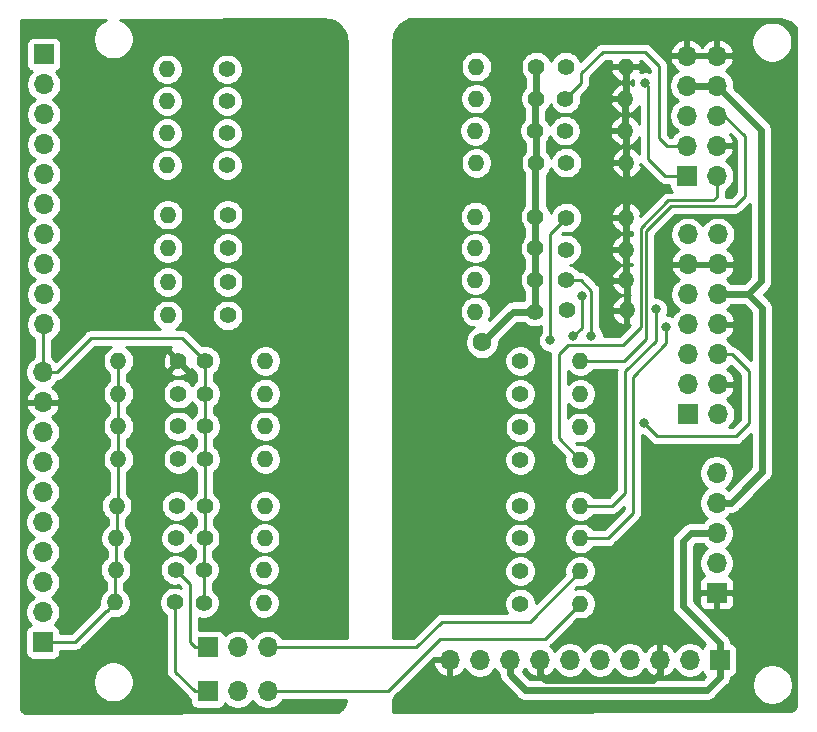
<source format=gbr>
G04 #@! TF.GenerationSoftware,KiCad,Pcbnew,(5.1.5)-3*
G04 #@! TF.CreationDate,2020-09-25T18:51:02-03:00*
G04 #@! TF.ProjectId,Opto,4f70746f-2e6b-4696-9361-645f70636258,rev?*
G04 #@! TF.SameCoordinates,Original*
G04 #@! TF.FileFunction,Copper,L2,Bot*
G04 #@! TF.FilePolarity,Positive*
%FSLAX46Y46*%
G04 Gerber Fmt 4.6, Leading zero omitted, Abs format (unit mm)*
G04 Created by KiCad (PCBNEW (5.1.5)-3) date 2020-09-25 18:51:02*
%MOMM*%
%LPD*%
G04 APERTURE LIST*
%ADD10O,1.400000X1.400000*%
%ADD11C,1.400000*%
%ADD12O,1.700000X1.700000*%
%ADD13R,1.700000X1.700000*%
%ADD14C,1.600000*%
%ADD15C,0.800000*%
%ADD16C,0.600000*%
%ADD17C,0.250000*%
%ADD18C,0.254000*%
G04 APERTURE END LIST*
D10*
X86480000Y-76670000D03*
D11*
X81400000Y-76670000D03*
D10*
X86490000Y-70040000D03*
D11*
X81410000Y-70040000D03*
D10*
X86480000Y-72780000D03*
D11*
X81400000Y-72780000D03*
D12*
X60010000Y-92390000D03*
X57470000Y-92390000D03*
D13*
X54930000Y-92390000D03*
D12*
X60010000Y-88660000D03*
X57470000Y-88660000D03*
D13*
X54930000Y-88660000D03*
D12*
X75430000Y-89730000D03*
X77970000Y-89730000D03*
X80510000Y-89730000D03*
X83050000Y-89730000D03*
X85590000Y-89730000D03*
X88130000Y-89730000D03*
X90670000Y-89730000D03*
X93210000Y-89730000D03*
X95750000Y-89730000D03*
D13*
X98290000Y-89730000D03*
D12*
X98020000Y-73890000D03*
X98020000Y-76430000D03*
X98020000Y-78970000D03*
X98020000Y-81510000D03*
D13*
X98020000Y-84050000D03*
D12*
X41060000Y-61320000D03*
X41060000Y-58780000D03*
X41060000Y-56240000D03*
X41060000Y-53700000D03*
X41060000Y-51160000D03*
X41060000Y-48620000D03*
X41060000Y-46080000D03*
X41060000Y-43540000D03*
X41060000Y-41000000D03*
D13*
X41060000Y-38460000D03*
D12*
X40980000Y-65360000D03*
X40980000Y-67900000D03*
X40980000Y-70440000D03*
X40980000Y-72980000D03*
X40980000Y-75520000D03*
X40980000Y-78060000D03*
X40980000Y-80600000D03*
X40980000Y-83140000D03*
X40980000Y-85680000D03*
D13*
X40980000Y-88220000D03*
D12*
X98115000Y-53685000D03*
X95575000Y-53685000D03*
X98115000Y-56225000D03*
X95575000Y-56225000D03*
X98115000Y-58765000D03*
X95575000Y-58765000D03*
X98115000Y-61305000D03*
X95575000Y-61305000D03*
X98115000Y-63845000D03*
X95575000Y-63845000D03*
X98115000Y-66385000D03*
X95575000Y-66385000D03*
X98115000Y-68925000D03*
D13*
X95575000Y-68925000D03*
D12*
X98040000Y-38565000D03*
X95500000Y-38565000D03*
X98040000Y-41105000D03*
X95500000Y-41105000D03*
X98040000Y-43645000D03*
X95500000Y-43645000D03*
X98040000Y-46185000D03*
X95500000Y-46185000D03*
X98040000Y-48725000D03*
D13*
X95500000Y-48725000D03*
D10*
X47220000Y-76680000D03*
D11*
X52300000Y-76680000D03*
D10*
X59790000Y-76680000D03*
D11*
X54710000Y-76680000D03*
D10*
X47160000Y-79420000D03*
D11*
X52240000Y-79420000D03*
D10*
X59750000Y-79416666D03*
D11*
X54670000Y-79416666D03*
D10*
X47140000Y-82100000D03*
D11*
X52220000Y-82100000D03*
D10*
X59720000Y-82090000D03*
D11*
X54640000Y-82090000D03*
D10*
X47080000Y-84860000D03*
D11*
X52160000Y-84860000D03*
D10*
X59690000Y-84890000D03*
D11*
X54610000Y-84890000D03*
D10*
X86480000Y-79433333D03*
D11*
X81400000Y-79433333D03*
D10*
X86480000Y-82196666D03*
D11*
X81400000Y-82196666D03*
D10*
X86480000Y-84960000D03*
D11*
X81400000Y-84960000D03*
D10*
X47380000Y-64400000D03*
D11*
X52460000Y-64400000D03*
D10*
X59810000Y-64400000D03*
D11*
X54730000Y-64400000D03*
D10*
X47380000Y-67173333D03*
D11*
X52460000Y-67173333D03*
D10*
X59810000Y-67173333D03*
D11*
X54730000Y-67173333D03*
D10*
X47380000Y-69946666D03*
D11*
X52460000Y-69946666D03*
D10*
X59810000Y-69946666D03*
D11*
X54730000Y-69946666D03*
D10*
X47380000Y-72720000D03*
D11*
X52460000Y-72720000D03*
D10*
X59810000Y-72720000D03*
D11*
X54730000Y-72720000D03*
D10*
X86480000Y-64410000D03*
D11*
X81400000Y-64410000D03*
D10*
X86480000Y-67200000D03*
D11*
X81400000Y-67200000D03*
D10*
X90400000Y-60120000D03*
D11*
X85320000Y-60120000D03*
D10*
X77610000Y-60230000D03*
D11*
X82690000Y-60230000D03*
D10*
X90380000Y-57570000D03*
D11*
X85300000Y-57570000D03*
D10*
X77610000Y-57550000D03*
D11*
X82690000Y-57550000D03*
D10*
X90370000Y-54980000D03*
D11*
X85290000Y-54980000D03*
D10*
X77610000Y-54870000D03*
D11*
X82690000Y-54870000D03*
D10*
X90370000Y-52270000D03*
D11*
X85290000Y-52270000D03*
D10*
X77610000Y-52190000D03*
D11*
X82690000Y-52190000D03*
D10*
X51540000Y-60550000D03*
D11*
X56620000Y-60550000D03*
D10*
X51540000Y-57710000D03*
D11*
X56620000Y-57710000D03*
D10*
X51540000Y-54870000D03*
D11*
X56620000Y-54870000D03*
D10*
X51540000Y-52030000D03*
D11*
X56620000Y-52030000D03*
D10*
X90390000Y-47620000D03*
D11*
X85310000Y-47620000D03*
D10*
X77680000Y-47640000D03*
D11*
X82760000Y-47640000D03*
D10*
X90270000Y-44910000D03*
D11*
X85190000Y-44910000D03*
D10*
X77590000Y-44923332D03*
D11*
X82670000Y-44923332D03*
D10*
X90300000Y-42200000D03*
D11*
X85220000Y-42200000D03*
D10*
X77660000Y-42206666D03*
D11*
X82740000Y-42206666D03*
D10*
X90320000Y-39490000D03*
D11*
X85240000Y-39490000D03*
D10*
X77690000Y-39490000D03*
D11*
X82770000Y-39490000D03*
D10*
X51490000Y-47830000D03*
D11*
X56570000Y-47830000D03*
D10*
X51490000Y-45126666D03*
D11*
X56570000Y-45126666D03*
D10*
X51490000Y-42423333D03*
D11*
X56570000Y-42423333D03*
D10*
X51490000Y-39720000D03*
D11*
X56570000Y-39720000D03*
D14*
X78175000Y-62825000D03*
X93412500Y-86587500D03*
D15*
X75100000Y-75300000D03*
X74295000Y-71745000D03*
X74475000Y-63025000D03*
X75975000Y-65875000D03*
X93820000Y-73330000D03*
X91975000Y-40900000D03*
X92900000Y-60050000D03*
X93775000Y-61550000D03*
X91900000Y-69700000D03*
X87425000Y-62275000D03*
X85900000Y-62300000D03*
X86600000Y-58925000D03*
X83925000Y-62675000D03*
D16*
X80510000Y-90932081D02*
X81827919Y-92250000D01*
X80510000Y-89730000D02*
X80510000Y-90932081D01*
X98290000Y-91180000D02*
X98290000Y-89730000D01*
X97220000Y-92250000D02*
X98290000Y-91180000D01*
X81827919Y-92250000D02*
X97220000Y-92250000D01*
X98290000Y-88280000D02*
X96735000Y-86725000D01*
X98290000Y-89730000D02*
X98290000Y-88280000D01*
X96735000Y-86725000D02*
X96735000Y-86710000D01*
X96735000Y-86710000D02*
X95150000Y-85125000D01*
X95150000Y-85125000D02*
X95150000Y-79675000D01*
X95855000Y-78970000D02*
X98020000Y-78970000D01*
X95150000Y-79675000D02*
X95855000Y-78970000D01*
X82690000Y-60230000D02*
X82690000Y-57550000D01*
X82690000Y-57550000D02*
X82690000Y-54870000D01*
X82690000Y-54870000D02*
X82690000Y-52190000D01*
X82690000Y-47710000D02*
X82760000Y-47640000D01*
X82690000Y-52190000D02*
X82690000Y-47710000D01*
X82760000Y-45013332D02*
X82670000Y-44923332D01*
X82760000Y-47640000D02*
X82760000Y-45013332D01*
X82670000Y-42276666D02*
X82740000Y-42206666D01*
X82670000Y-44923332D02*
X82670000Y-42276666D01*
X82740000Y-39520000D02*
X82770000Y-39490000D01*
X82740000Y-42206666D02*
X82740000Y-39520000D01*
X81700051Y-60230000D02*
X81695051Y-60225000D01*
X82690000Y-60230000D02*
X81700051Y-60230000D01*
X81695051Y-60225000D02*
X80775000Y-60225000D01*
X80775000Y-60225000D02*
X78175000Y-62825000D01*
X78175000Y-62825000D02*
X78175000Y-62825000D01*
D17*
X47380000Y-65389949D02*
X47380000Y-67173333D01*
X47380000Y-64400000D02*
X47380000Y-65389949D01*
X47380000Y-67173333D02*
X47380000Y-69946666D01*
X47380000Y-70936615D02*
X47380000Y-72720000D01*
X47380000Y-69946666D02*
X47380000Y-70936615D01*
X47380000Y-76520000D02*
X47220000Y-76680000D01*
X47380000Y-72720000D02*
X47380000Y-76520000D01*
X47220000Y-79360000D02*
X47160000Y-79420000D01*
X47220000Y-76680000D02*
X47220000Y-79360000D01*
X47140000Y-79440000D02*
X47160000Y-79420000D01*
X47140000Y-82100000D02*
X47140000Y-79440000D01*
X47080000Y-82160000D02*
X47140000Y-82100000D01*
X47080000Y-84860000D02*
X47080000Y-82160000D01*
X46380001Y-85559999D02*
X46320001Y-85559999D01*
X47080000Y-84860000D02*
X46380001Y-85559999D01*
X43660000Y-88220000D02*
X40980000Y-88220000D01*
X46320001Y-85559999D02*
X43660000Y-88220000D01*
D16*
X83050000Y-90932081D02*
X83342919Y-91225000D01*
X83050000Y-89730000D02*
X83050000Y-90932081D01*
X83342919Y-91225000D02*
X83350000Y-91225000D01*
X83350000Y-91225000D02*
X83550000Y-91425000D01*
X83550000Y-91425000D02*
X92675000Y-91425000D01*
X92675000Y-91425000D02*
X93150000Y-90950000D01*
X93210000Y-90932081D02*
X93210000Y-89730000D01*
X93192081Y-90950000D02*
X93210000Y-90932081D01*
X93150000Y-90950000D02*
X93192081Y-90950000D01*
X90320000Y-42180000D02*
X90300000Y-42200000D01*
X90320000Y-39490000D02*
X90320000Y-42180000D01*
X90300000Y-44880000D02*
X90270000Y-44910000D01*
X90300000Y-42200000D02*
X90300000Y-44880000D01*
X90390000Y-45030000D02*
X90270000Y-44910000D01*
X90390000Y-47620000D02*
X90390000Y-45030000D01*
X90390000Y-52250000D02*
X90370000Y-52270000D01*
X90390000Y-47620000D02*
X90390000Y-52250000D01*
X90400000Y-57590000D02*
X90380000Y-57570000D01*
X90400000Y-60120000D02*
X90400000Y-57590000D01*
X90380000Y-54990000D02*
X90370000Y-54980000D01*
X90380000Y-57570000D02*
X90380000Y-54990000D01*
X90370000Y-54980000D02*
X90370000Y-52270000D01*
D17*
X75975000Y-64525000D02*
X74475000Y-63025000D01*
X75975000Y-65875000D02*
X75975000Y-64525000D01*
D16*
X99222081Y-76430000D02*
X100440000Y-75212081D01*
X98020000Y-76430000D02*
X99222081Y-76430000D01*
X100440000Y-75212081D02*
X100440000Y-75200000D01*
X100440000Y-75200000D02*
X101850000Y-73790000D01*
X101850000Y-59920000D02*
X100690000Y-58760000D01*
X101850000Y-73790000D02*
X101850000Y-59920000D01*
X100690000Y-58760000D02*
X98115000Y-58765000D01*
X100690000Y-58760000D02*
X100700000Y-58760000D01*
X100700000Y-58760000D02*
X101790000Y-57670000D01*
X101475000Y-44540000D02*
X98040000Y-41105000D01*
X98040000Y-41105000D02*
X95500000Y-41105000D01*
X101475000Y-44540000D02*
X101475000Y-44545000D01*
X101475000Y-44545000D02*
X101760000Y-44830000D01*
X101760000Y-57640000D02*
X101790000Y-57670000D01*
X101760000Y-44830000D02*
X101760000Y-57640000D01*
D17*
X90040000Y-64410000D02*
X86480000Y-64410000D01*
X90165000Y-64410000D02*
X90040000Y-64410000D01*
X92050000Y-62525000D02*
X90165000Y-64410000D01*
X92050000Y-53400000D02*
X92050000Y-62525000D01*
X98670000Y-43645000D02*
X100425000Y-45400000D01*
X98040000Y-43645000D02*
X98670000Y-43645000D01*
X100425000Y-50425000D02*
X99575000Y-51275000D01*
X99575000Y-51275000D02*
X94175000Y-51275000D01*
X94175000Y-51275000D02*
X92050000Y-53400000D01*
X100425000Y-45400000D02*
X100425000Y-50425000D01*
X94297919Y-46185000D02*
X95500000Y-46185000D01*
X93800000Y-46200000D02*
X94282919Y-46200000D01*
X94282919Y-46200000D02*
X94297919Y-46185000D01*
X93150000Y-45550000D02*
X93800000Y-46200000D01*
X86550000Y-40870000D02*
X86550000Y-40050000D01*
X85220000Y-42200000D02*
X86550000Y-40870000D01*
X86550000Y-40050000D02*
X88375000Y-38225000D01*
X93150000Y-39450000D02*
X93150000Y-45550000D01*
X88375000Y-38225000D02*
X91925000Y-38225000D01*
X91925000Y-38225000D02*
X93150000Y-39450000D01*
X84675000Y-70975000D02*
X86480000Y-72780000D01*
X97700000Y-50825000D02*
X93925000Y-50825000D01*
X98040000Y-48725000D02*
X98040000Y-49927081D01*
X98025000Y-49942081D02*
X98025000Y-50500000D01*
X98025000Y-50500000D02*
X97700000Y-50825000D01*
X98040000Y-49927081D02*
X98025000Y-49942081D01*
X93925000Y-50825000D02*
X91600000Y-53150000D01*
X91600000Y-53150000D02*
X91600000Y-61525000D01*
X84675000Y-63850000D02*
X84675000Y-70975000D01*
X91600000Y-61525000D02*
X90075000Y-63050000D01*
X85475000Y-63050000D02*
X84675000Y-63850000D01*
X90075000Y-63050000D02*
X85475000Y-63050000D01*
X95500000Y-48725000D02*
X94400000Y-48725000D01*
X94400000Y-48725000D02*
X93625000Y-48725000D01*
X93625000Y-48725000D02*
X92250000Y-47350000D01*
X92250000Y-47350000D02*
X92250000Y-41175000D01*
X92250000Y-41175000D02*
X91975000Y-40900000D01*
X91975000Y-40900000D02*
X91975000Y-40900000D01*
X72600000Y-88660000D02*
X60010000Y-88660000D01*
X74783334Y-86476666D02*
X72600000Y-88660000D01*
X86480000Y-82196666D02*
X82200000Y-86476666D01*
X82200000Y-86476666D02*
X74783334Y-86476666D01*
X83490000Y-87950000D02*
X86480000Y-84960000D01*
X60010000Y-92390000D02*
X70170000Y-92390000D01*
X74610000Y-87950000D02*
X83490000Y-87950000D01*
X70170000Y-92390000D02*
X74610000Y-87950000D01*
X87469949Y-76670000D02*
X87489949Y-76650000D01*
X86480000Y-76670000D02*
X87469949Y-76670000D01*
X89205000Y-76670000D02*
X86480000Y-76670000D01*
X90300000Y-65300000D02*
X90300000Y-75575000D01*
X90300000Y-75575000D02*
X89205000Y-76670000D01*
X92900000Y-60050000D02*
X92900000Y-62700000D01*
X92900000Y-62700000D02*
X90300000Y-65300000D01*
X88791667Y-79433333D02*
X86480000Y-79433333D01*
X90925000Y-77300000D02*
X88791667Y-79433333D01*
X90925000Y-65750000D02*
X90925000Y-77300000D01*
X93775000Y-61550000D02*
X93775000Y-62900000D01*
X93775000Y-62900000D02*
X90925000Y-65750000D01*
X99317081Y-63845000D02*
X100725000Y-65252919D01*
X98115000Y-63845000D02*
X99317081Y-63845000D01*
X100725000Y-65252919D02*
X100725000Y-69700000D01*
X100725000Y-69700000D02*
X99625000Y-70800000D01*
X99625000Y-70800000D02*
X93000000Y-70800000D01*
X93000000Y-70800000D02*
X91900000Y-69700000D01*
X91900000Y-69700000D02*
X91900000Y-69700000D01*
X86289949Y-57570000D02*
X86294949Y-57575000D01*
X85300000Y-57570000D02*
X86289949Y-57570000D01*
X86294949Y-57575000D02*
X86550000Y-57575000D01*
X86550000Y-57575000D02*
X87425000Y-58450000D01*
X87425000Y-58450000D02*
X87425000Y-62275000D01*
X87425000Y-62275000D02*
X87425000Y-62275000D01*
X85900000Y-62300000D02*
X86600000Y-61600000D01*
X86600000Y-61600000D02*
X86600000Y-58925000D01*
X86600000Y-58925000D02*
X86600000Y-58925000D01*
X83925000Y-53635000D02*
X85290000Y-52270000D01*
X83925000Y-62675000D02*
X83925000Y-53635000D01*
X54710000Y-72740000D02*
X54730000Y-72720000D01*
X54710000Y-76680000D02*
X54710000Y-72740000D01*
X54730000Y-72720000D02*
X54730000Y-69946666D01*
X54730000Y-69946666D02*
X54730000Y-67173333D01*
X54730000Y-66183384D02*
X54730000Y-64400000D01*
X54730000Y-67173333D02*
X54730000Y-66183384D01*
X54670000Y-76720000D02*
X54710000Y-76680000D01*
X54670000Y-79416666D02*
X54670000Y-76720000D01*
X54640000Y-79446666D02*
X54670000Y-79416666D01*
X54640000Y-82090000D02*
X54640000Y-79446666D01*
X54640000Y-84860000D02*
X54610000Y-84890000D01*
X54640000Y-82090000D02*
X54640000Y-84860000D01*
X42182081Y-65360000D02*
X45082081Y-62460000D01*
X40980000Y-65360000D02*
X42182081Y-65360000D01*
X52790000Y-62460000D02*
X54730000Y-64400000D01*
X45082081Y-62460000D02*
X52790000Y-62460000D01*
X40980000Y-61400000D02*
X41060000Y-61320000D01*
X40980000Y-65360000D02*
X40980000Y-61400000D01*
X52160000Y-90720000D02*
X52160000Y-85849949D01*
X53830000Y-92390000D02*
X52160000Y-90720000D01*
X52160000Y-85849949D02*
X52160000Y-84860000D01*
X54930000Y-92390000D02*
X53830000Y-92390000D01*
X53830000Y-88660000D02*
X53400000Y-88230000D01*
X54930000Y-88660000D02*
X53830000Y-88660000D01*
X53400000Y-83280000D02*
X52220000Y-82100000D01*
X53400000Y-88230000D02*
X53400000Y-83280000D01*
D18*
G36*
X65096248Y-35517615D02*
G01*
X65357403Y-35574241D01*
X65607842Y-35667461D01*
X65842458Y-35795376D01*
X66056483Y-35955385D01*
X66245553Y-36144226D01*
X66405819Y-36358054D01*
X66534022Y-36592523D01*
X66627546Y-36842847D01*
X66684487Y-37103928D01*
X66704014Y-37375005D01*
X66729584Y-87900000D01*
X61288178Y-87900000D01*
X61163475Y-87713368D01*
X60956632Y-87506525D01*
X60713411Y-87344010D01*
X60443158Y-87232068D01*
X60156260Y-87175000D01*
X59863740Y-87175000D01*
X59576842Y-87232068D01*
X59306589Y-87344010D01*
X59063368Y-87506525D01*
X58856525Y-87713368D01*
X58740000Y-87887760D01*
X58623475Y-87713368D01*
X58416632Y-87506525D01*
X58173411Y-87344010D01*
X57903158Y-87232068D01*
X57616260Y-87175000D01*
X57323740Y-87175000D01*
X57036842Y-87232068D01*
X56766589Y-87344010D01*
X56523368Y-87506525D01*
X56391513Y-87638380D01*
X56369502Y-87565820D01*
X56310537Y-87455506D01*
X56231185Y-87358815D01*
X56134494Y-87279463D01*
X56024180Y-87220498D01*
X55904482Y-87184188D01*
X55780000Y-87171928D01*
X54160000Y-87171928D01*
X54160000Y-86148597D01*
X54220595Y-86173696D01*
X54478514Y-86225000D01*
X54741486Y-86225000D01*
X54999405Y-86173696D01*
X55242359Y-86073061D01*
X55461013Y-85926962D01*
X55646962Y-85741013D01*
X55793061Y-85522359D01*
X55893696Y-85279405D01*
X55945000Y-85021486D01*
X55945000Y-84758514D01*
X58355000Y-84758514D01*
X58355000Y-85021486D01*
X58406304Y-85279405D01*
X58506939Y-85522359D01*
X58653038Y-85741013D01*
X58838987Y-85926962D01*
X59057641Y-86073061D01*
X59300595Y-86173696D01*
X59558514Y-86225000D01*
X59821486Y-86225000D01*
X60079405Y-86173696D01*
X60322359Y-86073061D01*
X60541013Y-85926962D01*
X60726962Y-85741013D01*
X60873061Y-85522359D01*
X60973696Y-85279405D01*
X61025000Y-85021486D01*
X61025000Y-84758514D01*
X60973696Y-84500595D01*
X60873061Y-84257641D01*
X60726962Y-84038987D01*
X60541013Y-83853038D01*
X60322359Y-83706939D01*
X60079405Y-83606304D01*
X59821486Y-83555000D01*
X59558514Y-83555000D01*
X59300595Y-83606304D01*
X59057641Y-83706939D01*
X58838987Y-83853038D01*
X58653038Y-84038987D01*
X58506939Y-84257641D01*
X58406304Y-84500595D01*
X58355000Y-84758514D01*
X55945000Y-84758514D01*
X55893696Y-84500595D01*
X55793061Y-84257641D01*
X55646962Y-84038987D01*
X55461013Y-83853038D01*
X55400000Y-83812271D01*
X55400000Y-83187775D01*
X55491013Y-83126962D01*
X55676962Y-82941013D01*
X55823061Y-82722359D01*
X55923696Y-82479405D01*
X55975000Y-82221486D01*
X55975000Y-81958514D01*
X58385000Y-81958514D01*
X58385000Y-82221486D01*
X58436304Y-82479405D01*
X58536939Y-82722359D01*
X58683038Y-82941013D01*
X58868987Y-83126962D01*
X59087641Y-83273061D01*
X59330595Y-83373696D01*
X59588514Y-83425000D01*
X59851486Y-83425000D01*
X60109405Y-83373696D01*
X60352359Y-83273061D01*
X60571013Y-83126962D01*
X60756962Y-82941013D01*
X60903061Y-82722359D01*
X61003696Y-82479405D01*
X61055000Y-82221486D01*
X61055000Y-81958514D01*
X61003696Y-81700595D01*
X60903061Y-81457641D01*
X60756962Y-81238987D01*
X60571013Y-81053038D01*
X60352359Y-80906939D01*
X60109405Y-80806304D01*
X59851486Y-80755000D01*
X59588514Y-80755000D01*
X59330595Y-80806304D01*
X59087641Y-80906939D01*
X58868987Y-81053038D01*
X58683038Y-81238987D01*
X58536939Y-81457641D01*
X58436304Y-81700595D01*
X58385000Y-81958514D01*
X55975000Y-81958514D01*
X55923696Y-81700595D01*
X55823061Y-81457641D01*
X55676962Y-81238987D01*
X55491013Y-81053038D01*
X55400000Y-80992225D01*
X55400000Y-80534486D01*
X55521013Y-80453628D01*
X55706962Y-80267679D01*
X55853061Y-80049025D01*
X55953696Y-79806071D01*
X56005000Y-79548152D01*
X56005000Y-79285180D01*
X58415000Y-79285180D01*
X58415000Y-79548152D01*
X58466304Y-79806071D01*
X58566939Y-80049025D01*
X58713038Y-80267679D01*
X58898987Y-80453628D01*
X59117641Y-80599727D01*
X59360595Y-80700362D01*
X59618514Y-80751666D01*
X59881486Y-80751666D01*
X60139405Y-80700362D01*
X60382359Y-80599727D01*
X60601013Y-80453628D01*
X60786962Y-80267679D01*
X60933061Y-80049025D01*
X61033696Y-79806071D01*
X61085000Y-79548152D01*
X61085000Y-79285180D01*
X61033696Y-79027261D01*
X60933061Y-78784307D01*
X60786962Y-78565653D01*
X60601013Y-78379704D01*
X60382359Y-78233605D01*
X60139405Y-78132970D01*
X59881486Y-78081666D01*
X59618514Y-78081666D01*
X59360595Y-78132970D01*
X59117641Y-78233605D01*
X58898987Y-78379704D01*
X58713038Y-78565653D01*
X58566939Y-78784307D01*
X58466304Y-79027261D01*
X58415000Y-79285180D01*
X56005000Y-79285180D01*
X55953696Y-79027261D01*
X55853061Y-78784307D01*
X55706962Y-78565653D01*
X55521013Y-78379704D01*
X55430000Y-78318891D01*
X55430000Y-77804502D01*
X55561013Y-77716962D01*
X55746962Y-77531013D01*
X55893061Y-77312359D01*
X55993696Y-77069405D01*
X56045000Y-76811486D01*
X56045000Y-76548514D01*
X58455000Y-76548514D01*
X58455000Y-76811486D01*
X58506304Y-77069405D01*
X58606939Y-77312359D01*
X58753038Y-77531013D01*
X58938987Y-77716962D01*
X59157641Y-77863061D01*
X59400595Y-77963696D01*
X59658514Y-78015000D01*
X59921486Y-78015000D01*
X60179405Y-77963696D01*
X60422359Y-77863061D01*
X60641013Y-77716962D01*
X60826962Y-77531013D01*
X60973061Y-77312359D01*
X61073696Y-77069405D01*
X61125000Y-76811486D01*
X61125000Y-76548514D01*
X61073696Y-76290595D01*
X60973061Y-76047641D01*
X60826962Y-75828987D01*
X60641013Y-75643038D01*
X60422359Y-75496939D01*
X60179405Y-75396304D01*
X59921486Y-75345000D01*
X59658514Y-75345000D01*
X59400595Y-75396304D01*
X59157641Y-75496939D01*
X58938987Y-75643038D01*
X58753038Y-75828987D01*
X58606939Y-76047641D01*
X58506304Y-76290595D01*
X58455000Y-76548514D01*
X56045000Y-76548514D01*
X55993696Y-76290595D01*
X55893061Y-76047641D01*
X55746962Y-75828987D01*
X55561013Y-75643038D01*
X55470000Y-75582225D01*
X55470000Y-73831138D01*
X55581013Y-73756962D01*
X55766962Y-73571013D01*
X55913061Y-73352359D01*
X56013696Y-73109405D01*
X56065000Y-72851486D01*
X56065000Y-72588514D01*
X58475000Y-72588514D01*
X58475000Y-72851486D01*
X58526304Y-73109405D01*
X58626939Y-73352359D01*
X58773038Y-73571013D01*
X58958987Y-73756962D01*
X59177641Y-73903061D01*
X59420595Y-74003696D01*
X59678514Y-74055000D01*
X59941486Y-74055000D01*
X60199405Y-74003696D01*
X60442359Y-73903061D01*
X60661013Y-73756962D01*
X60846962Y-73571013D01*
X60993061Y-73352359D01*
X61093696Y-73109405D01*
X61145000Y-72851486D01*
X61145000Y-72588514D01*
X61093696Y-72330595D01*
X60993061Y-72087641D01*
X60846962Y-71868987D01*
X60661013Y-71683038D01*
X60442359Y-71536939D01*
X60199405Y-71436304D01*
X59941486Y-71385000D01*
X59678514Y-71385000D01*
X59420595Y-71436304D01*
X59177641Y-71536939D01*
X58958987Y-71683038D01*
X58773038Y-71868987D01*
X58626939Y-72087641D01*
X58526304Y-72330595D01*
X58475000Y-72588514D01*
X56065000Y-72588514D01*
X56013696Y-72330595D01*
X55913061Y-72087641D01*
X55766962Y-71868987D01*
X55581013Y-71683038D01*
X55490000Y-71622225D01*
X55490000Y-71044441D01*
X55581013Y-70983628D01*
X55766962Y-70797679D01*
X55913061Y-70579025D01*
X56013696Y-70336071D01*
X56065000Y-70078152D01*
X56065000Y-69815180D01*
X58475000Y-69815180D01*
X58475000Y-70078152D01*
X58526304Y-70336071D01*
X58626939Y-70579025D01*
X58773038Y-70797679D01*
X58958987Y-70983628D01*
X59177641Y-71129727D01*
X59420595Y-71230362D01*
X59678514Y-71281666D01*
X59941486Y-71281666D01*
X60199405Y-71230362D01*
X60442359Y-71129727D01*
X60661013Y-70983628D01*
X60846962Y-70797679D01*
X60993061Y-70579025D01*
X61093696Y-70336071D01*
X61145000Y-70078152D01*
X61145000Y-69815180D01*
X61093696Y-69557261D01*
X60993061Y-69314307D01*
X60846962Y-69095653D01*
X60661013Y-68909704D01*
X60442359Y-68763605D01*
X60199405Y-68662970D01*
X59941486Y-68611666D01*
X59678514Y-68611666D01*
X59420595Y-68662970D01*
X59177641Y-68763605D01*
X58958987Y-68909704D01*
X58773038Y-69095653D01*
X58626939Y-69314307D01*
X58526304Y-69557261D01*
X58475000Y-69815180D01*
X56065000Y-69815180D01*
X56013696Y-69557261D01*
X55913061Y-69314307D01*
X55766962Y-69095653D01*
X55581013Y-68909704D01*
X55490000Y-68848891D01*
X55490000Y-68271108D01*
X55581013Y-68210295D01*
X55766962Y-68024346D01*
X55913061Y-67805692D01*
X56013696Y-67562738D01*
X56065000Y-67304819D01*
X56065000Y-67041847D01*
X58475000Y-67041847D01*
X58475000Y-67304819D01*
X58526304Y-67562738D01*
X58626939Y-67805692D01*
X58773038Y-68024346D01*
X58958987Y-68210295D01*
X59177641Y-68356394D01*
X59420595Y-68457029D01*
X59678514Y-68508333D01*
X59941486Y-68508333D01*
X60199405Y-68457029D01*
X60442359Y-68356394D01*
X60661013Y-68210295D01*
X60846962Y-68024346D01*
X60993061Y-67805692D01*
X61093696Y-67562738D01*
X61145000Y-67304819D01*
X61145000Y-67041847D01*
X61093696Y-66783928D01*
X60993061Y-66540974D01*
X60846962Y-66322320D01*
X60661013Y-66136371D01*
X60442359Y-65990272D01*
X60199405Y-65889637D01*
X59941486Y-65838333D01*
X59678514Y-65838333D01*
X59420595Y-65889637D01*
X59177641Y-65990272D01*
X58958987Y-66136371D01*
X58773038Y-66322320D01*
X58626939Y-66540974D01*
X58526304Y-66783928D01*
X58475000Y-67041847D01*
X56065000Y-67041847D01*
X56013696Y-66783928D01*
X55913061Y-66540974D01*
X55766962Y-66322320D01*
X55581013Y-66136371D01*
X55490000Y-66075558D01*
X55490000Y-65497775D01*
X55581013Y-65436962D01*
X55766962Y-65251013D01*
X55913061Y-65032359D01*
X56013696Y-64789405D01*
X56065000Y-64531486D01*
X56065000Y-64268514D01*
X58475000Y-64268514D01*
X58475000Y-64531486D01*
X58526304Y-64789405D01*
X58626939Y-65032359D01*
X58773038Y-65251013D01*
X58958987Y-65436962D01*
X59177641Y-65583061D01*
X59420595Y-65683696D01*
X59678514Y-65735000D01*
X59941486Y-65735000D01*
X60199405Y-65683696D01*
X60442359Y-65583061D01*
X60661013Y-65436962D01*
X60846962Y-65251013D01*
X60993061Y-65032359D01*
X61093696Y-64789405D01*
X61145000Y-64531486D01*
X61145000Y-64268514D01*
X61093696Y-64010595D01*
X60993061Y-63767641D01*
X60846962Y-63548987D01*
X60661013Y-63363038D01*
X60442359Y-63216939D01*
X60199405Y-63116304D01*
X59941486Y-63065000D01*
X59678514Y-63065000D01*
X59420595Y-63116304D01*
X59177641Y-63216939D01*
X58958987Y-63363038D01*
X58773038Y-63548987D01*
X58626939Y-63767641D01*
X58526304Y-64010595D01*
X58475000Y-64268514D01*
X56065000Y-64268514D01*
X56013696Y-64010595D01*
X55913061Y-63767641D01*
X55766962Y-63548987D01*
X55581013Y-63363038D01*
X55362359Y-63216939D01*
X55119405Y-63116304D01*
X54861486Y-63065000D01*
X54598514Y-63065000D01*
X54491157Y-63086355D01*
X53353804Y-61949003D01*
X53330001Y-61919999D01*
X53214276Y-61825026D01*
X53082247Y-61754454D01*
X52938986Y-61710997D01*
X52827333Y-61700000D01*
X52827322Y-61700000D01*
X52790000Y-61696324D01*
X52752678Y-61700000D01*
X52221839Y-61700000D01*
X52391013Y-61586962D01*
X52576962Y-61401013D01*
X52723061Y-61182359D01*
X52823696Y-60939405D01*
X52875000Y-60681486D01*
X52875000Y-60418514D01*
X55285000Y-60418514D01*
X55285000Y-60681486D01*
X55336304Y-60939405D01*
X55436939Y-61182359D01*
X55583038Y-61401013D01*
X55768987Y-61586962D01*
X55987641Y-61733061D01*
X56230595Y-61833696D01*
X56488514Y-61885000D01*
X56751486Y-61885000D01*
X57009405Y-61833696D01*
X57252359Y-61733061D01*
X57471013Y-61586962D01*
X57656962Y-61401013D01*
X57803061Y-61182359D01*
X57903696Y-60939405D01*
X57955000Y-60681486D01*
X57955000Y-60418514D01*
X57903696Y-60160595D01*
X57803061Y-59917641D01*
X57656962Y-59698987D01*
X57471013Y-59513038D01*
X57252359Y-59366939D01*
X57009405Y-59266304D01*
X56751486Y-59215000D01*
X56488514Y-59215000D01*
X56230595Y-59266304D01*
X55987641Y-59366939D01*
X55768987Y-59513038D01*
X55583038Y-59698987D01*
X55436939Y-59917641D01*
X55336304Y-60160595D01*
X55285000Y-60418514D01*
X52875000Y-60418514D01*
X52823696Y-60160595D01*
X52723061Y-59917641D01*
X52576962Y-59698987D01*
X52391013Y-59513038D01*
X52172359Y-59366939D01*
X51929405Y-59266304D01*
X51671486Y-59215000D01*
X51408514Y-59215000D01*
X51150595Y-59266304D01*
X50907641Y-59366939D01*
X50688987Y-59513038D01*
X50503038Y-59698987D01*
X50356939Y-59917641D01*
X50256304Y-60160595D01*
X50205000Y-60418514D01*
X50205000Y-60681486D01*
X50256304Y-60939405D01*
X50356939Y-61182359D01*
X50503038Y-61401013D01*
X50688987Y-61586962D01*
X50858161Y-61700000D01*
X45119403Y-61700000D01*
X45082080Y-61696324D01*
X45044757Y-61700000D01*
X45044748Y-61700000D01*
X44933095Y-61710997D01*
X44789834Y-61754454D01*
X44657805Y-61825026D01*
X44542080Y-61919999D01*
X44518282Y-61948997D01*
X42093693Y-64373586D01*
X41926632Y-64206525D01*
X41740000Y-64081822D01*
X41740000Y-62645687D01*
X41763411Y-62635990D01*
X42006632Y-62473475D01*
X42213475Y-62266632D01*
X42375990Y-62023411D01*
X42487932Y-61753158D01*
X42545000Y-61466260D01*
X42545000Y-61173740D01*
X42487932Y-60886842D01*
X42375990Y-60616589D01*
X42213475Y-60373368D01*
X42006632Y-60166525D01*
X41832240Y-60050000D01*
X42006632Y-59933475D01*
X42213475Y-59726632D01*
X42375990Y-59483411D01*
X42487932Y-59213158D01*
X42545000Y-58926260D01*
X42545000Y-58633740D01*
X42487932Y-58346842D01*
X42375990Y-58076589D01*
X42213475Y-57833368D01*
X42006632Y-57626525D01*
X41934779Y-57578514D01*
X50205000Y-57578514D01*
X50205000Y-57841486D01*
X50256304Y-58099405D01*
X50356939Y-58342359D01*
X50503038Y-58561013D01*
X50688987Y-58746962D01*
X50907641Y-58893061D01*
X51150595Y-58993696D01*
X51408514Y-59045000D01*
X51671486Y-59045000D01*
X51929405Y-58993696D01*
X52172359Y-58893061D01*
X52391013Y-58746962D01*
X52576962Y-58561013D01*
X52723061Y-58342359D01*
X52823696Y-58099405D01*
X52875000Y-57841486D01*
X52875000Y-57578514D01*
X55285000Y-57578514D01*
X55285000Y-57841486D01*
X55336304Y-58099405D01*
X55436939Y-58342359D01*
X55583038Y-58561013D01*
X55768987Y-58746962D01*
X55987641Y-58893061D01*
X56230595Y-58993696D01*
X56488514Y-59045000D01*
X56751486Y-59045000D01*
X57009405Y-58993696D01*
X57252359Y-58893061D01*
X57471013Y-58746962D01*
X57656962Y-58561013D01*
X57803061Y-58342359D01*
X57903696Y-58099405D01*
X57955000Y-57841486D01*
X57955000Y-57578514D01*
X57903696Y-57320595D01*
X57803061Y-57077641D01*
X57656962Y-56858987D01*
X57471013Y-56673038D01*
X57252359Y-56526939D01*
X57009405Y-56426304D01*
X56751486Y-56375000D01*
X56488514Y-56375000D01*
X56230595Y-56426304D01*
X55987641Y-56526939D01*
X55768987Y-56673038D01*
X55583038Y-56858987D01*
X55436939Y-57077641D01*
X55336304Y-57320595D01*
X55285000Y-57578514D01*
X52875000Y-57578514D01*
X52823696Y-57320595D01*
X52723061Y-57077641D01*
X52576962Y-56858987D01*
X52391013Y-56673038D01*
X52172359Y-56526939D01*
X51929405Y-56426304D01*
X51671486Y-56375000D01*
X51408514Y-56375000D01*
X51150595Y-56426304D01*
X50907641Y-56526939D01*
X50688987Y-56673038D01*
X50503038Y-56858987D01*
X50356939Y-57077641D01*
X50256304Y-57320595D01*
X50205000Y-57578514D01*
X41934779Y-57578514D01*
X41832240Y-57510000D01*
X42006632Y-57393475D01*
X42213475Y-57186632D01*
X42375990Y-56943411D01*
X42487932Y-56673158D01*
X42545000Y-56386260D01*
X42545000Y-56093740D01*
X42487932Y-55806842D01*
X42375990Y-55536589D01*
X42213475Y-55293368D01*
X42006632Y-55086525D01*
X41832240Y-54970000D01*
X42006632Y-54853475D01*
X42121593Y-54738514D01*
X50205000Y-54738514D01*
X50205000Y-55001486D01*
X50256304Y-55259405D01*
X50356939Y-55502359D01*
X50503038Y-55721013D01*
X50688987Y-55906962D01*
X50907641Y-56053061D01*
X51150595Y-56153696D01*
X51408514Y-56205000D01*
X51671486Y-56205000D01*
X51929405Y-56153696D01*
X52172359Y-56053061D01*
X52391013Y-55906962D01*
X52576962Y-55721013D01*
X52723061Y-55502359D01*
X52823696Y-55259405D01*
X52875000Y-55001486D01*
X52875000Y-54738514D01*
X55285000Y-54738514D01*
X55285000Y-55001486D01*
X55336304Y-55259405D01*
X55436939Y-55502359D01*
X55583038Y-55721013D01*
X55768987Y-55906962D01*
X55987641Y-56053061D01*
X56230595Y-56153696D01*
X56488514Y-56205000D01*
X56751486Y-56205000D01*
X57009405Y-56153696D01*
X57252359Y-56053061D01*
X57471013Y-55906962D01*
X57656962Y-55721013D01*
X57803061Y-55502359D01*
X57903696Y-55259405D01*
X57955000Y-55001486D01*
X57955000Y-54738514D01*
X57903696Y-54480595D01*
X57803061Y-54237641D01*
X57656962Y-54018987D01*
X57471013Y-53833038D01*
X57252359Y-53686939D01*
X57009405Y-53586304D01*
X56751486Y-53535000D01*
X56488514Y-53535000D01*
X56230595Y-53586304D01*
X55987641Y-53686939D01*
X55768987Y-53833038D01*
X55583038Y-54018987D01*
X55436939Y-54237641D01*
X55336304Y-54480595D01*
X55285000Y-54738514D01*
X52875000Y-54738514D01*
X52823696Y-54480595D01*
X52723061Y-54237641D01*
X52576962Y-54018987D01*
X52391013Y-53833038D01*
X52172359Y-53686939D01*
X51929405Y-53586304D01*
X51671486Y-53535000D01*
X51408514Y-53535000D01*
X51150595Y-53586304D01*
X50907641Y-53686939D01*
X50688987Y-53833038D01*
X50503038Y-54018987D01*
X50356939Y-54237641D01*
X50256304Y-54480595D01*
X50205000Y-54738514D01*
X42121593Y-54738514D01*
X42213475Y-54646632D01*
X42375990Y-54403411D01*
X42487932Y-54133158D01*
X42545000Y-53846260D01*
X42545000Y-53553740D01*
X42487932Y-53266842D01*
X42375990Y-52996589D01*
X42213475Y-52753368D01*
X42006632Y-52546525D01*
X41832240Y-52430000D01*
X42006632Y-52313475D01*
X42213475Y-52106632D01*
X42352534Y-51898514D01*
X50205000Y-51898514D01*
X50205000Y-52161486D01*
X50256304Y-52419405D01*
X50356939Y-52662359D01*
X50503038Y-52881013D01*
X50688987Y-53066962D01*
X50907641Y-53213061D01*
X51150595Y-53313696D01*
X51408514Y-53365000D01*
X51671486Y-53365000D01*
X51929405Y-53313696D01*
X52172359Y-53213061D01*
X52391013Y-53066962D01*
X52576962Y-52881013D01*
X52723061Y-52662359D01*
X52823696Y-52419405D01*
X52875000Y-52161486D01*
X52875000Y-51898514D01*
X55285000Y-51898514D01*
X55285000Y-52161486D01*
X55336304Y-52419405D01*
X55436939Y-52662359D01*
X55583038Y-52881013D01*
X55768987Y-53066962D01*
X55987641Y-53213061D01*
X56230595Y-53313696D01*
X56488514Y-53365000D01*
X56751486Y-53365000D01*
X57009405Y-53313696D01*
X57252359Y-53213061D01*
X57471013Y-53066962D01*
X57656962Y-52881013D01*
X57803061Y-52662359D01*
X57903696Y-52419405D01*
X57955000Y-52161486D01*
X57955000Y-51898514D01*
X57903696Y-51640595D01*
X57803061Y-51397641D01*
X57656962Y-51178987D01*
X57471013Y-50993038D01*
X57252359Y-50846939D01*
X57009405Y-50746304D01*
X56751486Y-50695000D01*
X56488514Y-50695000D01*
X56230595Y-50746304D01*
X55987641Y-50846939D01*
X55768987Y-50993038D01*
X55583038Y-51178987D01*
X55436939Y-51397641D01*
X55336304Y-51640595D01*
X55285000Y-51898514D01*
X52875000Y-51898514D01*
X52823696Y-51640595D01*
X52723061Y-51397641D01*
X52576962Y-51178987D01*
X52391013Y-50993038D01*
X52172359Y-50846939D01*
X51929405Y-50746304D01*
X51671486Y-50695000D01*
X51408514Y-50695000D01*
X51150595Y-50746304D01*
X50907641Y-50846939D01*
X50688987Y-50993038D01*
X50503038Y-51178987D01*
X50356939Y-51397641D01*
X50256304Y-51640595D01*
X50205000Y-51898514D01*
X42352534Y-51898514D01*
X42375990Y-51863411D01*
X42487932Y-51593158D01*
X42545000Y-51306260D01*
X42545000Y-51013740D01*
X42487932Y-50726842D01*
X42375990Y-50456589D01*
X42213475Y-50213368D01*
X42006632Y-50006525D01*
X41832240Y-49890000D01*
X42006632Y-49773475D01*
X42213475Y-49566632D01*
X42375990Y-49323411D01*
X42487932Y-49053158D01*
X42545000Y-48766260D01*
X42545000Y-48473740D01*
X42487932Y-48186842D01*
X42375990Y-47916589D01*
X42230278Y-47698514D01*
X50155000Y-47698514D01*
X50155000Y-47961486D01*
X50206304Y-48219405D01*
X50306939Y-48462359D01*
X50453038Y-48681013D01*
X50638987Y-48866962D01*
X50857641Y-49013061D01*
X51100595Y-49113696D01*
X51358514Y-49165000D01*
X51621486Y-49165000D01*
X51879405Y-49113696D01*
X52122359Y-49013061D01*
X52341013Y-48866962D01*
X52526962Y-48681013D01*
X52673061Y-48462359D01*
X52773696Y-48219405D01*
X52825000Y-47961486D01*
X52825000Y-47698514D01*
X55235000Y-47698514D01*
X55235000Y-47961486D01*
X55286304Y-48219405D01*
X55386939Y-48462359D01*
X55533038Y-48681013D01*
X55718987Y-48866962D01*
X55937641Y-49013061D01*
X56180595Y-49113696D01*
X56438514Y-49165000D01*
X56701486Y-49165000D01*
X56959405Y-49113696D01*
X57202359Y-49013061D01*
X57421013Y-48866962D01*
X57606962Y-48681013D01*
X57753061Y-48462359D01*
X57853696Y-48219405D01*
X57905000Y-47961486D01*
X57905000Y-47698514D01*
X57853696Y-47440595D01*
X57753061Y-47197641D01*
X57606962Y-46978987D01*
X57421013Y-46793038D01*
X57202359Y-46646939D01*
X56959405Y-46546304D01*
X56701486Y-46495000D01*
X56438514Y-46495000D01*
X56180595Y-46546304D01*
X55937641Y-46646939D01*
X55718987Y-46793038D01*
X55533038Y-46978987D01*
X55386939Y-47197641D01*
X55286304Y-47440595D01*
X55235000Y-47698514D01*
X52825000Y-47698514D01*
X52773696Y-47440595D01*
X52673061Y-47197641D01*
X52526962Y-46978987D01*
X52341013Y-46793038D01*
X52122359Y-46646939D01*
X51879405Y-46546304D01*
X51621486Y-46495000D01*
X51358514Y-46495000D01*
X51100595Y-46546304D01*
X50857641Y-46646939D01*
X50638987Y-46793038D01*
X50453038Y-46978987D01*
X50306939Y-47197641D01*
X50206304Y-47440595D01*
X50155000Y-47698514D01*
X42230278Y-47698514D01*
X42213475Y-47673368D01*
X42006632Y-47466525D01*
X41832240Y-47350000D01*
X42006632Y-47233475D01*
X42213475Y-47026632D01*
X42375990Y-46783411D01*
X42487932Y-46513158D01*
X42545000Y-46226260D01*
X42545000Y-45933740D01*
X42487932Y-45646842D01*
X42375990Y-45376589D01*
X42213475Y-45133368D01*
X42075287Y-44995180D01*
X50155000Y-44995180D01*
X50155000Y-45258152D01*
X50206304Y-45516071D01*
X50306939Y-45759025D01*
X50453038Y-45977679D01*
X50638987Y-46163628D01*
X50857641Y-46309727D01*
X51100595Y-46410362D01*
X51358514Y-46461666D01*
X51621486Y-46461666D01*
X51879405Y-46410362D01*
X52122359Y-46309727D01*
X52341013Y-46163628D01*
X52526962Y-45977679D01*
X52673061Y-45759025D01*
X52773696Y-45516071D01*
X52825000Y-45258152D01*
X52825000Y-44995180D01*
X55235000Y-44995180D01*
X55235000Y-45258152D01*
X55286304Y-45516071D01*
X55386939Y-45759025D01*
X55533038Y-45977679D01*
X55718987Y-46163628D01*
X55937641Y-46309727D01*
X56180595Y-46410362D01*
X56438514Y-46461666D01*
X56701486Y-46461666D01*
X56959405Y-46410362D01*
X57202359Y-46309727D01*
X57421013Y-46163628D01*
X57606962Y-45977679D01*
X57753061Y-45759025D01*
X57853696Y-45516071D01*
X57905000Y-45258152D01*
X57905000Y-44995180D01*
X57853696Y-44737261D01*
X57753061Y-44494307D01*
X57606962Y-44275653D01*
X57421013Y-44089704D01*
X57202359Y-43943605D01*
X56959405Y-43842970D01*
X56701486Y-43791666D01*
X56438514Y-43791666D01*
X56180595Y-43842970D01*
X55937641Y-43943605D01*
X55718987Y-44089704D01*
X55533038Y-44275653D01*
X55386939Y-44494307D01*
X55286304Y-44737261D01*
X55235000Y-44995180D01*
X52825000Y-44995180D01*
X52773696Y-44737261D01*
X52673061Y-44494307D01*
X52526962Y-44275653D01*
X52341013Y-44089704D01*
X52122359Y-43943605D01*
X51879405Y-43842970D01*
X51621486Y-43791666D01*
X51358514Y-43791666D01*
X51100595Y-43842970D01*
X50857641Y-43943605D01*
X50638987Y-44089704D01*
X50453038Y-44275653D01*
X50306939Y-44494307D01*
X50206304Y-44737261D01*
X50155000Y-44995180D01*
X42075287Y-44995180D01*
X42006632Y-44926525D01*
X41832240Y-44810000D01*
X42006632Y-44693475D01*
X42213475Y-44486632D01*
X42375990Y-44243411D01*
X42487932Y-43973158D01*
X42545000Y-43686260D01*
X42545000Y-43393740D01*
X42487932Y-43106842D01*
X42375990Y-42836589D01*
X42213475Y-42593368D01*
X42006632Y-42386525D01*
X41864937Y-42291847D01*
X50155000Y-42291847D01*
X50155000Y-42554819D01*
X50206304Y-42812738D01*
X50306939Y-43055692D01*
X50453038Y-43274346D01*
X50638987Y-43460295D01*
X50857641Y-43606394D01*
X51100595Y-43707029D01*
X51358514Y-43758333D01*
X51621486Y-43758333D01*
X51879405Y-43707029D01*
X52122359Y-43606394D01*
X52341013Y-43460295D01*
X52526962Y-43274346D01*
X52673061Y-43055692D01*
X52773696Y-42812738D01*
X52825000Y-42554819D01*
X52825000Y-42291847D01*
X55235000Y-42291847D01*
X55235000Y-42554819D01*
X55286304Y-42812738D01*
X55386939Y-43055692D01*
X55533038Y-43274346D01*
X55718987Y-43460295D01*
X55937641Y-43606394D01*
X56180595Y-43707029D01*
X56438514Y-43758333D01*
X56701486Y-43758333D01*
X56959405Y-43707029D01*
X57202359Y-43606394D01*
X57421013Y-43460295D01*
X57606962Y-43274346D01*
X57753061Y-43055692D01*
X57853696Y-42812738D01*
X57905000Y-42554819D01*
X57905000Y-42291847D01*
X57853696Y-42033928D01*
X57753061Y-41790974D01*
X57606962Y-41572320D01*
X57421013Y-41386371D01*
X57202359Y-41240272D01*
X56959405Y-41139637D01*
X56701486Y-41088333D01*
X56438514Y-41088333D01*
X56180595Y-41139637D01*
X55937641Y-41240272D01*
X55718987Y-41386371D01*
X55533038Y-41572320D01*
X55386939Y-41790974D01*
X55286304Y-42033928D01*
X55235000Y-42291847D01*
X52825000Y-42291847D01*
X52773696Y-42033928D01*
X52673061Y-41790974D01*
X52526962Y-41572320D01*
X52341013Y-41386371D01*
X52122359Y-41240272D01*
X51879405Y-41139637D01*
X51621486Y-41088333D01*
X51358514Y-41088333D01*
X51100595Y-41139637D01*
X50857641Y-41240272D01*
X50638987Y-41386371D01*
X50453038Y-41572320D01*
X50306939Y-41790974D01*
X50206304Y-42033928D01*
X50155000Y-42291847D01*
X41864937Y-42291847D01*
X41832240Y-42270000D01*
X42006632Y-42153475D01*
X42213475Y-41946632D01*
X42375990Y-41703411D01*
X42487932Y-41433158D01*
X42545000Y-41146260D01*
X42545000Y-40853740D01*
X42487932Y-40566842D01*
X42375990Y-40296589D01*
X42213475Y-40053368D01*
X42081620Y-39921513D01*
X42154180Y-39899502D01*
X42264494Y-39840537D01*
X42361185Y-39761185D01*
X42440537Y-39664494D01*
X42481149Y-39588514D01*
X50155000Y-39588514D01*
X50155000Y-39851486D01*
X50206304Y-40109405D01*
X50306939Y-40352359D01*
X50453038Y-40571013D01*
X50638987Y-40756962D01*
X50857641Y-40903061D01*
X51100595Y-41003696D01*
X51358514Y-41055000D01*
X51621486Y-41055000D01*
X51879405Y-41003696D01*
X52122359Y-40903061D01*
X52341013Y-40756962D01*
X52526962Y-40571013D01*
X52673061Y-40352359D01*
X52773696Y-40109405D01*
X52825000Y-39851486D01*
X52825000Y-39588514D01*
X55235000Y-39588514D01*
X55235000Y-39851486D01*
X55286304Y-40109405D01*
X55386939Y-40352359D01*
X55533038Y-40571013D01*
X55718987Y-40756962D01*
X55937641Y-40903061D01*
X56180595Y-41003696D01*
X56438514Y-41055000D01*
X56701486Y-41055000D01*
X56959405Y-41003696D01*
X57202359Y-40903061D01*
X57421013Y-40756962D01*
X57606962Y-40571013D01*
X57753061Y-40352359D01*
X57853696Y-40109405D01*
X57905000Y-39851486D01*
X57905000Y-39588514D01*
X57853696Y-39330595D01*
X57753061Y-39087641D01*
X57606962Y-38868987D01*
X57421013Y-38683038D01*
X57202359Y-38536939D01*
X56959405Y-38436304D01*
X56701486Y-38385000D01*
X56438514Y-38385000D01*
X56180595Y-38436304D01*
X55937641Y-38536939D01*
X55718987Y-38683038D01*
X55533038Y-38868987D01*
X55386939Y-39087641D01*
X55286304Y-39330595D01*
X55235000Y-39588514D01*
X52825000Y-39588514D01*
X52773696Y-39330595D01*
X52673061Y-39087641D01*
X52526962Y-38868987D01*
X52341013Y-38683038D01*
X52122359Y-38536939D01*
X51879405Y-38436304D01*
X51621486Y-38385000D01*
X51358514Y-38385000D01*
X51100595Y-38436304D01*
X50857641Y-38536939D01*
X50638987Y-38683038D01*
X50453038Y-38868987D01*
X50306939Y-39087641D01*
X50206304Y-39330595D01*
X50155000Y-39588514D01*
X42481149Y-39588514D01*
X42499502Y-39554180D01*
X42535812Y-39434482D01*
X42548072Y-39310000D01*
X42548072Y-37610000D01*
X42535812Y-37485518D01*
X42499502Y-37365820D01*
X42440537Y-37255506D01*
X42361185Y-37158815D01*
X42264494Y-37079463D01*
X42154180Y-37020498D01*
X42034482Y-36984188D01*
X41910000Y-36971928D01*
X40210000Y-36971928D01*
X40085518Y-36984188D01*
X39965820Y-37020498D01*
X39855506Y-37079463D01*
X39758815Y-37158815D01*
X39679463Y-37255506D01*
X39620498Y-37365820D01*
X39584188Y-37485518D01*
X39571928Y-37610000D01*
X39571928Y-39310000D01*
X39584188Y-39434482D01*
X39620498Y-39554180D01*
X39679463Y-39664494D01*
X39758815Y-39761185D01*
X39855506Y-39840537D01*
X39965820Y-39899502D01*
X40038380Y-39921513D01*
X39906525Y-40053368D01*
X39744010Y-40296589D01*
X39632068Y-40566842D01*
X39575000Y-40853740D01*
X39575000Y-41146260D01*
X39632068Y-41433158D01*
X39744010Y-41703411D01*
X39906525Y-41946632D01*
X40113368Y-42153475D01*
X40287760Y-42270000D01*
X40113368Y-42386525D01*
X39906525Y-42593368D01*
X39744010Y-42836589D01*
X39632068Y-43106842D01*
X39575000Y-43393740D01*
X39575000Y-43686260D01*
X39632068Y-43973158D01*
X39744010Y-44243411D01*
X39906525Y-44486632D01*
X40113368Y-44693475D01*
X40287760Y-44810000D01*
X40113368Y-44926525D01*
X39906525Y-45133368D01*
X39744010Y-45376589D01*
X39632068Y-45646842D01*
X39575000Y-45933740D01*
X39575000Y-46226260D01*
X39632068Y-46513158D01*
X39744010Y-46783411D01*
X39906525Y-47026632D01*
X40113368Y-47233475D01*
X40287760Y-47350000D01*
X40113368Y-47466525D01*
X39906525Y-47673368D01*
X39744010Y-47916589D01*
X39632068Y-48186842D01*
X39575000Y-48473740D01*
X39575000Y-48766260D01*
X39632068Y-49053158D01*
X39744010Y-49323411D01*
X39906525Y-49566632D01*
X40113368Y-49773475D01*
X40287760Y-49890000D01*
X40113368Y-50006525D01*
X39906525Y-50213368D01*
X39744010Y-50456589D01*
X39632068Y-50726842D01*
X39575000Y-51013740D01*
X39575000Y-51306260D01*
X39632068Y-51593158D01*
X39744010Y-51863411D01*
X39906525Y-52106632D01*
X40113368Y-52313475D01*
X40287760Y-52430000D01*
X40113368Y-52546525D01*
X39906525Y-52753368D01*
X39744010Y-52996589D01*
X39632068Y-53266842D01*
X39575000Y-53553740D01*
X39575000Y-53846260D01*
X39632068Y-54133158D01*
X39744010Y-54403411D01*
X39906525Y-54646632D01*
X40113368Y-54853475D01*
X40287760Y-54970000D01*
X40113368Y-55086525D01*
X39906525Y-55293368D01*
X39744010Y-55536589D01*
X39632068Y-55806842D01*
X39575000Y-56093740D01*
X39575000Y-56386260D01*
X39632068Y-56673158D01*
X39744010Y-56943411D01*
X39906525Y-57186632D01*
X40113368Y-57393475D01*
X40287760Y-57510000D01*
X40113368Y-57626525D01*
X39906525Y-57833368D01*
X39744010Y-58076589D01*
X39632068Y-58346842D01*
X39575000Y-58633740D01*
X39575000Y-58926260D01*
X39632068Y-59213158D01*
X39744010Y-59483411D01*
X39906525Y-59726632D01*
X40113368Y-59933475D01*
X40287760Y-60050000D01*
X40113368Y-60166525D01*
X39906525Y-60373368D01*
X39744010Y-60616589D01*
X39632068Y-60886842D01*
X39575000Y-61173740D01*
X39575000Y-61466260D01*
X39632068Y-61753158D01*
X39744010Y-62023411D01*
X39906525Y-62266632D01*
X40113368Y-62473475D01*
X40220001Y-62544725D01*
X40220000Y-64081821D01*
X40033368Y-64206525D01*
X39826525Y-64413368D01*
X39664010Y-64656589D01*
X39552068Y-64926842D01*
X39495000Y-65213740D01*
X39495000Y-65506260D01*
X39552068Y-65793158D01*
X39664010Y-66063411D01*
X39826525Y-66306632D01*
X40033368Y-66513475D01*
X40215534Y-66635195D01*
X40098645Y-66704822D01*
X39882412Y-66899731D01*
X39708359Y-67133080D01*
X39583175Y-67395901D01*
X39538524Y-67543110D01*
X39659845Y-67773000D01*
X40853000Y-67773000D01*
X40853000Y-67753000D01*
X41107000Y-67753000D01*
X41107000Y-67773000D01*
X42300155Y-67773000D01*
X42421476Y-67543110D01*
X42376825Y-67395901D01*
X42251641Y-67133080D01*
X42077588Y-66899731D01*
X41861355Y-66704822D01*
X41744466Y-66635195D01*
X41926632Y-66513475D01*
X42133475Y-66306632D01*
X42260909Y-66115913D01*
X42331067Y-66109003D01*
X42474328Y-66065546D01*
X42606357Y-65994974D01*
X42722082Y-65900001D01*
X42745885Y-65870997D01*
X45396883Y-63220000D01*
X46743060Y-63220000D01*
X46528987Y-63363038D01*
X46343038Y-63548987D01*
X46196939Y-63767641D01*
X46096304Y-64010595D01*
X46045000Y-64268514D01*
X46045000Y-64531486D01*
X46096304Y-64789405D01*
X46196939Y-65032359D01*
X46343038Y-65251013D01*
X46528987Y-65436962D01*
X46620000Y-65497775D01*
X46620000Y-66075558D01*
X46528987Y-66136371D01*
X46343038Y-66322320D01*
X46196939Y-66540974D01*
X46096304Y-66783928D01*
X46045000Y-67041847D01*
X46045000Y-67304819D01*
X46096304Y-67562738D01*
X46196939Y-67805692D01*
X46343038Y-68024346D01*
X46528987Y-68210295D01*
X46620000Y-68271108D01*
X46620001Y-68848891D01*
X46528987Y-68909704D01*
X46343038Y-69095653D01*
X46196939Y-69314307D01*
X46096304Y-69557261D01*
X46045000Y-69815180D01*
X46045000Y-70078152D01*
X46096304Y-70336071D01*
X46196939Y-70579025D01*
X46343038Y-70797679D01*
X46528987Y-70983628D01*
X46620000Y-71044441D01*
X46620000Y-71622225D01*
X46528987Y-71683038D01*
X46343038Y-71868987D01*
X46196939Y-72087641D01*
X46096304Y-72330595D01*
X46045000Y-72588514D01*
X46045000Y-72851486D01*
X46096304Y-73109405D01*
X46196939Y-73352359D01*
X46343038Y-73571013D01*
X46528987Y-73756962D01*
X46620000Y-73817775D01*
X46620001Y-75483535D01*
X46587641Y-75496939D01*
X46368987Y-75643038D01*
X46183038Y-75828987D01*
X46036939Y-76047641D01*
X45936304Y-76290595D01*
X45885000Y-76548514D01*
X45885000Y-76811486D01*
X45936304Y-77069405D01*
X46036939Y-77312359D01*
X46183038Y-77531013D01*
X46368987Y-77716962D01*
X46460000Y-77777775D01*
X46460001Y-78282135D01*
X46308987Y-78383038D01*
X46123038Y-78568987D01*
X45976939Y-78787641D01*
X45876304Y-79030595D01*
X45825000Y-79288514D01*
X45825000Y-79551486D01*
X45876304Y-79809405D01*
X45976939Y-80052359D01*
X46123038Y-80271013D01*
X46308987Y-80456962D01*
X46380001Y-80504411D01*
X46380000Y-81002225D01*
X46288987Y-81063038D01*
X46103038Y-81248987D01*
X45956939Y-81467641D01*
X45856304Y-81710595D01*
X45805000Y-81968514D01*
X45805000Y-82231486D01*
X45856304Y-82489405D01*
X45956939Y-82732359D01*
X46103038Y-82951013D01*
X46288987Y-83136962D01*
X46320001Y-83157685D01*
X46320000Y-83762225D01*
X46228987Y-83823038D01*
X46043038Y-84008987D01*
X45896939Y-84227641D01*
X45796304Y-84470595D01*
X45745000Y-84728514D01*
X45745000Y-84991486D01*
X45756393Y-85048763D01*
X45756206Y-85048991D01*
X43345199Y-87460000D01*
X42468072Y-87460000D01*
X42468072Y-87370000D01*
X42455812Y-87245518D01*
X42419502Y-87125820D01*
X42360537Y-87015506D01*
X42281185Y-86918815D01*
X42184494Y-86839463D01*
X42074180Y-86780498D01*
X42001620Y-86758487D01*
X42133475Y-86626632D01*
X42295990Y-86383411D01*
X42407932Y-86113158D01*
X42465000Y-85826260D01*
X42465000Y-85533740D01*
X42407932Y-85246842D01*
X42295990Y-84976589D01*
X42133475Y-84733368D01*
X41926632Y-84526525D01*
X41752240Y-84410000D01*
X41926632Y-84293475D01*
X42133475Y-84086632D01*
X42295990Y-83843411D01*
X42407932Y-83573158D01*
X42465000Y-83286260D01*
X42465000Y-82993740D01*
X42407932Y-82706842D01*
X42295990Y-82436589D01*
X42133475Y-82193368D01*
X41926632Y-81986525D01*
X41752240Y-81870000D01*
X41926632Y-81753475D01*
X42133475Y-81546632D01*
X42295990Y-81303411D01*
X42407932Y-81033158D01*
X42465000Y-80746260D01*
X42465000Y-80453740D01*
X42407932Y-80166842D01*
X42295990Y-79896589D01*
X42133475Y-79653368D01*
X41926632Y-79446525D01*
X41752240Y-79330000D01*
X41926632Y-79213475D01*
X42133475Y-79006632D01*
X42295990Y-78763411D01*
X42407932Y-78493158D01*
X42465000Y-78206260D01*
X42465000Y-77913740D01*
X42407932Y-77626842D01*
X42295990Y-77356589D01*
X42133475Y-77113368D01*
X41926632Y-76906525D01*
X41752240Y-76790000D01*
X41926632Y-76673475D01*
X42133475Y-76466632D01*
X42295990Y-76223411D01*
X42407932Y-75953158D01*
X42465000Y-75666260D01*
X42465000Y-75373740D01*
X42407932Y-75086842D01*
X42295990Y-74816589D01*
X42133475Y-74573368D01*
X41926632Y-74366525D01*
X41752240Y-74250000D01*
X41926632Y-74133475D01*
X42133475Y-73926632D01*
X42295990Y-73683411D01*
X42407932Y-73413158D01*
X42465000Y-73126260D01*
X42465000Y-72833740D01*
X42407932Y-72546842D01*
X42295990Y-72276589D01*
X42133475Y-72033368D01*
X41926632Y-71826525D01*
X41752240Y-71710000D01*
X41926632Y-71593475D01*
X42133475Y-71386632D01*
X42295990Y-71143411D01*
X42407932Y-70873158D01*
X42465000Y-70586260D01*
X42465000Y-70293740D01*
X42407932Y-70006842D01*
X42295990Y-69736589D01*
X42133475Y-69493368D01*
X41926632Y-69286525D01*
X41744466Y-69164805D01*
X41861355Y-69095178D01*
X42077588Y-68900269D01*
X42251641Y-68666920D01*
X42376825Y-68404099D01*
X42421476Y-68256890D01*
X42300155Y-68027000D01*
X41107000Y-68027000D01*
X41107000Y-68047000D01*
X40853000Y-68047000D01*
X40853000Y-68027000D01*
X39659845Y-68027000D01*
X39538524Y-68256890D01*
X39583175Y-68404099D01*
X39708359Y-68666920D01*
X39882412Y-68900269D01*
X40098645Y-69095178D01*
X40215534Y-69164805D01*
X40033368Y-69286525D01*
X39826525Y-69493368D01*
X39664010Y-69736589D01*
X39552068Y-70006842D01*
X39495000Y-70293740D01*
X39495000Y-70586260D01*
X39552068Y-70873158D01*
X39664010Y-71143411D01*
X39826525Y-71386632D01*
X40033368Y-71593475D01*
X40207760Y-71710000D01*
X40033368Y-71826525D01*
X39826525Y-72033368D01*
X39664010Y-72276589D01*
X39552068Y-72546842D01*
X39495000Y-72833740D01*
X39495000Y-73126260D01*
X39552068Y-73413158D01*
X39664010Y-73683411D01*
X39826525Y-73926632D01*
X40033368Y-74133475D01*
X40207760Y-74250000D01*
X40033368Y-74366525D01*
X39826525Y-74573368D01*
X39664010Y-74816589D01*
X39552068Y-75086842D01*
X39495000Y-75373740D01*
X39495000Y-75666260D01*
X39552068Y-75953158D01*
X39664010Y-76223411D01*
X39826525Y-76466632D01*
X40033368Y-76673475D01*
X40207760Y-76790000D01*
X40033368Y-76906525D01*
X39826525Y-77113368D01*
X39664010Y-77356589D01*
X39552068Y-77626842D01*
X39495000Y-77913740D01*
X39495000Y-78206260D01*
X39552068Y-78493158D01*
X39664010Y-78763411D01*
X39826525Y-79006632D01*
X40033368Y-79213475D01*
X40207760Y-79330000D01*
X40033368Y-79446525D01*
X39826525Y-79653368D01*
X39664010Y-79896589D01*
X39552068Y-80166842D01*
X39495000Y-80453740D01*
X39495000Y-80746260D01*
X39552068Y-81033158D01*
X39664010Y-81303411D01*
X39826525Y-81546632D01*
X40033368Y-81753475D01*
X40207760Y-81870000D01*
X40033368Y-81986525D01*
X39826525Y-82193368D01*
X39664010Y-82436589D01*
X39552068Y-82706842D01*
X39495000Y-82993740D01*
X39495000Y-83286260D01*
X39552068Y-83573158D01*
X39664010Y-83843411D01*
X39826525Y-84086632D01*
X40033368Y-84293475D01*
X40207760Y-84410000D01*
X40033368Y-84526525D01*
X39826525Y-84733368D01*
X39664010Y-84976589D01*
X39552068Y-85246842D01*
X39495000Y-85533740D01*
X39495000Y-85826260D01*
X39552068Y-86113158D01*
X39664010Y-86383411D01*
X39826525Y-86626632D01*
X39958380Y-86758487D01*
X39885820Y-86780498D01*
X39775506Y-86839463D01*
X39678815Y-86918815D01*
X39599463Y-87015506D01*
X39540498Y-87125820D01*
X39504188Y-87245518D01*
X39491928Y-87370000D01*
X39491928Y-89070000D01*
X39504188Y-89194482D01*
X39540498Y-89314180D01*
X39599463Y-89424494D01*
X39678815Y-89521185D01*
X39775506Y-89600537D01*
X39885820Y-89659502D01*
X40005518Y-89695812D01*
X40130000Y-89708072D01*
X41830000Y-89708072D01*
X41954482Y-89695812D01*
X42074180Y-89659502D01*
X42184494Y-89600537D01*
X42281185Y-89521185D01*
X42360537Y-89424494D01*
X42419502Y-89314180D01*
X42455812Y-89194482D01*
X42468072Y-89070000D01*
X42468072Y-88980000D01*
X43622678Y-88980000D01*
X43660000Y-88983676D01*
X43697322Y-88980000D01*
X43697333Y-88980000D01*
X43808986Y-88969003D01*
X43952247Y-88925546D01*
X44084276Y-88854974D01*
X44200001Y-88760001D01*
X44223804Y-88730997D01*
X46708791Y-86246012D01*
X46804277Y-86194973D01*
X46832390Y-86171901D01*
X46948514Y-86195000D01*
X47211486Y-86195000D01*
X47469405Y-86143696D01*
X47712359Y-86043061D01*
X47931013Y-85896962D01*
X48116962Y-85711013D01*
X48263061Y-85492359D01*
X48363696Y-85249405D01*
X48415000Y-84991486D01*
X48415000Y-84728514D01*
X48363696Y-84470595D01*
X48263061Y-84227641D01*
X48116962Y-84008987D01*
X47931013Y-83823038D01*
X47840000Y-83762225D01*
X47840000Y-83237865D01*
X47991013Y-83136962D01*
X48176962Y-82951013D01*
X48323061Y-82732359D01*
X48423696Y-82489405D01*
X48475000Y-82231486D01*
X48475000Y-81968514D01*
X48423696Y-81710595D01*
X48323061Y-81467641D01*
X48176962Y-81248987D01*
X47991013Y-81063038D01*
X47900000Y-81002225D01*
X47900000Y-80531138D01*
X48011013Y-80456962D01*
X48196962Y-80271013D01*
X48343061Y-80052359D01*
X48443696Y-79809405D01*
X48495000Y-79551486D01*
X48495000Y-79288514D01*
X48443696Y-79030595D01*
X48343061Y-78787641D01*
X48196962Y-78568987D01*
X48011013Y-78383038D01*
X47980000Y-78362316D01*
X47980000Y-77777775D01*
X48071013Y-77716962D01*
X48256962Y-77531013D01*
X48403061Y-77312359D01*
X48503696Y-77069405D01*
X48555000Y-76811486D01*
X48555000Y-76548514D01*
X48503696Y-76290595D01*
X48403061Y-76047641D01*
X48256962Y-75828987D01*
X48140000Y-75712025D01*
X48140000Y-73817775D01*
X48231013Y-73756962D01*
X48416962Y-73571013D01*
X48563061Y-73352359D01*
X48663696Y-73109405D01*
X48715000Y-72851486D01*
X48715000Y-72588514D01*
X48663696Y-72330595D01*
X48563061Y-72087641D01*
X48416962Y-71868987D01*
X48231013Y-71683038D01*
X48140000Y-71622225D01*
X48140000Y-71044441D01*
X48231013Y-70983628D01*
X48416962Y-70797679D01*
X48563061Y-70579025D01*
X48663696Y-70336071D01*
X48715000Y-70078152D01*
X48715000Y-69815180D01*
X48663696Y-69557261D01*
X48563061Y-69314307D01*
X48416962Y-69095653D01*
X48231013Y-68909704D01*
X48140000Y-68848891D01*
X48140000Y-68271108D01*
X48231013Y-68210295D01*
X48416962Y-68024346D01*
X48563061Y-67805692D01*
X48663696Y-67562738D01*
X48715000Y-67304819D01*
X48715000Y-67041847D01*
X48663696Y-66783928D01*
X48563061Y-66540974D01*
X48416962Y-66322320D01*
X48231013Y-66136371D01*
X48140000Y-66075558D01*
X48140000Y-65497775D01*
X48231013Y-65436962D01*
X48346706Y-65321269D01*
X51718336Y-65321269D01*
X51777797Y-65555037D01*
X52016242Y-65665934D01*
X52271740Y-65728183D01*
X52534473Y-65739390D01*
X52794344Y-65699125D01*
X53041366Y-65608935D01*
X53142203Y-65555037D01*
X53201664Y-65321269D01*
X52460000Y-64579605D01*
X51718336Y-65321269D01*
X48346706Y-65321269D01*
X48416962Y-65251013D01*
X48563061Y-65032359D01*
X48663696Y-64789405D01*
X48715000Y-64531486D01*
X48715000Y-64474473D01*
X51120610Y-64474473D01*
X51160875Y-64734344D01*
X51251065Y-64981366D01*
X51304963Y-65082203D01*
X51538731Y-65141664D01*
X52280395Y-64400000D01*
X51538731Y-63658336D01*
X51304963Y-63717797D01*
X51194066Y-63956242D01*
X51131817Y-64211740D01*
X51120610Y-64474473D01*
X48715000Y-64474473D01*
X48715000Y-64268514D01*
X48663696Y-64010595D01*
X48563061Y-63767641D01*
X48416962Y-63548987D01*
X48231013Y-63363038D01*
X48016940Y-63220000D01*
X51824500Y-63220000D01*
X51777797Y-63244963D01*
X51718336Y-63478731D01*
X52460000Y-64220395D01*
X52474143Y-64206253D01*
X52653748Y-64385858D01*
X52639605Y-64400000D01*
X53381269Y-65141664D01*
X53585298Y-65089767D01*
X53693038Y-65251013D01*
X53878987Y-65436962D01*
X53970000Y-65497775D01*
X53970000Y-66075558D01*
X53878987Y-66136371D01*
X53693038Y-66322320D01*
X53595000Y-66469045D01*
X53496962Y-66322320D01*
X53311013Y-66136371D01*
X53092359Y-65990272D01*
X52849405Y-65889637D01*
X52591486Y-65838333D01*
X52328514Y-65838333D01*
X52070595Y-65889637D01*
X51827641Y-65990272D01*
X51608987Y-66136371D01*
X51423038Y-66322320D01*
X51276939Y-66540974D01*
X51176304Y-66783928D01*
X51125000Y-67041847D01*
X51125000Y-67304819D01*
X51176304Y-67562738D01*
X51276939Y-67805692D01*
X51423038Y-68024346D01*
X51608987Y-68210295D01*
X51827641Y-68356394D01*
X52070595Y-68457029D01*
X52328514Y-68508333D01*
X52591486Y-68508333D01*
X52849405Y-68457029D01*
X53092359Y-68356394D01*
X53311013Y-68210295D01*
X53496962Y-68024346D01*
X53595000Y-67877621D01*
X53693038Y-68024346D01*
X53878987Y-68210295D01*
X53970001Y-68271108D01*
X53970000Y-68848891D01*
X53878987Y-68909704D01*
X53693038Y-69095653D01*
X53595000Y-69242378D01*
X53496962Y-69095653D01*
X53311013Y-68909704D01*
X53092359Y-68763605D01*
X52849405Y-68662970D01*
X52591486Y-68611666D01*
X52328514Y-68611666D01*
X52070595Y-68662970D01*
X51827641Y-68763605D01*
X51608987Y-68909704D01*
X51423038Y-69095653D01*
X51276939Y-69314307D01*
X51176304Y-69557261D01*
X51125000Y-69815180D01*
X51125000Y-70078152D01*
X51176304Y-70336071D01*
X51276939Y-70579025D01*
X51423038Y-70797679D01*
X51608987Y-70983628D01*
X51827641Y-71129727D01*
X52070595Y-71230362D01*
X52328514Y-71281666D01*
X52591486Y-71281666D01*
X52849405Y-71230362D01*
X53092359Y-71129727D01*
X53311013Y-70983628D01*
X53496962Y-70797679D01*
X53595000Y-70650954D01*
X53693038Y-70797679D01*
X53878987Y-70983628D01*
X53970001Y-71044441D01*
X53970000Y-71622225D01*
X53878987Y-71683038D01*
X53693038Y-71868987D01*
X53595000Y-72015712D01*
X53496962Y-71868987D01*
X53311013Y-71683038D01*
X53092359Y-71536939D01*
X52849405Y-71436304D01*
X52591486Y-71385000D01*
X52328514Y-71385000D01*
X52070595Y-71436304D01*
X51827641Y-71536939D01*
X51608987Y-71683038D01*
X51423038Y-71868987D01*
X51276939Y-72087641D01*
X51176304Y-72330595D01*
X51125000Y-72588514D01*
X51125000Y-72851486D01*
X51176304Y-73109405D01*
X51276939Y-73352359D01*
X51423038Y-73571013D01*
X51608987Y-73756962D01*
X51827641Y-73903061D01*
X52070595Y-74003696D01*
X52328514Y-74055000D01*
X52591486Y-74055000D01*
X52849405Y-74003696D01*
X53092359Y-73903061D01*
X53311013Y-73756962D01*
X53496962Y-73571013D01*
X53595000Y-73424288D01*
X53693038Y-73571013D01*
X53878987Y-73756962D01*
X53950001Y-73804412D01*
X53950000Y-75582225D01*
X53858987Y-75643038D01*
X53673038Y-75828987D01*
X53526939Y-76047641D01*
X53505000Y-76100606D01*
X53483061Y-76047641D01*
X53336962Y-75828987D01*
X53151013Y-75643038D01*
X52932359Y-75496939D01*
X52689405Y-75396304D01*
X52431486Y-75345000D01*
X52168514Y-75345000D01*
X51910595Y-75396304D01*
X51667641Y-75496939D01*
X51448987Y-75643038D01*
X51263038Y-75828987D01*
X51116939Y-76047641D01*
X51016304Y-76290595D01*
X50965000Y-76548514D01*
X50965000Y-76811486D01*
X51016304Y-77069405D01*
X51116939Y-77312359D01*
X51263038Y-77531013D01*
X51448987Y-77716962D01*
X51667641Y-77863061D01*
X51910595Y-77963696D01*
X52168514Y-78015000D01*
X52431486Y-78015000D01*
X52689405Y-77963696D01*
X52932359Y-77863061D01*
X53151013Y-77716962D01*
X53336962Y-77531013D01*
X53483061Y-77312359D01*
X53505000Y-77259394D01*
X53526939Y-77312359D01*
X53673038Y-77531013D01*
X53858987Y-77716962D01*
X53910001Y-77751048D01*
X53910000Y-78318891D01*
X53818987Y-78379704D01*
X53633038Y-78565653D01*
X53486939Y-78784307D01*
X53454310Y-78863081D01*
X53423061Y-78787641D01*
X53276962Y-78568987D01*
X53091013Y-78383038D01*
X52872359Y-78236939D01*
X52629405Y-78136304D01*
X52371486Y-78085000D01*
X52108514Y-78085000D01*
X51850595Y-78136304D01*
X51607641Y-78236939D01*
X51388987Y-78383038D01*
X51203038Y-78568987D01*
X51056939Y-78787641D01*
X50956304Y-79030595D01*
X50905000Y-79288514D01*
X50905000Y-79551486D01*
X50956304Y-79809405D01*
X51056939Y-80052359D01*
X51203038Y-80271013D01*
X51388987Y-80456962D01*
X51607641Y-80603061D01*
X51850595Y-80703696D01*
X52108514Y-80755000D01*
X52371486Y-80755000D01*
X52629405Y-80703696D01*
X52872359Y-80603061D01*
X53091013Y-80456962D01*
X53276962Y-80271013D01*
X53423061Y-80052359D01*
X53455690Y-79973585D01*
X53486939Y-80049025D01*
X53633038Y-80267679D01*
X53818987Y-80453628D01*
X53880001Y-80494396D01*
X53880000Y-80992225D01*
X53788987Y-81053038D01*
X53603038Y-81238987D01*
X53456939Y-81457641D01*
X53427929Y-81527677D01*
X53403061Y-81467641D01*
X53256962Y-81248987D01*
X53071013Y-81063038D01*
X52852359Y-80916939D01*
X52609405Y-80816304D01*
X52351486Y-80765000D01*
X52088514Y-80765000D01*
X51830595Y-80816304D01*
X51587641Y-80916939D01*
X51368987Y-81063038D01*
X51183038Y-81248987D01*
X51036939Y-81467641D01*
X50936304Y-81710595D01*
X50885000Y-81968514D01*
X50885000Y-82231486D01*
X50936304Y-82489405D01*
X51036939Y-82732359D01*
X51183038Y-82951013D01*
X51368987Y-83136962D01*
X51587641Y-83283061D01*
X51830595Y-83383696D01*
X52088514Y-83435000D01*
X52351486Y-83435000D01*
X52458843Y-83413645D01*
X52640001Y-83594803D01*
X52640001Y-83613830D01*
X52549405Y-83576304D01*
X52291486Y-83525000D01*
X52028514Y-83525000D01*
X51770595Y-83576304D01*
X51527641Y-83676939D01*
X51308987Y-83823038D01*
X51123038Y-84008987D01*
X50976939Y-84227641D01*
X50876304Y-84470595D01*
X50825000Y-84728514D01*
X50825000Y-84991486D01*
X50876304Y-85249405D01*
X50976939Y-85492359D01*
X51123038Y-85711013D01*
X51308987Y-85896962D01*
X51400001Y-85957775D01*
X51400000Y-90682677D01*
X51396324Y-90720000D01*
X51400000Y-90757322D01*
X51400000Y-90757332D01*
X51410997Y-90868985D01*
X51439233Y-90962068D01*
X51454454Y-91012246D01*
X51525026Y-91144276D01*
X51558863Y-91185506D01*
X51619999Y-91260001D01*
X51649003Y-91283804D01*
X53266201Y-92901003D01*
X53289999Y-92930001D01*
X53405724Y-93024974D01*
X53441928Y-93044326D01*
X53441928Y-93240000D01*
X53454188Y-93364482D01*
X53490498Y-93484180D01*
X53549463Y-93594494D01*
X53628815Y-93691185D01*
X53725506Y-93770537D01*
X53835820Y-93829502D01*
X53955518Y-93865812D01*
X54080000Y-93878072D01*
X55780000Y-93878072D01*
X55904482Y-93865812D01*
X56024180Y-93829502D01*
X56134494Y-93770537D01*
X56231185Y-93691185D01*
X56310537Y-93594494D01*
X56369502Y-93484180D01*
X56391513Y-93411620D01*
X56523368Y-93543475D01*
X56766589Y-93705990D01*
X57036842Y-93817932D01*
X57323740Y-93875000D01*
X57616260Y-93875000D01*
X57903158Y-93817932D01*
X58173411Y-93705990D01*
X58416632Y-93543475D01*
X58623475Y-93336632D01*
X58740000Y-93162240D01*
X58856525Y-93336632D01*
X59063368Y-93543475D01*
X59306589Y-93705990D01*
X59576842Y-93817932D01*
X59863740Y-93875000D01*
X60156260Y-93875000D01*
X60443158Y-93817932D01*
X60713411Y-93705990D01*
X60956632Y-93543475D01*
X61163475Y-93336632D01*
X61288178Y-93150000D01*
X66661692Y-93150000D01*
X66655990Y-93176262D01*
X66562645Y-93426768D01*
X66434579Y-93661434D01*
X66274403Y-93875472D01*
X66085383Y-94064522D01*
X65947828Y-94167494D01*
X39460004Y-94222867D01*
X39447200Y-94215871D01*
X39233386Y-94055743D01*
X39125000Y-93947319D01*
X39125000Y-91419117D01*
X45205000Y-91419117D01*
X45205000Y-91760883D01*
X45271675Y-92096081D01*
X45402463Y-92411831D01*
X45592337Y-92695998D01*
X45834002Y-92937663D01*
X46118169Y-93127537D01*
X46433919Y-93258325D01*
X46769117Y-93325000D01*
X47110883Y-93325000D01*
X47446081Y-93258325D01*
X47761831Y-93127537D01*
X48045998Y-92937663D01*
X48287663Y-92695998D01*
X48477537Y-92411831D01*
X48608325Y-92096081D01*
X48675000Y-91760883D01*
X48675000Y-91419117D01*
X48608325Y-91083919D01*
X48477537Y-90768169D01*
X48287663Y-90484002D01*
X48045998Y-90242337D01*
X47761831Y-90052463D01*
X47446081Y-89921675D01*
X47110883Y-89855000D01*
X46769117Y-89855000D01*
X46433919Y-89921675D01*
X46118169Y-90052463D01*
X45834002Y-90242337D01*
X45592337Y-90484002D01*
X45402463Y-90768169D01*
X45271675Y-91083919D01*
X45205000Y-91419117D01*
X39125000Y-91419117D01*
X39125000Y-35516573D01*
X46362012Y-35511460D01*
X46118169Y-35612463D01*
X45834002Y-35802337D01*
X45592337Y-36044002D01*
X45402463Y-36328169D01*
X45271675Y-36643919D01*
X45205000Y-36979117D01*
X45205000Y-37320883D01*
X45271675Y-37656081D01*
X45402463Y-37971831D01*
X45592337Y-38255998D01*
X45834002Y-38497663D01*
X46118169Y-38687537D01*
X46433919Y-38818325D01*
X46769117Y-38885000D01*
X47110883Y-38885000D01*
X47446081Y-38818325D01*
X47761831Y-38687537D01*
X48045998Y-38497663D01*
X48287663Y-38255998D01*
X48477537Y-37971831D01*
X48608325Y-37656081D01*
X48675000Y-37320883D01*
X48675000Y-36979117D01*
X48608325Y-36643919D01*
X48477537Y-36328169D01*
X48287663Y-36044002D01*
X48045998Y-35802337D01*
X47761831Y-35612463D01*
X47516020Y-35510645D01*
X64825149Y-35498416D01*
X65096248Y-35517615D01*
G37*
X65096248Y-35517615D02*
X65357403Y-35574241D01*
X65607842Y-35667461D01*
X65842458Y-35795376D01*
X66056483Y-35955385D01*
X66245553Y-36144226D01*
X66405819Y-36358054D01*
X66534022Y-36592523D01*
X66627546Y-36842847D01*
X66684487Y-37103928D01*
X66704014Y-37375005D01*
X66729584Y-87900000D01*
X61288178Y-87900000D01*
X61163475Y-87713368D01*
X60956632Y-87506525D01*
X60713411Y-87344010D01*
X60443158Y-87232068D01*
X60156260Y-87175000D01*
X59863740Y-87175000D01*
X59576842Y-87232068D01*
X59306589Y-87344010D01*
X59063368Y-87506525D01*
X58856525Y-87713368D01*
X58740000Y-87887760D01*
X58623475Y-87713368D01*
X58416632Y-87506525D01*
X58173411Y-87344010D01*
X57903158Y-87232068D01*
X57616260Y-87175000D01*
X57323740Y-87175000D01*
X57036842Y-87232068D01*
X56766589Y-87344010D01*
X56523368Y-87506525D01*
X56391513Y-87638380D01*
X56369502Y-87565820D01*
X56310537Y-87455506D01*
X56231185Y-87358815D01*
X56134494Y-87279463D01*
X56024180Y-87220498D01*
X55904482Y-87184188D01*
X55780000Y-87171928D01*
X54160000Y-87171928D01*
X54160000Y-86148597D01*
X54220595Y-86173696D01*
X54478514Y-86225000D01*
X54741486Y-86225000D01*
X54999405Y-86173696D01*
X55242359Y-86073061D01*
X55461013Y-85926962D01*
X55646962Y-85741013D01*
X55793061Y-85522359D01*
X55893696Y-85279405D01*
X55945000Y-85021486D01*
X55945000Y-84758514D01*
X58355000Y-84758514D01*
X58355000Y-85021486D01*
X58406304Y-85279405D01*
X58506939Y-85522359D01*
X58653038Y-85741013D01*
X58838987Y-85926962D01*
X59057641Y-86073061D01*
X59300595Y-86173696D01*
X59558514Y-86225000D01*
X59821486Y-86225000D01*
X60079405Y-86173696D01*
X60322359Y-86073061D01*
X60541013Y-85926962D01*
X60726962Y-85741013D01*
X60873061Y-85522359D01*
X60973696Y-85279405D01*
X61025000Y-85021486D01*
X61025000Y-84758514D01*
X60973696Y-84500595D01*
X60873061Y-84257641D01*
X60726962Y-84038987D01*
X60541013Y-83853038D01*
X60322359Y-83706939D01*
X60079405Y-83606304D01*
X59821486Y-83555000D01*
X59558514Y-83555000D01*
X59300595Y-83606304D01*
X59057641Y-83706939D01*
X58838987Y-83853038D01*
X58653038Y-84038987D01*
X58506939Y-84257641D01*
X58406304Y-84500595D01*
X58355000Y-84758514D01*
X55945000Y-84758514D01*
X55893696Y-84500595D01*
X55793061Y-84257641D01*
X55646962Y-84038987D01*
X55461013Y-83853038D01*
X55400000Y-83812271D01*
X55400000Y-83187775D01*
X55491013Y-83126962D01*
X55676962Y-82941013D01*
X55823061Y-82722359D01*
X55923696Y-82479405D01*
X55975000Y-82221486D01*
X55975000Y-81958514D01*
X58385000Y-81958514D01*
X58385000Y-82221486D01*
X58436304Y-82479405D01*
X58536939Y-82722359D01*
X58683038Y-82941013D01*
X58868987Y-83126962D01*
X59087641Y-83273061D01*
X59330595Y-83373696D01*
X59588514Y-83425000D01*
X59851486Y-83425000D01*
X60109405Y-83373696D01*
X60352359Y-83273061D01*
X60571013Y-83126962D01*
X60756962Y-82941013D01*
X60903061Y-82722359D01*
X61003696Y-82479405D01*
X61055000Y-82221486D01*
X61055000Y-81958514D01*
X61003696Y-81700595D01*
X60903061Y-81457641D01*
X60756962Y-81238987D01*
X60571013Y-81053038D01*
X60352359Y-80906939D01*
X60109405Y-80806304D01*
X59851486Y-80755000D01*
X59588514Y-80755000D01*
X59330595Y-80806304D01*
X59087641Y-80906939D01*
X58868987Y-81053038D01*
X58683038Y-81238987D01*
X58536939Y-81457641D01*
X58436304Y-81700595D01*
X58385000Y-81958514D01*
X55975000Y-81958514D01*
X55923696Y-81700595D01*
X55823061Y-81457641D01*
X55676962Y-81238987D01*
X55491013Y-81053038D01*
X55400000Y-80992225D01*
X55400000Y-80534486D01*
X55521013Y-80453628D01*
X55706962Y-80267679D01*
X55853061Y-80049025D01*
X55953696Y-79806071D01*
X56005000Y-79548152D01*
X56005000Y-79285180D01*
X58415000Y-79285180D01*
X58415000Y-79548152D01*
X58466304Y-79806071D01*
X58566939Y-80049025D01*
X58713038Y-80267679D01*
X58898987Y-80453628D01*
X59117641Y-80599727D01*
X59360595Y-80700362D01*
X59618514Y-80751666D01*
X59881486Y-80751666D01*
X60139405Y-80700362D01*
X60382359Y-80599727D01*
X60601013Y-80453628D01*
X60786962Y-80267679D01*
X60933061Y-80049025D01*
X61033696Y-79806071D01*
X61085000Y-79548152D01*
X61085000Y-79285180D01*
X61033696Y-79027261D01*
X60933061Y-78784307D01*
X60786962Y-78565653D01*
X60601013Y-78379704D01*
X60382359Y-78233605D01*
X60139405Y-78132970D01*
X59881486Y-78081666D01*
X59618514Y-78081666D01*
X59360595Y-78132970D01*
X59117641Y-78233605D01*
X58898987Y-78379704D01*
X58713038Y-78565653D01*
X58566939Y-78784307D01*
X58466304Y-79027261D01*
X58415000Y-79285180D01*
X56005000Y-79285180D01*
X55953696Y-79027261D01*
X55853061Y-78784307D01*
X55706962Y-78565653D01*
X55521013Y-78379704D01*
X55430000Y-78318891D01*
X55430000Y-77804502D01*
X55561013Y-77716962D01*
X55746962Y-77531013D01*
X55893061Y-77312359D01*
X55993696Y-77069405D01*
X56045000Y-76811486D01*
X56045000Y-76548514D01*
X58455000Y-76548514D01*
X58455000Y-76811486D01*
X58506304Y-77069405D01*
X58606939Y-77312359D01*
X58753038Y-77531013D01*
X58938987Y-77716962D01*
X59157641Y-77863061D01*
X59400595Y-77963696D01*
X59658514Y-78015000D01*
X59921486Y-78015000D01*
X60179405Y-77963696D01*
X60422359Y-77863061D01*
X60641013Y-77716962D01*
X60826962Y-77531013D01*
X60973061Y-77312359D01*
X61073696Y-77069405D01*
X61125000Y-76811486D01*
X61125000Y-76548514D01*
X61073696Y-76290595D01*
X60973061Y-76047641D01*
X60826962Y-75828987D01*
X60641013Y-75643038D01*
X60422359Y-75496939D01*
X60179405Y-75396304D01*
X59921486Y-75345000D01*
X59658514Y-75345000D01*
X59400595Y-75396304D01*
X59157641Y-75496939D01*
X58938987Y-75643038D01*
X58753038Y-75828987D01*
X58606939Y-76047641D01*
X58506304Y-76290595D01*
X58455000Y-76548514D01*
X56045000Y-76548514D01*
X55993696Y-76290595D01*
X55893061Y-76047641D01*
X55746962Y-75828987D01*
X55561013Y-75643038D01*
X55470000Y-75582225D01*
X55470000Y-73831138D01*
X55581013Y-73756962D01*
X55766962Y-73571013D01*
X55913061Y-73352359D01*
X56013696Y-73109405D01*
X56065000Y-72851486D01*
X56065000Y-72588514D01*
X58475000Y-72588514D01*
X58475000Y-72851486D01*
X58526304Y-73109405D01*
X58626939Y-73352359D01*
X58773038Y-73571013D01*
X58958987Y-73756962D01*
X59177641Y-73903061D01*
X59420595Y-74003696D01*
X59678514Y-74055000D01*
X59941486Y-74055000D01*
X60199405Y-74003696D01*
X60442359Y-73903061D01*
X60661013Y-73756962D01*
X60846962Y-73571013D01*
X60993061Y-73352359D01*
X61093696Y-73109405D01*
X61145000Y-72851486D01*
X61145000Y-72588514D01*
X61093696Y-72330595D01*
X60993061Y-72087641D01*
X60846962Y-71868987D01*
X60661013Y-71683038D01*
X60442359Y-71536939D01*
X60199405Y-71436304D01*
X59941486Y-71385000D01*
X59678514Y-71385000D01*
X59420595Y-71436304D01*
X59177641Y-71536939D01*
X58958987Y-71683038D01*
X58773038Y-71868987D01*
X58626939Y-72087641D01*
X58526304Y-72330595D01*
X58475000Y-72588514D01*
X56065000Y-72588514D01*
X56013696Y-72330595D01*
X55913061Y-72087641D01*
X55766962Y-71868987D01*
X55581013Y-71683038D01*
X55490000Y-71622225D01*
X55490000Y-71044441D01*
X55581013Y-70983628D01*
X55766962Y-70797679D01*
X55913061Y-70579025D01*
X56013696Y-70336071D01*
X56065000Y-70078152D01*
X56065000Y-69815180D01*
X58475000Y-69815180D01*
X58475000Y-70078152D01*
X58526304Y-70336071D01*
X58626939Y-70579025D01*
X58773038Y-70797679D01*
X58958987Y-70983628D01*
X59177641Y-71129727D01*
X59420595Y-71230362D01*
X59678514Y-71281666D01*
X59941486Y-71281666D01*
X60199405Y-71230362D01*
X60442359Y-71129727D01*
X60661013Y-70983628D01*
X60846962Y-70797679D01*
X60993061Y-70579025D01*
X61093696Y-70336071D01*
X61145000Y-70078152D01*
X61145000Y-69815180D01*
X61093696Y-69557261D01*
X60993061Y-69314307D01*
X60846962Y-69095653D01*
X60661013Y-68909704D01*
X60442359Y-68763605D01*
X60199405Y-68662970D01*
X59941486Y-68611666D01*
X59678514Y-68611666D01*
X59420595Y-68662970D01*
X59177641Y-68763605D01*
X58958987Y-68909704D01*
X58773038Y-69095653D01*
X58626939Y-69314307D01*
X58526304Y-69557261D01*
X58475000Y-69815180D01*
X56065000Y-69815180D01*
X56013696Y-69557261D01*
X55913061Y-69314307D01*
X55766962Y-69095653D01*
X55581013Y-68909704D01*
X55490000Y-68848891D01*
X55490000Y-68271108D01*
X55581013Y-68210295D01*
X55766962Y-68024346D01*
X55913061Y-67805692D01*
X56013696Y-67562738D01*
X56065000Y-67304819D01*
X56065000Y-67041847D01*
X58475000Y-67041847D01*
X58475000Y-67304819D01*
X58526304Y-67562738D01*
X58626939Y-67805692D01*
X58773038Y-68024346D01*
X58958987Y-68210295D01*
X59177641Y-68356394D01*
X59420595Y-68457029D01*
X59678514Y-68508333D01*
X59941486Y-68508333D01*
X60199405Y-68457029D01*
X60442359Y-68356394D01*
X60661013Y-68210295D01*
X60846962Y-68024346D01*
X60993061Y-67805692D01*
X61093696Y-67562738D01*
X61145000Y-67304819D01*
X61145000Y-67041847D01*
X61093696Y-66783928D01*
X60993061Y-66540974D01*
X60846962Y-66322320D01*
X60661013Y-66136371D01*
X60442359Y-65990272D01*
X60199405Y-65889637D01*
X59941486Y-65838333D01*
X59678514Y-65838333D01*
X59420595Y-65889637D01*
X59177641Y-65990272D01*
X58958987Y-66136371D01*
X58773038Y-66322320D01*
X58626939Y-66540974D01*
X58526304Y-66783928D01*
X58475000Y-67041847D01*
X56065000Y-67041847D01*
X56013696Y-66783928D01*
X55913061Y-66540974D01*
X55766962Y-66322320D01*
X55581013Y-66136371D01*
X55490000Y-66075558D01*
X55490000Y-65497775D01*
X55581013Y-65436962D01*
X55766962Y-65251013D01*
X55913061Y-65032359D01*
X56013696Y-64789405D01*
X56065000Y-64531486D01*
X56065000Y-64268514D01*
X58475000Y-64268514D01*
X58475000Y-64531486D01*
X58526304Y-64789405D01*
X58626939Y-65032359D01*
X58773038Y-65251013D01*
X58958987Y-65436962D01*
X59177641Y-65583061D01*
X59420595Y-65683696D01*
X59678514Y-65735000D01*
X59941486Y-65735000D01*
X60199405Y-65683696D01*
X60442359Y-65583061D01*
X60661013Y-65436962D01*
X60846962Y-65251013D01*
X60993061Y-65032359D01*
X61093696Y-64789405D01*
X61145000Y-64531486D01*
X61145000Y-64268514D01*
X61093696Y-64010595D01*
X60993061Y-63767641D01*
X60846962Y-63548987D01*
X60661013Y-63363038D01*
X60442359Y-63216939D01*
X60199405Y-63116304D01*
X59941486Y-63065000D01*
X59678514Y-63065000D01*
X59420595Y-63116304D01*
X59177641Y-63216939D01*
X58958987Y-63363038D01*
X58773038Y-63548987D01*
X58626939Y-63767641D01*
X58526304Y-64010595D01*
X58475000Y-64268514D01*
X56065000Y-64268514D01*
X56013696Y-64010595D01*
X55913061Y-63767641D01*
X55766962Y-63548987D01*
X55581013Y-63363038D01*
X55362359Y-63216939D01*
X55119405Y-63116304D01*
X54861486Y-63065000D01*
X54598514Y-63065000D01*
X54491157Y-63086355D01*
X53353804Y-61949003D01*
X53330001Y-61919999D01*
X53214276Y-61825026D01*
X53082247Y-61754454D01*
X52938986Y-61710997D01*
X52827333Y-61700000D01*
X52827322Y-61700000D01*
X52790000Y-61696324D01*
X52752678Y-61700000D01*
X52221839Y-61700000D01*
X52391013Y-61586962D01*
X52576962Y-61401013D01*
X52723061Y-61182359D01*
X52823696Y-60939405D01*
X52875000Y-60681486D01*
X52875000Y-60418514D01*
X55285000Y-60418514D01*
X55285000Y-60681486D01*
X55336304Y-60939405D01*
X55436939Y-61182359D01*
X55583038Y-61401013D01*
X55768987Y-61586962D01*
X55987641Y-61733061D01*
X56230595Y-61833696D01*
X56488514Y-61885000D01*
X56751486Y-61885000D01*
X57009405Y-61833696D01*
X57252359Y-61733061D01*
X57471013Y-61586962D01*
X57656962Y-61401013D01*
X57803061Y-61182359D01*
X57903696Y-60939405D01*
X57955000Y-60681486D01*
X57955000Y-60418514D01*
X57903696Y-60160595D01*
X57803061Y-59917641D01*
X57656962Y-59698987D01*
X57471013Y-59513038D01*
X57252359Y-59366939D01*
X57009405Y-59266304D01*
X56751486Y-59215000D01*
X56488514Y-59215000D01*
X56230595Y-59266304D01*
X55987641Y-59366939D01*
X55768987Y-59513038D01*
X55583038Y-59698987D01*
X55436939Y-59917641D01*
X55336304Y-60160595D01*
X55285000Y-60418514D01*
X52875000Y-60418514D01*
X52823696Y-60160595D01*
X52723061Y-59917641D01*
X52576962Y-59698987D01*
X52391013Y-59513038D01*
X52172359Y-59366939D01*
X51929405Y-59266304D01*
X51671486Y-59215000D01*
X51408514Y-59215000D01*
X51150595Y-59266304D01*
X50907641Y-59366939D01*
X50688987Y-59513038D01*
X50503038Y-59698987D01*
X50356939Y-59917641D01*
X50256304Y-60160595D01*
X50205000Y-60418514D01*
X50205000Y-60681486D01*
X50256304Y-60939405D01*
X50356939Y-61182359D01*
X50503038Y-61401013D01*
X50688987Y-61586962D01*
X50858161Y-61700000D01*
X45119403Y-61700000D01*
X45082080Y-61696324D01*
X45044757Y-61700000D01*
X45044748Y-61700000D01*
X44933095Y-61710997D01*
X44789834Y-61754454D01*
X44657805Y-61825026D01*
X44542080Y-61919999D01*
X44518282Y-61948997D01*
X42093693Y-64373586D01*
X41926632Y-64206525D01*
X41740000Y-64081822D01*
X41740000Y-62645687D01*
X41763411Y-62635990D01*
X42006632Y-62473475D01*
X42213475Y-62266632D01*
X42375990Y-62023411D01*
X42487932Y-61753158D01*
X42545000Y-61466260D01*
X42545000Y-61173740D01*
X42487932Y-60886842D01*
X42375990Y-60616589D01*
X42213475Y-60373368D01*
X42006632Y-60166525D01*
X41832240Y-60050000D01*
X42006632Y-59933475D01*
X42213475Y-59726632D01*
X42375990Y-59483411D01*
X42487932Y-59213158D01*
X42545000Y-58926260D01*
X42545000Y-58633740D01*
X42487932Y-58346842D01*
X42375990Y-58076589D01*
X42213475Y-57833368D01*
X42006632Y-57626525D01*
X41934779Y-57578514D01*
X50205000Y-57578514D01*
X50205000Y-57841486D01*
X50256304Y-58099405D01*
X50356939Y-58342359D01*
X50503038Y-58561013D01*
X50688987Y-58746962D01*
X50907641Y-58893061D01*
X51150595Y-58993696D01*
X51408514Y-59045000D01*
X51671486Y-59045000D01*
X51929405Y-58993696D01*
X52172359Y-58893061D01*
X52391013Y-58746962D01*
X52576962Y-58561013D01*
X52723061Y-58342359D01*
X52823696Y-58099405D01*
X52875000Y-57841486D01*
X52875000Y-57578514D01*
X55285000Y-57578514D01*
X55285000Y-57841486D01*
X55336304Y-58099405D01*
X55436939Y-58342359D01*
X55583038Y-58561013D01*
X55768987Y-58746962D01*
X55987641Y-58893061D01*
X56230595Y-58993696D01*
X56488514Y-59045000D01*
X56751486Y-59045000D01*
X57009405Y-58993696D01*
X57252359Y-58893061D01*
X57471013Y-58746962D01*
X57656962Y-58561013D01*
X57803061Y-58342359D01*
X57903696Y-58099405D01*
X57955000Y-57841486D01*
X57955000Y-57578514D01*
X57903696Y-57320595D01*
X57803061Y-57077641D01*
X57656962Y-56858987D01*
X57471013Y-56673038D01*
X57252359Y-56526939D01*
X57009405Y-56426304D01*
X56751486Y-56375000D01*
X56488514Y-56375000D01*
X56230595Y-56426304D01*
X55987641Y-56526939D01*
X55768987Y-56673038D01*
X55583038Y-56858987D01*
X55436939Y-57077641D01*
X55336304Y-57320595D01*
X55285000Y-57578514D01*
X52875000Y-57578514D01*
X52823696Y-57320595D01*
X52723061Y-57077641D01*
X52576962Y-56858987D01*
X52391013Y-56673038D01*
X52172359Y-56526939D01*
X51929405Y-56426304D01*
X51671486Y-56375000D01*
X51408514Y-56375000D01*
X51150595Y-56426304D01*
X50907641Y-56526939D01*
X50688987Y-56673038D01*
X50503038Y-56858987D01*
X50356939Y-57077641D01*
X50256304Y-57320595D01*
X50205000Y-57578514D01*
X41934779Y-57578514D01*
X41832240Y-57510000D01*
X42006632Y-57393475D01*
X42213475Y-57186632D01*
X42375990Y-56943411D01*
X42487932Y-56673158D01*
X42545000Y-56386260D01*
X42545000Y-56093740D01*
X42487932Y-55806842D01*
X42375990Y-55536589D01*
X42213475Y-55293368D01*
X42006632Y-55086525D01*
X41832240Y-54970000D01*
X42006632Y-54853475D01*
X42121593Y-54738514D01*
X50205000Y-54738514D01*
X50205000Y-55001486D01*
X50256304Y-55259405D01*
X50356939Y-55502359D01*
X50503038Y-55721013D01*
X50688987Y-55906962D01*
X50907641Y-56053061D01*
X51150595Y-56153696D01*
X51408514Y-56205000D01*
X51671486Y-56205000D01*
X51929405Y-56153696D01*
X52172359Y-56053061D01*
X52391013Y-55906962D01*
X52576962Y-55721013D01*
X52723061Y-55502359D01*
X52823696Y-55259405D01*
X52875000Y-55001486D01*
X52875000Y-54738514D01*
X55285000Y-54738514D01*
X55285000Y-55001486D01*
X55336304Y-55259405D01*
X55436939Y-55502359D01*
X55583038Y-55721013D01*
X55768987Y-55906962D01*
X55987641Y-56053061D01*
X56230595Y-56153696D01*
X56488514Y-56205000D01*
X56751486Y-56205000D01*
X57009405Y-56153696D01*
X57252359Y-56053061D01*
X57471013Y-55906962D01*
X57656962Y-55721013D01*
X57803061Y-55502359D01*
X57903696Y-55259405D01*
X57955000Y-55001486D01*
X57955000Y-54738514D01*
X57903696Y-54480595D01*
X57803061Y-54237641D01*
X57656962Y-54018987D01*
X57471013Y-53833038D01*
X57252359Y-53686939D01*
X57009405Y-53586304D01*
X56751486Y-53535000D01*
X56488514Y-53535000D01*
X56230595Y-53586304D01*
X55987641Y-53686939D01*
X55768987Y-53833038D01*
X55583038Y-54018987D01*
X55436939Y-54237641D01*
X55336304Y-54480595D01*
X55285000Y-54738514D01*
X52875000Y-54738514D01*
X52823696Y-54480595D01*
X52723061Y-54237641D01*
X52576962Y-54018987D01*
X52391013Y-53833038D01*
X52172359Y-53686939D01*
X51929405Y-53586304D01*
X51671486Y-53535000D01*
X51408514Y-53535000D01*
X51150595Y-53586304D01*
X50907641Y-53686939D01*
X50688987Y-53833038D01*
X50503038Y-54018987D01*
X50356939Y-54237641D01*
X50256304Y-54480595D01*
X50205000Y-54738514D01*
X42121593Y-54738514D01*
X42213475Y-54646632D01*
X42375990Y-54403411D01*
X42487932Y-54133158D01*
X42545000Y-53846260D01*
X42545000Y-53553740D01*
X42487932Y-53266842D01*
X42375990Y-52996589D01*
X42213475Y-52753368D01*
X42006632Y-52546525D01*
X41832240Y-52430000D01*
X42006632Y-52313475D01*
X42213475Y-52106632D01*
X42352534Y-51898514D01*
X50205000Y-51898514D01*
X50205000Y-52161486D01*
X50256304Y-52419405D01*
X50356939Y-52662359D01*
X50503038Y-52881013D01*
X50688987Y-53066962D01*
X50907641Y-53213061D01*
X51150595Y-53313696D01*
X51408514Y-53365000D01*
X51671486Y-53365000D01*
X51929405Y-53313696D01*
X52172359Y-53213061D01*
X52391013Y-53066962D01*
X52576962Y-52881013D01*
X52723061Y-52662359D01*
X52823696Y-52419405D01*
X52875000Y-52161486D01*
X52875000Y-51898514D01*
X55285000Y-51898514D01*
X55285000Y-52161486D01*
X55336304Y-52419405D01*
X55436939Y-52662359D01*
X55583038Y-52881013D01*
X55768987Y-53066962D01*
X55987641Y-53213061D01*
X56230595Y-53313696D01*
X56488514Y-53365000D01*
X56751486Y-53365000D01*
X57009405Y-53313696D01*
X57252359Y-53213061D01*
X57471013Y-53066962D01*
X57656962Y-52881013D01*
X57803061Y-52662359D01*
X57903696Y-52419405D01*
X57955000Y-52161486D01*
X57955000Y-51898514D01*
X57903696Y-51640595D01*
X57803061Y-51397641D01*
X57656962Y-51178987D01*
X57471013Y-50993038D01*
X57252359Y-50846939D01*
X57009405Y-50746304D01*
X56751486Y-50695000D01*
X56488514Y-50695000D01*
X56230595Y-50746304D01*
X55987641Y-50846939D01*
X55768987Y-50993038D01*
X55583038Y-51178987D01*
X55436939Y-51397641D01*
X55336304Y-51640595D01*
X55285000Y-51898514D01*
X52875000Y-51898514D01*
X52823696Y-51640595D01*
X52723061Y-51397641D01*
X52576962Y-51178987D01*
X52391013Y-50993038D01*
X52172359Y-50846939D01*
X51929405Y-50746304D01*
X51671486Y-50695000D01*
X51408514Y-50695000D01*
X51150595Y-50746304D01*
X50907641Y-50846939D01*
X50688987Y-50993038D01*
X50503038Y-51178987D01*
X50356939Y-51397641D01*
X50256304Y-51640595D01*
X50205000Y-51898514D01*
X42352534Y-51898514D01*
X42375990Y-51863411D01*
X42487932Y-51593158D01*
X42545000Y-51306260D01*
X42545000Y-51013740D01*
X42487932Y-50726842D01*
X42375990Y-50456589D01*
X42213475Y-50213368D01*
X42006632Y-50006525D01*
X41832240Y-49890000D01*
X42006632Y-49773475D01*
X42213475Y-49566632D01*
X42375990Y-49323411D01*
X42487932Y-49053158D01*
X42545000Y-48766260D01*
X42545000Y-48473740D01*
X42487932Y-48186842D01*
X42375990Y-47916589D01*
X42230278Y-47698514D01*
X50155000Y-47698514D01*
X50155000Y-47961486D01*
X50206304Y-48219405D01*
X50306939Y-48462359D01*
X50453038Y-48681013D01*
X50638987Y-48866962D01*
X50857641Y-49013061D01*
X51100595Y-49113696D01*
X51358514Y-49165000D01*
X51621486Y-49165000D01*
X51879405Y-49113696D01*
X52122359Y-49013061D01*
X52341013Y-48866962D01*
X52526962Y-48681013D01*
X52673061Y-48462359D01*
X52773696Y-48219405D01*
X52825000Y-47961486D01*
X52825000Y-47698514D01*
X55235000Y-47698514D01*
X55235000Y-47961486D01*
X55286304Y-48219405D01*
X55386939Y-48462359D01*
X55533038Y-48681013D01*
X55718987Y-48866962D01*
X55937641Y-49013061D01*
X56180595Y-49113696D01*
X56438514Y-49165000D01*
X56701486Y-49165000D01*
X56959405Y-49113696D01*
X57202359Y-49013061D01*
X57421013Y-48866962D01*
X57606962Y-48681013D01*
X57753061Y-48462359D01*
X57853696Y-48219405D01*
X57905000Y-47961486D01*
X57905000Y-47698514D01*
X57853696Y-47440595D01*
X57753061Y-47197641D01*
X57606962Y-46978987D01*
X57421013Y-46793038D01*
X57202359Y-46646939D01*
X56959405Y-46546304D01*
X56701486Y-46495000D01*
X56438514Y-46495000D01*
X56180595Y-46546304D01*
X55937641Y-46646939D01*
X55718987Y-46793038D01*
X55533038Y-46978987D01*
X55386939Y-47197641D01*
X55286304Y-47440595D01*
X55235000Y-47698514D01*
X52825000Y-47698514D01*
X52773696Y-47440595D01*
X52673061Y-47197641D01*
X52526962Y-46978987D01*
X52341013Y-46793038D01*
X52122359Y-46646939D01*
X51879405Y-46546304D01*
X51621486Y-46495000D01*
X51358514Y-46495000D01*
X51100595Y-46546304D01*
X50857641Y-46646939D01*
X50638987Y-46793038D01*
X50453038Y-46978987D01*
X50306939Y-47197641D01*
X50206304Y-47440595D01*
X50155000Y-47698514D01*
X42230278Y-47698514D01*
X42213475Y-47673368D01*
X42006632Y-47466525D01*
X41832240Y-47350000D01*
X42006632Y-47233475D01*
X42213475Y-47026632D01*
X42375990Y-46783411D01*
X42487932Y-46513158D01*
X42545000Y-46226260D01*
X42545000Y-45933740D01*
X42487932Y-45646842D01*
X42375990Y-45376589D01*
X42213475Y-45133368D01*
X42075287Y-44995180D01*
X50155000Y-44995180D01*
X50155000Y-45258152D01*
X50206304Y-45516071D01*
X50306939Y-45759025D01*
X50453038Y-45977679D01*
X50638987Y-46163628D01*
X50857641Y-46309727D01*
X51100595Y-46410362D01*
X51358514Y-46461666D01*
X51621486Y-46461666D01*
X51879405Y-46410362D01*
X52122359Y-46309727D01*
X52341013Y-46163628D01*
X52526962Y-45977679D01*
X52673061Y-45759025D01*
X52773696Y-45516071D01*
X52825000Y-45258152D01*
X52825000Y-44995180D01*
X55235000Y-44995180D01*
X55235000Y-45258152D01*
X55286304Y-45516071D01*
X55386939Y-45759025D01*
X55533038Y-45977679D01*
X55718987Y-46163628D01*
X55937641Y-46309727D01*
X56180595Y-46410362D01*
X56438514Y-46461666D01*
X56701486Y-46461666D01*
X56959405Y-46410362D01*
X57202359Y-46309727D01*
X57421013Y-46163628D01*
X57606962Y-45977679D01*
X57753061Y-45759025D01*
X57853696Y-45516071D01*
X57905000Y-45258152D01*
X57905000Y-44995180D01*
X57853696Y-44737261D01*
X57753061Y-44494307D01*
X57606962Y-44275653D01*
X57421013Y-44089704D01*
X57202359Y-43943605D01*
X56959405Y-43842970D01*
X56701486Y-43791666D01*
X56438514Y-43791666D01*
X56180595Y-43842970D01*
X55937641Y-43943605D01*
X55718987Y-44089704D01*
X55533038Y-44275653D01*
X55386939Y-44494307D01*
X55286304Y-44737261D01*
X55235000Y-44995180D01*
X52825000Y-44995180D01*
X52773696Y-44737261D01*
X52673061Y-44494307D01*
X52526962Y-44275653D01*
X52341013Y-44089704D01*
X52122359Y-43943605D01*
X51879405Y-43842970D01*
X51621486Y-43791666D01*
X51358514Y-43791666D01*
X51100595Y-43842970D01*
X50857641Y-43943605D01*
X50638987Y-44089704D01*
X50453038Y-44275653D01*
X50306939Y-44494307D01*
X50206304Y-44737261D01*
X50155000Y-44995180D01*
X42075287Y-44995180D01*
X42006632Y-44926525D01*
X41832240Y-44810000D01*
X42006632Y-44693475D01*
X42213475Y-44486632D01*
X42375990Y-44243411D01*
X42487932Y-43973158D01*
X42545000Y-43686260D01*
X42545000Y-43393740D01*
X42487932Y-43106842D01*
X42375990Y-42836589D01*
X42213475Y-42593368D01*
X42006632Y-42386525D01*
X41864937Y-42291847D01*
X50155000Y-42291847D01*
X50155000Y-42554819D01*
X50206304Y-42812738D01*
X50306939Y-43055692D01*
X50453038Y-43274346D01*
X50638987Y-43460295D01*
X50857641Y-43606394D01*
X51100595Y-43707029D01*
X51358514Y-43758333D01*
X51621486Y-43758333D01*
X51879405Y-43707029D01*
X52122359Y-43606394D01*
X52341013Y-43460295D01*
X52526962Y-43274346D01*
X52673061Y-43055692D01*
X52773696Y-42812738D01*
X52825000Y-42554819D01*
X52825000Y-42291847D01*
X55235000Y-42291847D01*
X55235000Y-42554819D01*
X55286304Y-42812738D01*
X55386939Y-43055692D01*
X55533038Y-43274346D01*
X55718987Y-43460295D01*
X55937641Y-43606394D01*
X56180595Y-43707029D01*
X56438514Y-43758333D01*
X56701486Y-43758333D01*
X56959405Y-43707029D01*
X57202359Y-43606394D01*
X57421013Y-43460295D01*
X57606962Y-43274346D01*
X57753061Y-43055692D01*
X57853696Y-42812738D01*
X57905000Y-42554819D01*
X57905000Y-42291847D01*
X57853696Y-42033928D01*
X57753061Y-41790974D01*
X57606962Y-41572320D01*
X57421013Y-41386371D01*
X57202359Y-41240272D01*
X56959405Y-41139637D01*
X56701486Y-41088333D01*
X56438514Y-41088333D01*
X56180595Y-41139637D01*
X55937641Y-41240272D01*
X55718987Y-41386371D01*
X55533038Y-41572320D01*
X55386939Y-41790974D01*
X55286304Y-42033928D01*
X55235000Y-42291847D01*
X52825000Y-42291847D01*
X52773696Y-42033928D01*
X52673061Y-41790974D01*
X52526962Y-41572320D01*
X52341013Y-41386371D01*
X52122359Y-41240272D01*
X51879405Y-41139637D01*
X51621486Y-41088333D01*
X51358514Y-41088333D01*
X51100595Y-41139637D01*
X50857641Y-41240272D01*
X50638987Y-41386371D01*
X50453038Y-41572320D01*
X50306939Y-41790974D01*
X50206304Y-42033928D01*
X50155000Y-42291847D01*
X41864937Y-42291847D01*
X41832240Y-42270000D01*
X42006632Y-42153475D01*
X42213475Y-41946632D01*
X42375990Y-41703411D01*
X42487932Y-41433158D01*
X42545000Y-41146260D01*
X42545000Y-40853740D01*
X42487932Y-40566842D01*
X42375990Y-40296589D01*
X42213475Y-40053368D01*
X42081620Y-39921513D01*
X42154180Y-39899502D01*
X42264494Y-39840537D01*
X42361185Y-39761185D01*
X42440537Y-39664494D01*
X42481149Y-39588514D01*
X50155000Y-39588514D01*
X50155000Y-39851486D01*
X50206304Y-40109405D01*
X50306939Y-40352359D01*
X50453038Y-40571013D01*
X50638987Y-40756962D01*
X50857641Y-40903061D01*
X51100595Y-41003696D01*
X51358514Y-41055000D01*
X51621486Y-41055000D01*
X51879405Y-41003696D01*
X52122359Y-40903061D01*
X52341013Y-40756962D01*
X52526962Y-40571013D01*
X52673061Y-40352359D01*
X52773696Y-40109405D01*
X52825000Y-39851486D01*
X52825000Y-39588514D01*
X55235000Y-39588514D01*
X55235000Y-39851486D01*
X55286304Y-40109405D01*
X55386939Y-40352359D01*
X55533038Y-40571013D01*
X55718987Y-40756962D01*
X55937641Y-40903061D01*
X56180595Y-41003696D01*
X56438514Y-41055000D01*
X56701486Y-41055000D01*
X56959405Y-41003696D01*
X57202359Y-40903061D01*
X57421013Y-40756962D01*
X57606962Y-40571013D01*
X57753061Y-40352359D01*
X57853696Y-40109405D01*
X57905000Y-39851486D01*
X57905000Y-39588514D01*
X57853696Y-39330595D01*
X57753061Y-39087641D01*
X57606962Y-38868987D01*
X57421013Y-38683038D01*
X57202359Y-38536939D01*
X56959405Y-38436304D01*
X56701486Y-38385000D01*
X56438514Y-38385000D01*
X56180595Y-38436304D01*
X55937641Y-38536939D01*
X55718987Y-38683038D01*
X55533038Y-38868987D01*
X55386939Y-39087641D01*
X55286304Y-39330595D01*
X55235000Y-39588514D01*
X52825000Y-39588514D01*
X52773696Y-39330595D01*
X52673061Y-39087641D01*
X52526962Y-38868987D01*
X52341013Y-38683038D01*
X52122359Y-38536939D01*
X51879405Y-38436304D01*
X51621486Y-38385000D01*
X51358514Y-38385000D01*
X51100595Y-38436304D01*
X50857641Y-38536939D01*
X50638987Y-38683038D01*
X50453038Y-38868987D01*
X50306939Y-39087641D01*
X50206304Y-39330595D01*
X50155000Y-39588514D01*
X42481149Y-39588514D01*
X42499502Y-39554180D01*
X42535812Y-39434482D01*
X42548072Y-39310000D01*
X42548072Y-37610000D01*
X42535812Y-37485518D01*
X42499502Y-37365820D01*
X42440537Y-37255506D01*
X42361185Y-37158815D01*
X42264494Y-37079463D01*
X42154180Y-37020498D01*
X42034482Y-36984188D01*
X41910000Y-36971928D01*
X40210000Y-36971928D01*
X40085518Y-36984188D01*
X39965820Y-37020498D01*
X39855506Y-37079463D01*
X39758815Y-37158815D01*
X39679463Y-37255506D01*
X39620498Y-37365820D01*
X39584188Y-37485518D01*
X39571928Y-37610000D01*
X39571928Y-39310000D01*
X39584188Y-39434482D01*
X39620498Y-39554180D01*
X39679463Y-39664494D01*
X39758815Y-39761185D01*
X39855506Y-39840537D01*
X39965820Y-39899502D01*
X40038380Y-39921513D01*
X39906525Y-40053368D01*
X39744010Y-40296589D01*
X39632068Y-40566842D01*
X39575000Y-40853740D01*
X39575000Y-41146260D01*
X39632068Y-41433158D01*
X39744010Y-41703411D01*
X39906525Y-41946632D01*
X40113368Y-42153475D01*
X40287760Y-42270000D01*
X40113368Y-42386525D01*
X39906525Y-42593368D01*
X39744010Y-42836589D01*
X39632068Y-43106842D01*
X39575000Y-43393740D01*
X39575000Y-43686260D01*
X39632068Y-43973158D01*
X39744010Y-44243411D01*
X39906525Y-44486632D01*
X40113368Y-44693475D01*
X40287760Y-44810000D01*
X40113368Y-44926525D01*
X39906525Y-45133368D01*
X39744010Y-45376589D01*
X39632068Y-45646842D01*
X39575000Y-45933740D01*
X39575000Y-46226260D01*
X39632068Y-46513158D01*
X39744010Y-46783411D01*
X39906525Y-47026632D01*
X40113368Y-47233475D01*
X40287760Y-47350000D01*
X40113368Y-47466525D01*
X39906525Y-47673368D01*
X39744010Y-47916589D01*
X39632068Y-48186842D01*
X39575000Y-48473740D01*
X39575000Y-48766260D01*
X39632068Y-49053158D01*
X39744010Y-49323411D01*
X39906525Y-49566632D01*
X40113368Y-49773475D01*
X40287760Y-49890000D01*
X40113368Y-50006525D01*
X39906525Y-50213368D01*
X39744010Y-50456589D01*
X39632068Y-50726842D01*
X39575000Y-51013740D01*
X39575000Y-51306260D01*
X39632068Y-51593158D01*
X39744010Y-51863411D01*
X39906525Y-52106632D01*
X40113368Y-52313475D01*
X40287760Y-52430000D01*
X40113368Y-52546525D01*
X39906525Y-52753368D01*
X39744010Y-52996589D01*
X39632068Y-53266842D01*
X39575000Y-53553740D01*
X39575000Y-53846260D01*
X39632068Y-54133158D01*
X39744010Y-54403411D01*
X39906525Y-54646632D01*
X40113368Y-54853475D01*
X40287760Y-54970000D01*
X40113368Y-55086525D01*
X39906525Y-55293368D01*
X39744010Y-55536589D01*
X39632068Y-55806842D01*
X39575000Y-56093740D01*
X39575000Y-56386260D01*
X39632068Y-56673158D01*
X39744010Y-56943411D01*
X39906525Y-57186632D01*
X40113368Y-57393475D01*
X40287760Y-57510000D01*
X40113368Y-57626525D01*
X39906525Y-57833368D01*
X39744010Y-58076589D01*
X39632068Y-58346842D01*
X39575000Y-58633740D01*
X39575000Y-58926260D01*
X39632068Y-59213158D01*
X39744010Y-59483411D01*
X39906525Y-59726632D01*
X40113368Y-59933475D01*
X40287760Y-60050000D01*
X40113368Y-60166525D01*
X39906525Y-60373368D01*
X39744010Y-60616589D01*
X39632068Y-60886842D01*
X39575000Y-61173740D01*
X39575000Y-61466260D01*
X39632068Y-61753158D01*
X39744010Y-62023411D01*
X39906525Y-62266632D01*
X40113368Y-62473475D01*
X40220001Y-62544725D01*
X40220000Y-64081821D01*
X40033368Y-64206525D01*
X39826525Y-64413368D01*
X39664010Y-64656589D01*
X39552068Y-64926842D01*
X39495000Y-65213740D01*
X39495000Y-65506260D01*
X39552068Y-65793158D01*
X39664010Y-66063411D01*
X39826525Y-66306632D01*
X40033368Y-66513475D01*
X40215534Y-66635195D01*
X40098645Y-66704822D01*
X39882412Y-66899731D01*
X39708359Y-67133080D01*
X39583175Y-67395901D01*
X39538524Y-67543110D01*
X39659845Y-67773000D01*
X40853000Y-67773000D01*
X40853000Y-67753000D01*
X41107000Y-67753000D01*
X41107000Y-67773000D01*
X42300155Y-67773000D01*
X42421476Y-67543110D01*
X42376825Y-67395901D01*
X42251641Y-67133080D01*
X42077588Y-66899731D01*
X41861355Y-66704822D01*
X41744466Y-66635195D01*
X41926632Y-66513475D01*
X42133475Y-66306632D01*
X42260909Y-66115913D01*
X42331067Y-66109003D01*
X42474328Y-66065546D01*
X42606357Y-65994974D01*
X42722082Y-65900001D01*
X42745885Y-65870997D01*
X45396883Y-63220000D01*
X46743060Y-63220000D01*
X46528987Y-63363038D01*
X46343038Y-63548987D01*
X46196939Y-63767641D01*
X46096304Y-64010595D01*
X46045000Y-64268514D01*
X46045000Y-64531486D01*
X46096304Y-64789405D01*
X46196939Y-65032359D01*
X46343038Y-65251013D01*
X46528987Y-65436962D01*
X46620000Y-65497775D01*
X46620000Y-66075558D01*
X46528987Y-66136371D01*
X46343038Y-66322320D01*
X46196939Y-66540974D01*
X46096304Y-66783928D01*
X46045000Y-67041847D01*
X46045000Y-67304819D01*
X46096304Y-67562738D01*
X46196939Y-67805692D01*
X46343038Y-68024346D01*
X46528987Y-68210295D01*
X46620000Y-68271108D01*
X46620001Y-68848891D01*
X46528987Y-68909704D01*
X46343038Y-69095653D01*
X46196939Y-69314307D01*
X46096304Y-69557261D01*
X46045000Y-69815180D01*
X46045000Y-70078152D01*
X46096304Y-70336071D01*
X46196939Y-70579025D01*
X46343038Y-70797679D01*
X46528987Y-70983628D01*
X46620000Y-71044441D01*
X46620000Y-71622225D01*
X46528987Y-71683038D01*
X46343038Y-71868987D01*
X46196939Y-72087641D01*
X46096304Y-72330595D01*
X46045000Y-72588514D01*
X46045000Y-72851486D01*
X46096304Y-73109405D01*
X46196939Y-73352359D01*
X46343038Y-73571013D01*
X46528987Y-73756962D01*
X46620000Y-73817775D01*
X46620001Y-75483535D01*
X46587641Y-75496939D01*
X46368987Y-75643038D01*
X46183038Y-75828987D01*
X46036939Y-76047641D01*
X45936304Y-76290595D01*
X45885000Y-76548514D01*
X45885000Y-76811486D01*
X45936304Y-77069405D01*
X46036939Y-77312359D01*
X46183038Y-77531013D01*
X46368987Y-77716962D01*
X46460000Y-77777775D01*
X46460001Y-78282135D01*
X46308987Y-78383038D01*
X46123038Y-78568987D01*
X45976939Y-78787641D01*
X45876304Y-79030595D01*
X45825000Y-79288514D01*
X45825000Y-79551486D01*
X45876304Y-79809405D01*
X45976939Y-80052359D01*
X46123038Y-80271013D01*
X46308987Y-80456962D01*
X46380001Y-80504411D01*
X46380000Y-81002225D01*
X46288987Y-81063038D01*
X46103038Y-81248987D01*
X45956939Y-81467641D01*
X45856304Y-81710595D01*
X45805000Y-81968514D01*
X45805000Y-82231486D01*
X45856304Y-82489405D01*
X45956939Y-82732359D01*
X46103038Y-82951013D01*
X46288987Y-83136962D01*
X46320001Y-83157685D01*
X46320000Y-83762225D01*
X46228987Y-83823038D01*
X46043038Y-84008987D01*
X45896939Y-84227641D01*
X45796304Y-84470595D01*
X45745000Y-84728514D01*
X45745000Y-84991486D01*
X45756393Y-85048763D01*
X45756206Y-85048991D01*
X43345199Y-87460000D01*
X42468072Y-87460000D01*
X42468072Y-87370000D01*
X42455812Y-87245518D01*
X42419502Y-87125820D01*
X42360537Y-87015506D01*
X42281185Y-86918815D01*
X42184494Y-86839463D01*
X42074180Y-86780498D01*
X42001620Y-86758487D01*
X42133475Y-86626632D01*
X42295990Y-86383411D01*
X42407932Y-86113158D01*
X42465000Y-85826260D01*
X42465000Y-85533740D01*
X42407932Y-85246842D01*
X42295990Y-84976589D01*
X42133475Y-84733368D01*
X41926632Y-84526525D01*
X41752240Y-84410000D01*
X41926632Y-84293475D01*
X42133475Y-84086632D01*
X42295990Y-83843411D01*
X42407932Y-83573158D01*
X42465000Y-83286260D01*
X42465000Y-82993740D01*
X42407932Y-82706842D01*
X42295990Y-82436589D01*
X42133475Y-82193368D01*
X41926632Y-81986525D01*
X41752240Y-81870000D01*
X41926632Y-81753475D01*
X42133475Y-81546632D01*
X42295990Y-81303411D01*
X42407932Y-81033158D01*
X42465000Y-80746260D01*
X42465000Y-80453740D01*
X42407932Y-80166842D01*
X42295990Y-79896589D01*
X42133475Y-79653368D01*
X41926632Y-79446525D01*
X41752240Y-79330000D01*
X41926632Y-79213475D01*
X42133475Y-79006632D01*
X42295990Y-78763411D01*
X42407932Y-78493158D01*
X42465000Y-78206260D01*
X42465000Y-77913740D01*
X42407932Y-77626842D01*
X42295990Y-77356589D01*
X42133475Y-77113368D01*
X41926632Y-76906525D01*
X41752240Y-76790000D01*
X41926632Y-76673475D01*
X42133475Y-76466632D01*
X42295990Y-76223411D01*
X42407932Y-75953158D01*
X42465000Y-75666260D01*
X42465000Y-75373740D01*
X42407932Y-75086842D01*
X42295990Y-74816589D01*
X42133475Y-74573368D01*
X41926632Y-74366525D01*
X41752240Y-74250000D01*
X41926632Y-74133475D01*
X42133475Y-73926632D01*
X42295990Y-73683411D01*
X42407932Y-73413158D01*
X42465000Y-73126260D01*
X42465000Y-72833740D01*
X42407932Y-72546842D01*
X42295990Y-72276589D01*
X42133475Y-72033368D01*
X41926632Y-71826525D01*
X41752240Y-71710000D01*
X41926632Y-71593475D01*
X42133475Y-71386632D01*
X42295990Y-71143411D01*
X42407932Y-70873158D01*
X42465000Y-70586260D01*
X42465000Y-70293740D01*
X42407932Y-70006842D01*
X42295990Y-69736589D01*
X42133475Y-69493368D01*
X41926632Y-69286525D01*
X41744466Y-69164805D01*
X41861355Y-69095178D01*
X42077588Y-68900269D01*
X42251641Y-68666920D01*
X42376825Y-68404099D01*
X42421476Y-68256890D01*
X42300155Y-68027000D01*
X41107000Y-68027000D01*
X41107000Y-68047000D01*
X40853000Y-68047000D01*
X40853000Y-68027000D01*
X39659845Y-68027000D01*
X39538524Y-68256890D01*
X39583175Y-68404099D01*
X39708359Y-68666920D01*
X39882412Y-68900269D01*
X40098645Y-69095178D01*
X40215534Y-69164805D01*
X40033368Y-69286525D01*
X39826525Y-69493368D01*
X39664010Y-69736589D01*
X39552068Y-70006842D01*
X39495000Y-70293740D01*
X39495000Y-70586260D01*
X39552068Y-70873158D01*
X39664010Y-71143411D01*
X39826525Y-71386632D01*
X40033368Y-71593475D01*
X40207760Y-71710000D01*
X40033368Y-71826525D01*
X39826525Y-72033368D01*
X39664010Y-72276589D01*
X39552068Y-72546842D01*
X39495000Y-72833740D01*
X39495000Y-73126260D01*
X39552068Y-73413158D01*
X39664010Y-73683411D01*
X39826525Y-73926632D01*
X40033368Y-74133475D01*
X40207760Y-74250000D01*
X40033368Y-74366525D01*
X39826525Y-74573368D01*
X39664010Y-74816589D01*
X39552068Y-75086842D01*
X39495000Y-75373740D01*
X39495000Y-75666260D01*
X39552068Y-75953158D01*
X39664010Y-76223411D01*
X39826525Y-76466632D01*
X40033368Y-76673475D01*
X40207760Y-76790000D01*
X40033368Y-76906525D01*
X39826525Y-77113368D01*
X39664010Y-77356589D01*
X39552068Y-77626842D01*
X39495000Y-77913740D01*
X39495000Y-78206260D01*
X39552068Y-78493158D01*
X39664010Y-78763411D01*
X39826525Y-79006632D01*
X40033368Y-79213475D01*
X40207760Y-79330000D01*
X40033368Y-79446525D01*
X39826525Y-79653368D01*
X39664010Y-79896589D01*
X39552068Y-80166842D01*
X39495000Y-80453740D01*
X39495000Y-80746260D01*
X39552068Y-81033158D01*
X39664010Y-81303411D01*
X39826525Y-81546632D01*
X40033368Y-81753475D01*
X40207760Y-81870000D01*
X40033368Y-81986525D01*
X39826525Y-82193368D01*
X39664010Y-82436589D01*
X39552068Y-82706842D01*
X39495000Y-82993740D01*
X39495000Y-83286260D01*
X39552068Y-83573158D01*
X39664010Y-83843411D01*
X39826525Y-84086632D01*
X40033368Y-84293475D01*
X40207760Y-84410000D01*
X40033368Y-84526525D01*
X39826525Y-84733368D01*
X39664010Y-84976589D01*
X39552068Y-85246842D01*
X39495000Y-85533740D01*
X39495000Y-85826260D01*
X39552068Y-86113158D01*
X39664010Y-86383411D01*
X39826525Y-86626632D01*
X39958380Y-86758487D01*
X39885820Y-86780498D01*
X39775506Y-86839463D01*
X39678815Y-86918815D01*
X39599463Y-87015506D01*
X39540498Y-87125820D01*
X39504188Y-87245518D01*
X39491928Y-87370000D01*
X39491928Y-89070000D01*
X39504188Y-89194482D01*
X39540498Y-89314180D01*
X39599463Y-89424494D01*
X39678815Y-89521185D01*
X39775506Y-89600537D01*
X39885820Y-89659502D01*
X40005518Y-89695812D01*
X40130000Y-89708072D01*
X41830000Y-89708072D01*
X41954482Y-89695812D01*
X42074180Y-89659502D01*
X42184494Y-89600537D01*
X42281185Y-89521185D01*
X42360537Y-89424494D01*
X42419502Y-89314180D01*
X42455812Y-89194482D01*
X42468072Y-89070000D01*
X42468072Y-88980000D01*
X43622678Y-88980000D01*
X43660000Y-88983676D01*
X43697322Y-88980000D01*
X43697333Y-88980000D01*
X43808986Y-88969003D01*
X43952247Y-88925546D01*
X44084276Y-88854974D01*
X44200001Y-88760001D01*
X44223804Y-88730997D01*
X46708791Y-86246012D01*
X46804277Y-86194973D01*
X46832390Y-86171901D01*
X46948514Y-86195000D01*
X47211486Y-86195000D01*
X47469405Y-86143696D01*
X47712359Y-86043061D01*
X47931013Y-85896962D01*
X48116962Y-85711013D01*
X48263061Y-85492359D01*
X48363696Y-85249405D01*
X48415000Y-84991486D01*
X48415000Y-84728514D01*
X48363696Y-84470595D01*
X48263061Y-84227641D01*
X48116962Y-84008987D01*
X47931013Y-83823038D01*
X47840000Y-83762225D01*
X47840000Y-83237865D01*
X47991013Y-83136962D01*
X48176962Y-82951013D01*
X48323061Y-82732359D01*
X48423696Y-82489405D01*
X48475000Y-82231486D01*
X48475000Y-81968514D01*
X48423696Y-81710595D01*
X48323061Y-81467641D01*
X48176962Y-81248987D01*
X47991013Y-81063038D01*
X47900000Y-81002225D01*
X47900000Y-80531138D01*
X48011013Y-80456962D01*
X48196962Y-80271013D01*
X48343061Y-80052359D01*
X48443696Y-79809405D01*
X48495000Y-79551486D01*
X48495000Y-79288514D01*
X48443696Y-79030595D01*
X48343061Y-78787641D01*
X48196962Y-78568987D01*
X48011013Y-78383038D01*
X47980000Y-78362316D01*
X47980000Y-77777775D01*
X48071013Y-77716962D01*
X48256962Y-77531013D01*
X48403061Y-77312359D01*
X48503696Y-77069405D01*
X48555000Y-76811486D01*
X48555000Y-76548514D01*
X48503696Y-76290595D01*
X48403061Y-76047641D01*
X48256962Y-75828987D01*
X48140000Y-75712025D01*
X48140000Y-73817775D01*
X48231013Y-73756962D01*
X48416962Y-73571013D01*
X48563061Y-73352359D01*
X48663696Y-73109405D01*
X48715000Y-72851486D01*
X48715000Y-72588514D01*
X48663696Y-72330595D01*
X48563061Y-72087641D01*
X48416962Y-71868987D01*
X48231013Y-71683038D01*
X48140000Y-71622225D01*
X48140000Y-71044441D01*
X48231013Y-70983628D01*
X48416962Y-70797679D01*
X48563061Y-70579025D01*
X48663696Y-70336071D01*
X48715000Y-70078152D01*
X48715000Y-69815180D01*
X48663696Y-69557261D01*
X48563061Y-69314307D01*
X48416962Y-69095653D01*
X48231013Y-68909704D01*
X48140000Y-68848891D01*
X48140000Y-68271108D01*
X48231013Y-68210295D01*
X48416962Y-68024346D01*
X48563061Y-67805692D01*
X48663696Y-67562738D01*
X48715000Y-67304819D01*
X48715000Y-67041847D01*
X48663696Y-66783928D01*
X48563061Y-66540974D01*
X48416962Y-66322320D01*
X48231013Y-66136371D01*
X48140000Y-66075558D01*
X48140000Y-65497775D01*
X48231013Y-65436962D01*
X48346706Y-65321269D01*
X51718336Y-65321269D01*
X51777797Y-65555037D01*
X52016242Y-65665934D01*
X52271740Y-65728183D01*
X52534473Y-65739390D01*
X52794344Y-65699125D01*
X53041366Y-65608935D01*
X53142203Y-65555037D01*
X53201664Y-65321269D01*
X52460000Y-64579605D01*
X51718336Y-65321269D01*
X48346706Y-65321269D01*
X48416962Y-65251013D01*
X48563061Y-65032359D01*
X48663696Y-64789405D01*
X48715000Y-64531486D01*
X48715000Y-64474473D01*
X51120610Y-64474473D01*
X51160875Y-64734344D01*
X51251065Y-64981366D01*
X51304963Y-65082203D01*
X51538731Y-65141664D01*
X52280395Y-64400000D01*
X51538731Y-63658336D01*
X51304963Y-63717797D01*
X51194066Y-63956242D01*
X51131817Y-64211740D01*
X51120610Y-64474473D01*
X48715000Y-64474473D01*
X48715000Y-64268514D01*
X48663696Y-64010595D01*
X48563061Y-63767641D01*
X48416962Y-63548987D01*
X48231013Y-63363038D01*
X48016940Y-63220000D01*
X51824500Y-63220000D01*
X51777797Y-63244963D01*
X51718336Y-63478731D01*
X52460000Y-64220395D01*
X52474143Y-64206253D01*
X52653748Y-64385858D01*
X52639605Y-64400000D01*
X53381269Y-65141664D01*
X53585298Y-65089767D01*
X53693038Y-65251013D01*
X53878987Y-65436962D01*
X53970000Y-65497775D01*
X53970000Y-66075558D01*
X53878987Y-66136371D01*
X53693038Y-66322320D01*
X53595000Y-66469045D01*
X53496962Y-66322320D01*
X53311013Y-66136371D01*
X53092359Y-65990272D01*
X52849405Y-65889637D01*
X52591486Y-65838333D01*
X52328514Y-65838333D01*
X52070595Y-65889637D01*
X51827641Y-65990272D01*
X51608987Y-66136371D01*
X51423038Y-66322320D01*
X51276939Y-66540974D01*
X51176304Y-66783928D01*
X51125000Y-67041847D01*
X51125000Y-67304819D01*
X51176304Y-67562738D01*
X51276939Y-67805692D01*
X51423038Y-68024346D01*
X51608987Y-68210295D01*
X51827641Y-68356394D01*
X52070595Y-68457029D01*
X52328514Y-68508333D01*
X52591486Y-68508333D01*
X52849405Y-68457029D01*
X53092359Y-68356394D01*
X53311013Y-68210295D01*
X53496962Y-68024346D01*
X53595000Y-67877621D01*
X53693038Y-68024346D01*
X53878987Y-68210295D01*
X53970001Y-68271108D01*
X53970000Y-68848891D01*
X53878987Y-68909704D01*
X53693038Y-69095653D01*
X53595000Y-69242378D01*
X53496962Y-69095653D01*
X53311013Y-68909704D01*
X53092359Y-68763605D01*
X52849405Y-68662970D01*
X52591486Y-68611666D01*
X52328514Y-68611666D01*
X52070595Y-68662970D01*
X51827641Y-68763605D01*
X51608987Y-68909704D01*
X51423038Y-69095653D01*
X51276939Y-69314307D01*
X51176304Y-69557261D01*
X51125000Y-69815180D01*
X51125000Y-70078152D01*
X51176304Y-70336071D01*
X51276939Y-70579025D01*
X51423038Y-70797679D01*
X51608987Y-70983628D01*
X51827641Y-71129727D01*
X52070595Y-71230362D01*
X52328514Y-71281666D01*
X52591486Y-71281666D01*
X52849405Y-71230362D01*
X53092359Y-71129727D01*
X53311013Y-70983628D01*
X53496962Y-70797679D01*
X53595000Y-70650954D01*
X53693038Y-70797679D01*
X53878987Y-70983628D01*
X53970001Y-71044441D01*
X53970000Y-71622225D01*
X53878987Y-71683038D01*
X53693038Y-71868987D01*
X53595000Y-72015712D01*
X53496962Y-71868987D01*
X53311013Y-71683038D01*
X53092359Y-71536939D01*
X52849405Y-71436304D01*
X52591486Y-71385000D01*
X52328514Y-71385000D01*
X52070595Y-71436304D01*
X51827641Y-71536939D01*
X51608987Y-71683038D01*
X51423038Y-71868987D01*
X51276939Y-72087641D01*
X51176304Y-72330595D01*
X51125000Y-72588514D01*
X51125000Y-72851486D01*
X51176304Y-73109405D01*
X51276939Y-73352359D01*
X51423038Y-73571013D01*
X51608987Y-73756962D01*
X51827641Y-73903061D01*
X52070595Y-74003696D01*
X52328514Y-74055000D01*
X52591486Y-74055000D01*
X52849405Y-74003696D01*
X53092359Y-73903061D01*
X53311013Y-73756962D01*
X53496962Y-73571013D01*
X53595000Y-73424288D01*
X53693038Y-73571013D01*
X53878987Y-73756962D01*
X53950001Y-73804412D01*
X53950000Y-75582225D01*
X53858987Y-75643038D01*
X53673038Y-75828987D01*
X53526939Y-76047641D01*
X53505000Y-76100606D01*
X53483061Y-76047641D01*
X53336962Y-75828987D01*
X53151013Y-75643038D01*
X52932359Y-75496939D01*
X52689405Y-75396304D01*
X52431486Y-75345000D01*
X52168514Y-75345000D01*
X51910595Y-75396304D01*
X51667641Y-75496939D01*
X51448987Y-75643038D01*
X51263038Y-75828987D01*
X51116939Y-76047641D01*
X51016304Y-76290595D01*
X50965000Y-76548514D01*
X50965000Y-76811486D01*
X51016304Y-77069405D01*
X51116939Y-77312359D01*
X51263038Y-77531013D01*
X51448987Y-77716962D01*
X51667641Y-77863061D01*
X51910595Y-77963696D01*
X52168514Y-78015000D01*
X52431486Y-78015000D01*
X52689405Y-77963696D01*
X52932359Y-77863061D01*
X53151013Y-77716962D01*
X53336962Y-77531013D01*
X53483061Y-77312359D01*
X53505000Y-77259394D01*
X53526939Y-77312359D01*
X53673038Y-77531013D01*
X53858987Y-77716962D01*
X53910001Y-77751048D01*
X53910000Y-78318891D01*
X53818987Y-78379704D01*
X53633038Y-78565653D01*
X53486939Y-78784307D01*
X53454310Y-78863081D01*
X53423061Y-78787641D01*
X53276962Y-78568987D01*
X53091013Y-78383038D01*
X52872359Y-78236939D01*
X52629405Y-78136304D01*
X52371486Y-78085000D01*
X52108514Y-78085000D01*
X51850595Y-78136304D01*
X51607641Y-78236939D01*
X51388987Y-78383038D01*
X51203038Y-78568987D01*
X51056939Y-78787641D01*
X50956304Y-79030595D01*
X50905000Y-79288514D01*
X50905000Y-79551486D01*
X50956304Y-79809405D01*
X51056939Y-80052359D01*
X51203038Y-80271013D01*
X51388987Y-80456962D01*
X51607641Y-80603061D01*
X51850595Y-80703696D01*
X52108514Y-80755000D01*
X52371486Y-80755000D01*
X52629405Y-80703696D01*
X52872359Y-80603061D01*
X53091013Y-80456962D01*
X53276962Y-80271013D01*
X53423061Y-80052359D01*
X53455690Y-79973585D01*
X53486939Y-80049025D01*
X53633038Y-80267679D01*
X53818987Y-80453628D01*
X53880001Y-80494396D01*
X53880000Y-80992225D01*
X53788987Y-81053038D01*
X53603038Y-81238987D01*
X53456939Y-81457641D01*
X53427929Y-81527677D01*
X53403061Y-81467641D01*
X53256962Y-81248987D01*
X53071013Y-81063038D01*
X52852359Y-80916939D01*
X52609405Y-80816304D01*
X52351486Y-80765000D01*
X52088514Y-80765000D01*
X51830595Y-80816304D01*
X51587641Y-80916939D01*
X51368987Y-81063038D01*
X51183038Y-81248987D01*
X51036939Y-81467641D01*
X50936304Y-81710595D01*
X50885000Y-81968514D01*
X50885000Y-82231486D01*
X50936304Y-82489405D01*
X51036939Y-82732359D01*
X51183038Y-82951013D01*
X51368987Y-83136962D01*
X51587641Y-83283061D01*
X51830595Y-83383696D01*
X52088514Y-83435000D01*
X52351486Y-83435000D01*
X52458843Y-83413645D01*
X52640001Y-83594803D01*
X52640001Y-83613830D01*
X52549405Y-83576304D01*
X52291486Y-83525000D01*
X52028514Y-83525000D01*
X51770595Y-83576304D01*
X51527641Y-83676939D01*
X51308987Y-83823038D01*
X51123038Y-84008987D01*
X50976939Y-84227641D01*
X50876304Y-84470595D01*
X50825000Y-84728514D01*
X50825000Y-84991486D01*
X50876304Y-85249405D01*
X50976939Y-85492359D01*
X51123038Y-85711013D01*
X51308987Y-85896962D01*
X51400001Y-85957775D01*
X51400000Y-90682677D01*
X51396324Y-90720000D01*
X51400000Y-90757322D01*
X51400000Y-90757332D01*
X51410997Y-90868985D01*
X51439233Y-90962068D01*
X51454454Y-91012246D01*
X51525026Y-91144276D01*
X51558863Y-91185506D01*
X51619999Y-91260001D01*
X51649003Y-91283804D01*
X53266201Y-92901003D01*
X53289999Y-92930001D01*
X53405724Y-93024974D01*
X53441928Y-93044326D01*
X53441928Y-93240000D01*
X53454188Y-93364482D01*
X53490498Y-93484180D01*
X53549463Y-93594494D01*
X53628815Y-93691185D01*
X53725506Y-93770537D01*
X53835820Y-93829502D01*
X53955518Y-93865812D01*
X54080000Y-93878072D01*
X55780000Y-93878072D01*
X55904482Y-93865812D01*
X56024180Y-93829502D01*
X56134494Y-93770537D01*
X56231185Y-93691185D01*
X56310537Y-93594494D01*
X56369502Y-93484180D01*
X56391513Y-93411620D01*
X56523368Y-93543475D01*
X56766589Y-93705990D01*
X57036842Y-93817932D01*
X57323740Y-93875000D01*
X57616260Y-93875000D01*
X57903158Y-93817932D01*
X58173411Y-93705990D01*
X58416632Y-93543475D01*
X58623475Y-93336632D01*
X58740000Y-93162240D01*
X58856525Y-93336632D01*
X59063368Y-93543475D01*
X59306589Y-93705990D01*
X59576842Y-93817932D01*
X59863740Y-93875000D01*
X60156260Y-93875000D01*
X60443158Y-93817932D01*
X60713411Y-93705990D01*
X60956632Y-93543475D01*
X61163475Y-93336632D01*
X61288178Y-93150000D01*
X66661692Y-93150000D01*
X66655990Y-93176262D01*
X66562645Y-93426768D01*
X66434579Y-93661434D01*
X66274403Y-93875472D01*
X66085383Y-94064522D01*
X65947828Y-94167494D01*
X39460004Y-94222867D01*
X39447200Y-94215871D01*
X39233386Y-94055743D01*
X39125000Y-93947319D01*
X39125000Y-91419117D01*
X45205000Y-91419117D01*
X45205000Y-91760883D01*
X45271675Y-92096081D01*
X45402463Y-92411831D01*
X45592337Y-92695998D01*
X45834002Y-92937663D01*
X46118169Y-93127537D01*
X46433919Y-93258325D01*
X46769117Y-93325000D01*
X47110883Y-93325000D01*
X47446081Y-93258325D01*
X47761831Y-93127537D01*
X48045998Y-92937663D01*
X48287663Y-92695998D01*
X48477537Y-92411831D01*
X48608325Y-92096081D01*
X48675000Y-91760883D01*
X48675000Y-91419117D01*
X48608325Y-91083919D01*
X48477537Y-90768169D01*
X48287663Y-90484002D01*
X48045998Y-90242337D01*
X47761831Y-90052463D01*
X47446081Y-89921675D01*
X47110883Y-89855000D01*
X46769117Y-89855000D01*
X46433919Y-89921675D01*
X46118169Y-90052463D01*
X45834002Y-90242337D01*
X45592337Y-90484002D01*
X45402463Y-90768169D01*
X45271675Y-91083919D01*
X45205000Y-91419117D01*
X39125000Y-91419117D01*
X39125000Y-35516573D01*
X46362012Y-35511460D01*
X46118169Y-35612463D01*
X45834002Y-35802337D01*
X45592337Y-36044002D01*
X45402463Y-36328169D01*
X45271675Y-36643919D01*
X45205000Y-36979117D01*
X45205000Y-37320883D01*
X45271675Y-37656081D01*
X45402463Y-37971831D01*
X45592337Y-38255998D01*
X45834002Y-38497663D01*
X46118169Y-38687537D01*
X46433919Y-38818325D01*
X46769117Y-38885000D01*
X47110883Y-38885000D01*
X47446081Y-38818325D01*
X47761831Y-38687537D01*
X48045998Y-38497663D01*
X48287663Y-38255998D01*
X48477537Y-37971831D01*
X48608325Y-37656081D01*
X48675000Y-37320883D01*
X48675000Y-36979117D01*
X48608325Y-36643919D01*
X48477537Y-36328169D01*
X48287663Y-36044002D01*
X48045998Y-35802337D01*
X47761831Y-35612463D01*
X47516020Y-35510645D01*
X64825149Y-35498416D01*
X65096248Y-35517615D01*
G36*
X103217020Y-35426423D02*
G01*
X103487920Y-35445866D01*
X103748864Y-35502680D01*
X103999072Y-35596034D01*
X104233456Y-35724028D01*
X104447251Y-35884061D01*
X104636106Y-36072875D01*
X104725000Y-36191578D01*
X104725001Y-93715215D01*
X104664601Y-93795950D01*
X104475655Y-93984992D01*
X104339129Y-94087238D01*
X70617272Y-94157733D01*
X70618049Y-93005464D01*
X70710001Y-92930001D01*
X70733804Y-92900997D01*
X73547910Y-90086891D01*
X73988519Y-90086891D01*
X74085843Y-90361252D01*
X74234822Y-90611355D01*
X74429731Y-90827588D01*
X74663080Y-91001641D01*
X74925901Y-91126825D01*
X75073110Y-91171476D01*
X75303000Y-91050155D01*
X75303000Y-89857000D01*
X74109186Y-89857000D01*
X73988519Y-90086891D01*
X73547910Y-90086891D01*
X74082549Y-89552253D01*
X74109186Y-89603000D01*
X75303000Y-89603000D01*
X75303000Y-89583000D01*
X75557000Y-89583000D01*
X75557000Y-89603000D01*
X75577000Y-89603000D01*
X75577000Y-89857000D01*
X75557000Y-89857000D01*
X75557000Y-91050155D01*
X75786890Y-91171476D01*
X75934099Y-91126825D01*
X76196920Y-91001641D01*
X76430269Y-90827588D01*
X76625178Y-90611355D01*
X76694805Y-90494466D01*
X76816525Y-90676632D01*
X77023368Y-90883475D01*
X77266589Y-91045990D01*
X77536842Y-91157932D01*
X77823740Y-91215000D01*
X78116260Y-91215000D01*
X78403158Y-91157932D01*
X78673411Y-91045990D01*
X78916632Y-90883475D01*
X79123475Y-90676632D01*
X79240000Y-90502240D01*
X79356525Y-90676632D01*
X79563368Y-90883475D01*
X79574529Y-90890932D01*
X79570476Y-90932081D01*
X79588529Y-91115372D01*
X79641994Y-91291621D01*
X79728815Y-91454053D01*
X79845657Y-91596425D01*
X79881336Y-91625706D01*
X81134289Y-92878659D01*
X81163575Y-92914344D01*
X81305947Y-93031186D01*
X81468379Y-93118007D01*
X81644627Y-93171471D01*
X81827919Y-93189524D01*
X81873851Y-93185000D01*
X97174068Y-93185000D01*
X97220000Y-93189524D01*
X97265932Y-93185000D01*
X97403292Y-93171471D01*
X97579540Y-93118007D01*
X97741972Y-93031186D01*
X97884344Y-92914344D01*
X97913630Y-92878659D01*
X98918665Y-91873625D01*
X98954344Y-91844344D01*
X99071186Y-91701972D01*
X99104782Y-91639117D01*
X101015000Y-91639117D01*
X101015000Y-91980883D01*
X101081675Y-92316081D01*
X101212463Y-92631831D01*
X101402337Y-92915998D01*
X101644002Y-93157663D01*
X101928169Y-93347537D01*
X102243919Y-93478325D01*
X102579117Y-93545000D01*
X102920883Y-93545000D01*
X103256081Y-93478325D01*
X103571831Y-93347537D01*
X103855998Y-93157663D01*
X104097663Y-92915998D01*
X104287537Y-92631831D01*
X104418325Y-92316081D01*
X104485000Y-91980883D01*
X104485000Y-91639117D01*
X104418325Y-91303919D01*
X104287537Y-90988169D01*
X104097663Y-90704002D01*
X103855998Y-90462337D01*
X103571831Y-90272463D01*
X103256081Y-90141675D01*
X102920883Y-90075000D01*
X102579117Y-90075000D01*
X102243919Y-90141675D01*
X101928169Y-90272463D01*
X101644002Y-90462337D01*
X101402337Y-90704002D01*
X101212463Y-90988169D01*
X101081675Y-91303919D01*
X101015000Y-91639117D01*
X99104782Y-91639117D01*
X99146672Y-91560747D01*
X99158007Y-91539541D01*
X99211472Y-91363292D01*
X99226615Y-91209541D01*
X99264482Y-91205812D01*
X99384180Y-91169502D01*
X99494494Y-91110537D01*
X99591185Y-91031185D01*
X99670537Y-90934494D01*
X99729502Y-90824180D01*
X99765812Y-90704482D01*
X99778072Y-90580000D01*
X99778072Y-88880000D01*
X99765812Y-88755518D01*
X99729502Y-88635820D01*
X99670537Y-88525506D01*
X99591185Y-88428815D01*
X99494494Y-88349463D01*
X99384180Y-88290498D01*
X99264482Y-88254188D01*
X99226614Y-88250458D01*
X99211471Y-88096707D01*
X99195253Y-88043243D01*
X99158007Y-87920460D01*
X99071186Y-87758028D01*
X98954344Y-87615656D01*
X98918664Y-87586374D01*
X97497279Y-86164990D01*
X97399344Y-86045656D01*
X97363664Y-86016374D01*
X96247290Y-84900000D01*
X96531928Y-84900000D01*
X96544188Y-85024482D01*
X96580498Y-85144180D01*
X96639463Y-85254494D01*
X96718815Y-85351185D01*
X96815506Y-85430537D01*
X96925820Y-85489502D01*
X97045518Y-85525812D01*
X97170000Y-85538072D01*
X97734250Y-85535000D01*
X97893000Y-85376250D01*
X97893000Y-84177000D01*
X98147000Y-84177000D01*
X98147000Y-85376250D01*
X98305750Y-85535000D01*
X98870000Y-85538072D01*
X98994482Y-85525812D01*
X99114180Y-85489502D01*
X99224494Y-85430537D01*
X99321185Y-85351185D01*
X99400537Y-85254494D01*
X99459502Y-85144180D01*
X99495812Y-85024482D01*
X99508072Y-84900000D01*
X99505000Y-84335750D01*
X99346250Y-84177000D01*
X98147000Y-84177000D01*
X97893000Y-84177000D01*
X96693750Y-84177000D01*
X96535000Y-84335750D01*
X96531928Y-84900000D01*
X96247290Y-84900000D01*
X96085000Y-84737711D01*
X96085000Y-80062289D01*
X96242289Y-79905000D01*
X96858753Y-79905000D01*
X96866525Y-79916632D01*
X97073368Y-80123475D01*
X97247760Y-80240000D01*
X97073368Y-80356525D01*
X96866525Y-80563368D01*
X96704010Y-80806589D01*
X96592068Y-81076842D01*
X96535000Y-81363740D01*
X96535000Y-81656260D01*
X96592068Y-81943158D01*
X96704010Y-82213411D01*
X96866525Y-82456632D01*
X96998380Y-82588487D01*
X96925820Y-82610498D01*
X96815506Y-82669463D01*
X96718815Y-82748815D01*
X96639463Y-82845506D01*
X96580498Y-82955820D01*
X96544188Y-83075518D01*
X96531928Y-83200000D01*
X96535000Y-83764250D01*
X96693750Y-83923000D01*
X97893000Y-83923000D01*
X97893000Y-83903000D01*
X98147000Y-83903000D01*
X98147000Y-83923000D01*
X99346250Y-83923000D01*
X99505000Y-83764250D01*
X99508072Y-83200000D01*
X99495812Y-83075518D01*
X99459502Y-82955820D01*
X99400537Y-82845506D01*
X99321185Y-82748815D01*
X99224494Y-82669463D01*
X99114180Y-82610498D01*
X99041620Y-82588487D01*
X99173475Y-82456632D01*
X99335990Y-82213411D01*
X99447932Y-81943158D01*
X99505000Y-81656260D01*
X99505000Y-81363740D01*
X99447932Y-81076842D01*
X99335990Y-80806589D01*
X99173475Y-80563368D01*
X98966632Y-80356525D01*
X98792240Y-80240000D01*
X98966632Y-80123475D01*
X99173475Y-79916632D01*
X99335990Y-79673411D01*
X99447932Y-79403158D01*
X99505000Y-79116260D01*
X99505000Y-78823740D01*
X99447932Y-78536842D01*
X99335990Y-78266589D01*
X99173475Y-78023368D01*
X98966632Y-77816525D01*
X98792240Y-77700000D01*
X98966632Y-77583475D01*
X99173475Y-77376632D01*
X99180932Y-77365471D01*
X99222081Y-77369524D01*
X99268013Y-77365000D01*
X99405373Y-77351471D01*
X99581621Y-77298007D01*
X99744053Y-77211186D01*
X99886425Y-77094344D01*
X99915711Y-77058659D01*
X101068660Y-75905710D01*
X101104344Y-75876425D01*
X101188920Y-75773369D01*
X102478665Y-74483624D01*
X102514344Y-74454344D01*
X102631186Y-74311972D01*
X102718007Y-74149540D01*
X102771471Y-73973292D01*
X102785000Y-73835932D01*
X102785000Y-73835931D01*
X102789524Y-73790001D01*
X102785000Y-73744069D01*
X102785000Y-59965935D01*
X102789524Y-59920000D01*
X102771472Y-59736708D01*
X102737805Y-59625725D01*
X102718007Y-59560460D01*
X102631186Y-59398028D01*
X102514344Y-59255656D01*
X102478659Y-59226370D01*
X102017289Y-58765000D01*
X102418669Y-58363620D01*
X102454343Y-58334343D01*
X102483620Y-58298669D01*
X102483623Y-58298666D01*
X102571185Y-58191972D01*
X102658006Y-58029541D01*
X102711472Y-57853292D01*
X102729524Y-57670000D01*
X102711472Y-57486708D01*
X102695000Y-57432409D01*
X102695000Y-44875932D01*
X102699524Y-44830000D01*
X102681471Y-44646708D01*
X102664764Y-44591632D01*
X102628007Y-44470460D01*
X102541186Y-44308028D01*
X102424344Y-44165656D01*
X102388656Y-44136367D01*
X102191514Y-43939226D01*
X102139344Y-43875656D01*
X102103660Y-43846371D01*
X99522271Y-41264982D01*
X99525000Y-41251260D01*
X99525000Y-40958740D01*
X99467932Y-40671842D01*
X99355990Y-40401589D01*
X99193475Y-40158368D01*
X98986632Y-39951525D01*
X98804466Y-39829805D01*
X98921355Y-39760178D01*
X99137588Y-39565269D01*
X99311641Y-39331920D01*
X99436825Y-39069099D01*
X99481476Y-38921890D01*
X99360155Y-38692000D01*
X98167000Y-38692000D01*
X98167000Y-38712000D01*
X97913000Y-38712000D01*
X97913000Y-38692000D01*
X95627000Y-38692000D01*
X95627000Y-38712000D01*
X95373000Y-38712000D01*
X95373000Y-38692000D01*
X94179845Y-38692000D01*
X94058524Y-38921890D01*
X94103175Y-39069099D01*
X94228359Y-39331920D01*
X94402412Y-39565269D01*
X94618645Y-39760178D01*
X94735534Y-39829805D01*
X94553368Y-39951525D01*
X94346525Y-40158368D01*
X94184010Y-40401589D01*
X94072068Y-40671842D01*
X94015000Y-40958740D01*
X94015000Y-41251260D01*
X94072068Y-41538158D01*
X94184010Y-41808411D01*
X94346525Y-42051632D01*
X94553368Y-42258475D01*
X94727760Y-42375000D01*
X94553368Y-42491525D01*
X94346525Y-42698368D01*
X94184010Y-42941589D01*
X94072068Y-43211842D01*
X94015000Y-43498740D01*
X94015000Y-43791260D01*
X94072068Y-44078158D01*
X94184010Y-44348411D01*
X94346525Y-44591632D01*
X94553368Y-44798475D01*
X94727760Y-44915000D01*
X94553368Y-45031525D01*
X94346525Y-45238368D01*
X94219091Y-45429087D01*
X94148933Y-45435997D01*
X94135737Y-45440000D01*
X94114802Y-45440000D01*
X93910000Y-45235199D01*
X93910000Y-39487333D01*
X93913677Y-39450000D01*
X93899003Y-39301014D01*
X93855546Y-39157753D01*
X93784974Y-39025724D01*
X93713799Y-38938997D01*
X93690001Y-38909999D01*
X93661004Y-38886202D01*
X92982912Y-38208110D01*
X94058524Y-38208110D01*
X94179845Y-38438000D01*
X95373000Y-38438000D01*
X95373000Y-37244186D01*
X95627000Y-37244186D01*
X95627000Y-38438000D01*
X97913000Y-38438000D01*
X97913000Y-37244186D01*
X98167000Y-37244186D01*
X98167000Y-38438000D01*
X99360155Y-38438000D01*
X99481476Y-38208110D01*
X99436825Y-38060901D01*
X99311641Y-37798080D01*
X99137588Y-37564731D01*
X98921355Y-37369822D01*
X98718718Y-37249117D01*
X100975000Y-37249117D01*
X100975000Y-37590883D01*
X101041675Y-37926081D01*
X101172463Y-38241831D01*
X101362337Y-38525998D01*
X101604002Y-38767663D01*
X101888169Y-38957537D01*
X102203919Y-39088325D01*
X102539117Y-39155000D01*
X102880883Y-39155000D01*
X103216081Y-39088325D01*
X103531831Y-38957537D01*
X103815998Y-38767663D01*
X104057663Y-38525998D01*
X104247537Y-38241831D01*
X104378325Y-37926081D01*
X104445000Y-37590883D01*
X104445000Y-37249117D01*
X104378325Y-36913919D01*
X104247537Y-36598169D01*
X104057663Y-36314002D01*
X103815998Y-36072337D01*
X103531831Y-35882463D01*
X103216081Y-35751675D01*
X102880883Y-35685000D01*
X102539117Y-35685000D01*
X102203919Y-35751675D01*
X101888169Y-35882463D01*
X101604002Y-36072337D01*
X101362337Y-36314002D01*
X101172463Y-36598169D01*
X101041675Y-36913919D01*
X100975000Y-37249117D01*
X98718718Y-37249117D01*
X98671252Y-37220843D01*
X98396891Y-37123519D01*
X98167000Y-37244186D01*
X97913000Y-37244186D01*
X97683109Y-37123519D01*
X97408748Y-37220843D01*
X97158645Y-37369822D01*
X96942412Y-37564731D01*
X96770000Y-37795880D01*
X96597588Y-37564731D01*
X96381355Y-37369822D01*
X96131252Y-37220843D01*
X95856891Y-37123519D01*
X95627000Y-37244186D01*
X95373000Y-37244186D01*
X95143109Y-37123519D01*
X94868748Y-37220843D01*
X94618645Y-37369822D01*
X94402412Y-37564731D01*
X94228359Y-37798080D01*
X94103175Y-38060901D01*
X94058524Y-38208110D01*
X92982912Y-38208110D01*
X92488804Y-37714003D01*
X92465001Y-37684999D01*
X92349276Y-37590026D01*
X92217247Y-37519454D01*
X92073986Y-37475997D01*
X91962333Y-37465000D01*
X91962322Y-37465000D01*
X91925000Y-37461324D01*
X91887678Y-37465000D01*
X88412325Y-37465000D01*
X88375000Y-37461324D01*
X88337675Y-37465000D01*
X88337667Y-37465000D01*
X88226014Y-37475997D01*
X88082753Y-37519454D01*
X87950724Y-37590026D01*
X87834999Y-37684999D01*
X87811201Y-37713997D01*
X86494673Y-39030526D01*
X86423061Y-38857641D01*
X86276962Y-38638987D01*
X86091013Y-38453038D01*
X85872359Y-38306939D01*
X85629405Y-38206304D01*
X85371486Y-38155000D01*
X85108514Y-38155000D01*
X84850595Y-38206304D01*
X84607641Y-38306939D01*
X84388987Y-38453038D01*
X84203038Y-38638987D01*
X84056939Y-38857641D01*
X84005000Y-38983033D01*
X83953061Y-38857641D01*
X83806962Y-38638987D01*
X83621013Y-38453038D01*
X83402359Y-38306939D01*
X83159405Y-38206304D01*
X82901486Y-38155000D01*
X82638514Y-38155000D01*
X82380595Y-38206304D01*
X82137641Y-38306939D01*
X81918987Y-38453038D01*
X81733038Y-38638987D01*
X81586939Y-38857641D01*
X81486304Y-39100595D01*
X81435000Y-39358514D01*
X81435000Y-39621486D01*
X81486304Y-39879405D01*
X81586939Y-40122359D01*
X81733038Y-40341013D01*
X81805001Y-40412976D01*
X81805000Y-41253691D01*
X81703038Y-41355653D01*
X81556939Y-41574307D01*
X81456304Y-41817261D01*
X81405000Y-42075180D01*
X81405000Y-42338152D01*
X81456304Y-42596071D01*
X81556939Y-42839025D01*
X81703038Y-43057679D01*
X81735001Y-43089642D01*
X81735000Y-43970357D01*
X81633038Y-44072319D01*
X81486939Y-44290973D01*
X81386304Y-44533927D01*
X81335000Y-44791846D01*
X81335000Y-45054818D01*
X81386304Y-45312737D01*
X81486939Y-45555691D01*
X81633038Y-45774345D01*
X81818987Y-45960294D01*
X81825001Y-45964312D01*
X81825000Y-46687025D01*
X81723038Y-46788987D01*
X81576939Y-47007641D01*
X81476304Y-47250595D01*
X81425000Y-47508514D01*
X81425000Y-47771486D01*
X81476304Y-48029405D01*
X81576939Y-48272359D01*
X81723038Y-48491013D01*
X81755001Y-48522976D01*
X81755000Y-51237025D01*
X81653038Y-51338987D01*
X81506939Y-51557641D01*
X81406304Y-51800595D01*
X81355000Y-52058514D01*
X81355000Y-52321486D01*
X81406304Y-52579405D01*
X81506939Y-52822359D01*
X81653038Y-53041013D01*
X81755001Y-53142976D01*
X81755000Y-53917025D01*
X81653038Y-54018987D01*
X81506939Y-54237641D01*
X81406304Y-54480595D01*
X81355000Y-54738514D01*
X81355000Y-55001486D01*
X81406304Y-55259405D01*
X81506939Y-55502359D01*
X81653038Y-55721013D01*
X81755001Y-55822976D01*
X81755000Y-56597025D01*
X81653038Y-56698987D01*
X81506939Y-56917641D01*
X81406304Y-57160595D01*
X81355000Y-57418514D01*
X81355000Y-57681486D01*
X81406304Y-57939405D01*
X81506939Y-58182359D01*
X81653038Y-58401013D01*
X81755001Y-58502976D01*
X81755000Y-59277025D01*
X81741932Y-59290093D01*
X81740983Y-59290000D01*
X81695051Y-59285476D01*
X81649119Y-59290000D01*
X80820931Y-59290000D01*
X80774999Y-59285476D01*
X80591707Y-59303529D01*
X80538243Y-59319747D01*
X80415460Y-59356993D01*
X80253028Y-59443814D01*
X80110656Y-59560656D01*
X80081374Y-59596336D01*
X78748176Y-60929534D01*
X78793061Y-60862359D01*
X78893696Y-60619405D01*
X78945000Y-60361486D01*
X78945000Y-60098514D01*
X78893696Y-59840595D01*
X78793061Y-59597641D01*
X78646962Y-59378987D01*
X78461013Y-59193038D01*
X78242359Y-59046939D01*
X77999405Y-58946304D01*
X77741486Y-58895000D01*
X77478514Y-58895000D01*
X77220595Y-58946304D01*
X76977641Y-59046939D01*
X76758987Y-59193038D01*
X76573038Y-59378987D01*
X76426939Y-59597641D01*
X76326304Y-59840595D01*
X76275000Y-60098514D01*
X76275000Y-60361486D01*
X76326304Y-60619405D01*
X76426939Y-60862359D01*
X76573038Y-61081013D01*
X76758987Y-61266962D01*
X76977641Y-61413061D01*
X77220595Y-61513696D01*
X77477958Y-61564889D01*
X77260241Y-61710363D01*
X77060363Y-61910241D01*
X76903320Y-62145273D01*
X76795147Y-62406426D01*
X76740000Y-62683665D01*
X76740000Y-62966335D01*
X76795147Y-63243574D01*
X76903320Y-63504727D01*
X77060363Y-63739759D01*
X77260241Y-63939637D01*
X77495273Y-64096680D01*
X77756426Y-64204853D01*
X78033665Y-64260000D01*
X78316335Y-64260000D01*
X78593574Y-64204853D01*
X78854727Y-64096680D01*
X79089759Y-63939637D01*
X79289637Y-63739759D01*
X79446680Y-63504727D01*
X79554853Y-63243574D01*
X79610000Y-62966335D01*
X79610000Y-62712289D01*
X81162290Y-61160000D01*
X81603353Y-61160000D01*
X81700050Y-61169524D01*
X81737828Y-61165803D01*
X81838987Y-61266962D01*
X82057641Y-61413061D01*
X82300595Y-61513696D01*
X82558514Y-61565000D01*
X82821486Y-61565000D01*
X83079405Y-61513696D01*
X83165000Y-61478241D01*
X83165000Y-61971289D01*
X83121063Y-62015226D01*
X83007795Y-62184744D01*
X82929774Y-62373102D01*
X82890000Y-62573061D01*
X82890000Y-62776939D01*
X82929774Y-62976898D01*
X83007795Y-63165256D01*
X83121063Y-63334774D01*
X83265226Y-63478937D01*
X83434744Y-63592205D01*
X83623102Y-63670226D01*
X83823061Y-63710000D01*
X83925112Y-63710000D01*
X83915000Y-63812668D01*
X83915000Y-63812678D01*
X83911324Y-63850000D01*
X83915000Y-63887323D01*
X83915001Y-70937668D01*
X83911324Y-70975000D01*
X83915001Y-71012333D01*
X83921367Y-71076962D01*
X83925998Y-71123985D01*
X83969454Y-71267246D01*
X84040026Y-71399276D01*
X84111201Y-71486002D01*
X84135000Y-71515001D01*
X84163998Y-71538799D01*
X85166355Y-72541157D01*
X85145000Y-72648514D01*
X85145000Y-72911486D01*
X85196304Y-73169405D01*
X85296939Y-73412359D01*
X85443038Y-73631013D01*
X85628987Y-73816962D01*
X85847641Y-73963061D01*
X86090595Y-74063696D01*
X86348514Y-74115000D01*
X86611486Y-74115000D01*
X86869405Y-74063696D01*
X87112359Y-73963061D01*
X87331013Y-73816962D01*
X87516962Y-73631013D01*
X87663061Y-73412359D01*
X87763696Y-73169405D01*
X87815000Y-72911486D01*
X87815000Y-72648514D01*
X87763696Y-72390595D01*
X87663061Y-72147641D01*
X87516962Y-71928987D01*
X87331013Y-71743038D01*
X87112359Y-71596939D01*
X86869405Y-71496304D01*
X86611486Y-71445000D01*
X86348514Y-71445000D01*
X86241157Y-71466355D01*
X86097015Y-71322213D01*
X86100595Y-71323696D01*
X86358514Y-71375000D01*
X86621486Y-71375000D01*
X86879405Y-71323696D01*
X87122359Y-71223061D01*
X87341013Y-71076962D01*
X87526962Y-70891013D01*
X87673061Y-70672359D01*
X87773696Y-70429405D01*
X87825000Y-70171486D01*
X87825000Y-69908514D01*
X87773696Y-69650595D01*
X87673061Y-69407641D01*
X87526962Y-69188987D01*
X87341013Y-69003038D01*
X87122359Y-68856939D01*
X86879405Y-68756304D01*
X86621486Y-68705000D01*
X86358514Y-68705000D01*
X86100595Y-68756304D01*
X85857641Y-68856939D01*
X85638987Y-69003038D01*
X85453038Y-69188987D01*
X85435000Y-69215983D01*
X85435000Y-68038983D01*
X85443038Y-68051013D01*
X85628987Y-68236962D01*
X85847641Y-68383061D01*
X86090595Y-68483696D01*
X86348514Y-68535000D01*
X86611486Y-68535000D01*
X86869405Y-68483696D01*
X87112359Y-68383061D01*
X87331013Y-68236962D01*
X87516962Y-68051013D01*
X87663061Y-67832359D01*
X87763696Y-67589405D01*
X87815000Y-67331486D01*
X87815000Y-67068514D01*
X87763696Y-66810595D01*
X87663061Y-66567641D01*
X87516962Y-66348987D01*
X87331013Y-66163038D01*
X87112359Y-66016939D01*
X86869405Y-65916304D01*
X86611486Y-65865000D01*
X86348514Y-65865000D01*
X86090595Y-65916304D01*
X85847641Y-66016939D01*
X85628987Y-66163038D01*
X85443038Y-66348987D01*
X85435000Y-66361017D01*
X85435000Y-65248983D01*
X85443038Y-65261013D01*
X85628987Y-65446962D01*
X85847641Y-65593061D01*
X86090595Y-65693696D01*
X86348514Y-65745000D01*
X86611486Y-65745000D01*
X86869405Y-65693696D01*
X87112359Y-65593061D01*
X87331013Y-65446962D01*
X87516962Y-65261013D01*
X87577775Y-65170000D01*
X89549127Y-65170000D01*
X89540000Y-65262668D01*
X89540000Y-65262678D01*
X89536324Y-65300000D01*
X89540000Y-65337322D01*
X89540001Y-75260197D01*
X88890199Y-75910000D01*
X87668611Y-75910000D01*
X87638934Y-75900998D01*
X87567027Y-75893916D01*
X87516962Y-75818987D01*
X87331013Y-75633038D01*
X87112359Y-75486939D01*
X86869405Y-75386304D01*
X86611486Y-75335000D01*
X86348514Y-75335000D01*
X86090595Y-75386304D01*
X85847641Y-75486939D01*
X85628987Y-75633038D01*
X85443038Y-75818987D01*
X85296939Y-76037641D01*
X85196304Y-76280595D01*
X85145000Y-76538514D01*
X85145000Y-76801486D01*
X85196304Y-77059405D01*
X85296939Y-77302359D01*
X85443038Y-77521013D01*
X85628987Y-77706962D01*
X85847641Y-77853061D01*
X86090595Y-77953696D01*
X86348514Y-78005000D01*
X86611486Y-78005000D01*
X86869405Y-77953696D01*
X87112359Y-77853061D01*
X87331013Y-77706962D01*
X87516962Y-77521013D01*
X87577775Y-77430000D01*
X89167678Y-77430000D01*
X89205000Y-77433676D01*
X89242322Y-77430000D01*
X89242333Y-77430000D01*
X89353986Y-77419003D01*
X89497247Y-77375546D01*
X89629276Y-77304974D01*
X89745001Y-77210001D01*
X89768804Y-77180998D01*
X90165001Y-76784800D01*
X90165001Y-76985196D01*
X88476866Y-78673333D01*
X87577775Y-78673333D01*
X87516962Y-78582320D01*
X87331013Y-78396371D01*
X87112359Y-78250272D01*
X86869405Y-78149637D01*
X86611486Y-78098333D01*
X86348514Y-78098333D01*
X86090595Y-78149637D01*
X85847641Y-78250272D01*
X85628987Y-78396371D01*
X85443038Y-78582320D01*
X85296939Y-78800974D01*
X85196304Y-79043928D01*
X85145000Y-79301847D01*
X85145000Y-79564819D01*
X85196304Y-79822738D01*
X85296939Y-80065692D01*
X85443038Y-80284346D01*
X85628987Y-80470295D01*
X85847641Y-80616394D01*
X86090595Y-80717029D01*
X86348514Y-80768333D01*
X86611486Y-80768333D01*
X86869405Y-80717029D01*
X87112359Y-80616394D01*
X87331013Y-80470295D01*
X87516962Y-80284346D01*
X87577775Y-80193333D01*
X88754345Y-80193333D01*
X88791667Y-80197009D01*
X88828989Y-80193333D01*
X88829000Y-80193333D01*
X88940653Y-80182336D01*
X89083914Y-80138879D01*
X89215943Y-80068307D01*
X89331668Y-79973334D01*
X89355471Y-79944331D01*
X91436008Y-77863795D01*
X91465001Y-77840001D01*
X91488795Y-77811008D01*
X91488799Y-77811004D01*
X91559973Y-77724277D01*
X91559974Y-77724276D01*
X91630546Y-77592247D01*
X91674003Y-77448986D01*
X91685000Y-77337333D01*
X91685000Y-77337324D01*
X91688676Y-77300001D01*
X91685000Y-77262678D01*
X91685000Y-70712511D01*
X91798061Y-70735000D01*
X91860199Y-70735000D01*
X92436201Y-71311003D01*
X92459999Y-71340001D01*
X92488997Y-71363799D01*
X92575723Y-71434974D01*
X92671189Y-71486002D01*
X92707753Y-71505546D01*
X92851014Y-71549003D01*
X92962667Y-71560000D01*
X92962677Y-71560000D01*
X93000000Y-71563676D01*
X93037323Y-71560000D01*
X99587678Y-71560000D01*
X99625000Y-71563676D01*
X99662322Y-71560000D01*
X99662333Y-71560000D01*
X99773986Y-71549003D01*
X99917247Y-71505546D01*
X100049276Y-71434974D01*
X100165001Y-71340001D01*
X100188804Y-71310998D01*
X100915000Y-70584801D01*
X100915000Y-73402710D01*
X99811340Y-74506371D01*
X99775656Y-74535656D01*
X99691079Y-74638713D01*
X99009950Y-75319843D01*
X98966632Y-75276525D01*
X98792240Y-75160000D01*
X98966632Y-75043475D01*
X99173475Y-74836632D01*
X99335990Y-74593411D01*
X99447932Y-74323158D01*
X99505000Y-74036260D01*
X99505000Y-73743740D01*
X99447932Y-73456842D01*
X99335990Y-73186589D01*
X99173475Y-72943368D01*
X98966632Y-72736525D01*
X98723411Y-72574010D01*
X98453158Y-72462068D01*
X98166260Y-72405000D01*
X97873740Y-72405000D01*
X97586842Y-72462068D01*
X97316589Y-72574010D01*
X97073368Y-72736525D01*
X96866525Y-72943368D01*
X96704010Y-73186589D01*
X96592068Y-73456842D01*
X96535000Y-73743740D01*
X96535000Y-74036260D01*
X96592068Y-74323158D01*
X96704010Y-74593411D01*
X96866525Y-74836632D01*
X97073368Y-75043475D01*
X97247760Y-75160000D01*
X97073368Y-75276525D01*
X96866525Y-75483368D01*
X96704010Y-75726589D01*
X96592068Y-75996842D01*
X96535000Y-76283740D01*
X96535000Y-76576260D01*
X96592068Y-76863158D01*
X96704010Y-77133411D01*
X96866525Y-77376632D01*
X97073368Y-77583475D01*
X97247760Y-77700000D01*
X97073368Y-77816525D01*
X96866525Y-78023368D01*
X96858753Y-78035000D01*
X95900935Y-78035000D01*
X95855000Y-78030476D01*
X95671708Y-78048528D01*
X95495459Y-78101993D01*
X95438880Y-78132235D01*
X95333028Y-78188814D01*
X95190656Y-78305656D01*
X95161370Y-78341341D01*
X94521336Y-78981375D01*
X94485657Y-79010656D01*
X94368815Y-79153028D01*
X94368674Y-79153292D01*
X94281994Y-79315460D01*
X94228529Y-79491709D01*
X94210476Y-79675000D01*
X94215001Y-79720942D01*
X94215000Y-85079068D01*
X94210476Y-85125000D01*
X94215000Y-85170931D01*
X94228529Y-85308291D01*
X94281993Y-85484539D01*
X94368814Y-85646971D01*
X94485656Y-85789344D01*
X94521341Y-85818630D01*
X95972728Y-87270018D01*
X96070656Y-87389344D01*
X96106341Y-87418630D01*
X97058959Y-88371249D01*
X96988815Y-88428815D01*
X96909463Y-88525506D01*
X96850498Y-88635820D01*
X96828487Y-88708380D01*
X96696632Y-88576525D01*
X96453411Y-88414010D01*
X96183158Y-88302068D01*
X95896260Y-88245000D01*
X95603740Y-88245000D01*
X95316842Y-88302068D01*
X95046589Y-88414010D01*
X94803368Y-88576525D01*
X94596525Y-88783368D01*
X94474805Y-88965534D01*
X94405178Y-88848645D01*
X94210269Y-88632412D01*
X93976920Y-88458359D01*
X93714099Y-88333175D01*
X93566890Y-88288524D01*
X93337000Y-88409845D01*
X93337000Y-89603000D01*
X93357000Y-89603000D01*
X93357000Y-89857000D01*
X93337000Y-89857000D01*
X93337000Y-91050155D01*
X93566890Y-91171476D01*
X93714099Y-91126825D01*
X93976920Y-91001641D01*
X94210269Y-90827588D01*
X94405178Y-90611355D01*
X94474805Y-90494466D01*
X94596525Y-90676632D01*
X94803368Y-90883475D01*
X95046589Y-91045990D01*
X95316842Y-91157932D01*
X95603740Y-91215000D01*
X95896260Y-91215000D01*
X96183158Y-91157932D01*
X96453411Y-91045990D01*
X96696632Y-90883475D01*
X96828487Y-90751620D01*
X96850498Y-90824180D01*
X96909463Y-90934494D01*
X96988815Y-91031185D01*
X97058960Y-91088751D01*
X96832711Y-91315000D01*
X82215208Y-91315000D01*
X81620158Y-90719950D01*
X81663475Y-90676632D01*
X81785195Y-90494466D01*
X81854822Y-90611355D01*
X82049731Y-90827588D01*
X82283080Y-91001641D01*
X82545901Y-91126825D01*
X82693110Y-91171476D01*
X82923000Y-91050155D01*
X82923000Y-89857000D01*
X82903000Y-89857000D01*
X82903000Y-89603000D01*
X82923000Y-89603000D01*
X82923000Y-89583000D01*
X83177000Y-89583000D01*
X83177000Y-89603000D01*
X83197000Y-89603000D01*
X83197000Y-89857000D01*
X83177000Y-89857000D01*
X83177000Y-91050155D01*
X83406890Y-91171476D01*
X83554099Y-91126825D01*
X83816920Y-91001641D01*
X84050269Y-90827588D01*
X84245178Y-90611355D01*
X84314805Y-90494466D01*
X84436525Y-90676632D01*
X84643368Y-90883475D01*
X84886589Y-91045990D01*
X85156842Y-91157932D01*
X85443740Y-91215000D01*
X85736260Y-91215000D01*
X86023158Y-91157932D01*
X86293411Y-91045990D01*
X86536632Y-90883475D01*
X86743475Y-90676632D01*
X86860000Y-90502240D01*
X86976525Y-90676632D01*
X87183368Y-90883475D01*
X87426589Y-91045990D01*
X87696842Y-91157932D01*
X87983740Y-91215000D01*
X88276260Y-91215000D01*
X88563158Y-91157932D01*
X88833411Y-91045990D01*
X89076632Y-90883475D01*
X89283475Y-90676632D01*
X89400000Y-90502240D01*
X89516525Y-90676632D01*
X89723368Y-90883475D01*
X89966589Y-91045990D01*
X90236842Y-91157932D01*
X90523740Y-91215000D01*
X90816260Y-91215000D01*
X91103158Y-91157932D01*
X91373411Y-91045990D01*
X91616632Y-90883475D01*
X91823475Y-90676632D01*
X91945195Y-90494466D01*
X92014822Y-90611355D01*
X92209731Y-90827588D01*
X92443080Y-91001641D01*
X92705901Y-91126825D01*
X92853110Y-91171476D01*
X93083000Y-91050155D01*
X93083000Y-89857000D01*
X93063000Y-89857000D01*
X93063000Y-89603000D01*
X93083000Y-89603000D01*
X93083000Y-88409845D01*
X92853110Y-88288524D01*
X92705901Y-88333175D01*
X92443080Y-88458359D01*
X92209731Y-88632412D01*
X92014822Y-88848645D01*
X91945195Y-88965534D01*
X91823475Y-88783368D01*
X91616632Y-88576525D01*
X91373411Y-88414010D01*
X91103158Y-88302068D01*
X90816260Y-88245000D01*
X90523740Y-88245000D01*
X90236842Y-88302068D01*
X89966589Y-88414010D01*
X89723368Y-88576525D01*
X89516525Y-88783368D01*
X89400000Y-88957760D01*
X89283475Y-88783368D01*
X89076632Y-88576525D01*
X88833411Y-88414010D01*
X88563158Y-88302068D01*
X88276260Y-88245000D01*
X87983740Y-88245000D01*
X87696842Y-88302068D01*
X87426589Y-88414010D01*
X87183368Y-88576525D01*
X86976525Y-88783368D01*
X86860000Y-88957760D01*
X86743475Y-88783368D01*
X86536632Y-88576525D01*
X86293411Y-88414010D01*
X86023158Y-88302068D01*
X85736260Y-88245000D01*
X85443740Y-88245000D01*
X85156842Y-88302068D01*
X84886589Y-88414010D01*
X84643368Y-88576525D01*
X84436525Y-88783368D01*
X84314805Y-88965534D01*
X84245178Y-88848645D01*
X84050269Y-88632412D01*
X83948745Y-88556686D01*
X84030001Y-88490001D01*
X84053804Y-88460997D01*
X86241157Y-86273645D01*
X86348514Y-86295000D01*
X86611486Y-86295000D01*
X86869405Y-86243696D01*
X87112359Y-86143061D01*
X87331013Y-85996962D01*
X87516962Y-85811013D01*
X87663061Y-85592359D01*
X87763696Y-85349405D01*
X87815000Y-85091486D01*
X87815000Y-84828514D01*
X87763696Y-84570595D01*
X87663061Y-84327641D01*
X87516962Y-84108987D01*
X87331013Y-83923038D01*
X87112359Y-83776939D01*
X86869405Y-83676304D01*
X86611486Y-83625000D01*
X86348514Y-83625000D01*
X86090595Y-83676304D01*
X86064252Y-83687216D01*
X86241157Y-83510311D01*
X86348514Y-83531666D01*
X86611486Y-83531666D01*
X86869405Y-83480362D01*
X87112359Y-83379727D01*
X87331013Y-83233628D01*
X87516962Y-83047679D01*
X87663061Y-82829025D01*
X87763696Y-82586071D01*
X87815000Y-82328152D01*
X87815000Y-82065180D01*
X87763696Y-81807261D01*
X87663061Y-81564307D01*
X87516962Y-81345653D01*
X87331013Y-81159704D01*
X87112359Y-81013605D01*
X86869405Y-80912970D01*
X86611486Y-80861666D01*
X86348514Y-80861666D01*
X86090595Y-80912970D01*
X85847641Y-81013605D01*
X85628987Y-81159704D01*
X85443038Y-81345653D01*
X85296939Y-81564307D01*
X85196304Y-81807261D01*
X85145000Y-82065180D01*
X85145000Y-82328152D01*
X85166355Y-82435509D01*
X82735000Y-84866865D01*
X82735000Y-84828514D01*
X82683696Y-84570595D01*
X82583061Y-84327641D01*
X82436962Y-84108987D01*
X82251013Y-83923038D01*
X82032359Y-83776939D01*
X81789405Y-83676304D01*
X81531486Y-83625000D01*
X81268514Y-83625000D01*
X81010595Y-83676304D01*
X80767641Y-83776939D01*
X80548987Y-83923038D01*
X80363038Y-84108987D01*
X80216939Y-84327641D01*
X80116304Y-84570595D01*
X80065000Y-84828514D01*
X80065000Y-85091486D01*
X80116304Y-85349405D01*
X80216939Y-85592359D01*
X80299998Y-85716666D01*
X74820667Y-85716666D01*
X74783334Y-85712989D01*
X74746001Y-85716666D01*
X74634348Y-85727663D01*
X74491087Y-85771120D01*
X74359058Y-85841692D01*
X74243333Y-85936665D01*
X74219535Y-85965663D01*
X72285199Y-87900000D01*
X70621495Y-87900000D01*
X70625432Y-82065180D01*
X80065000Y-82065180D01*
X80065000Y-82328152D01*
X80116304Y-82586071D01*
X80216939Y-82829025D01*
X80363038Y-83047679D01*
X80548987Y-83233628D01*
X80767641Y-83379727D01*
X81010595Y-83480362D01*
X81268514Y-83531666D01*
X81531486Y-83531666D01*
X81789405Y-83480362D01*
X82032359Y-83379727D01*
X82251013Y-83233628D01*
X82436962Y-83047679D01*
X82583061Y-82829025D01*
X82683696Y-82586071D01*
X82735000Y-82328152D01*
X82735000Y-82065180D01*
X82683696Y-81807261D01*
X82583061Y-81564307D01*
X82436962Y-81345653D01*
X82251013Y-81159704D01*
X82032359Y-81013605D01*
X81789405Y-80912970D01*
X81531486Y-80861666D01*
X81268514Y-80861666D01*
X81010595Y-80912970D01*
X80767641Y-81013605D01*
X80548987Y-81159704D01*
X80363038Y-81345653D01*
X80216939Y-81564307D01*
X80116304Y-81807261D01*
X80065000Y-82065180D01*
X70625432Y-82065180D01*
X70627296Y-79301847D01*
X80065000Y-79301847D01*
X80065000Y-79564819D01*
X80116304Y-79822738D01*
X80216939Y-80065692D01*
X80363038Y-80284346D01*
X80548987Y-80470295D01*
X80767641Y-80616394D01*
X81010595Y-80717029D01*
X81268514Y-80768333D01*
X81531486Y-80768333D01*
X81789405Y-80717029D01*
X82032359Y-80616394D01*
X82251013Y-80470295D01*
X82436962Y-80284346D01*
X82583061Y-80065692D01*
X82683696Y-79822738D01*
X82735000Y-79564819D01*
X82735000Y-79301847D01*
X82683696Y-79043928D01*
X82583061Y-78800974D01*
X82436962Y-78582320D01*
X82251013Y-78396371D01*
X82032359Y-78250272D01*
X81789405Y-78149637D01*
X81531486Y-78098333D01*
X81268514Y-78098333D01*
X81010595Y-78149637D01*
X80767641Y-78250272D01*
X80548987Y-78396371D01*
X80363038Y-78582320D01*
X80216939Y-78800974D01*
X80116304Y-79043928D01*
X80065000Y-79301847D01*
X70627296Y-79301847D01*
X70629160Y-76538514D01*
X80065000Y-76538514D01*
X80065000Y-76801486D01*
X80116304Y-77059405D01*
X80216939Y-77302359D01*
X80363038Y-77521013D01*
X80548987Y-77706962D01*
X80767641Y-77853061D01*
X81010595Y-77953696D01*
X81268514Y-78005000D01*
X81531486Y-78005000D01*
X81789405Y-77953696D01*
X82032359Y-77853061D01*
X82251013Y-77706962D01*
X82436962Y-77521013D01*
X82583061Y-77302359D01*
X82683696Y-77059405D01*
X82735000Y-76801486D01*
X82735000Y-76538514D01*
X82683696Y-76280595D01*
X82583061Y-76037641D01*
X82436962Y-75818987D01*
X82251013Y-75633038D01*
X82032359Y-75486939D01*
X81789405Y-75386304D01*
X81531486Y-75335000D01*
X81268514Y-75335000D01*
X81010595Y-75386304D01*
X80767641Y-75486939D01*
X80548987Y-75633038D01*
X80363038Y-75818987D01*
X80216939Y-76037641D01*
X80116304Y-76280595D01*
X80065000Y-76538514D01*
X70629160Y-76538514D01*
X70631785Y-72648514D01*
X80065000Y-72648514D01*
X80065000Y-72911486D01*
X80116304Y-73169405D01*
X80216939Y-73412359D01*
X80363038Y-73631013D01*
X80548987Y-73816962D01*
X80767641Y-73963061D01*
X81010595Y-74063696D01*
X81268514Y-74115000D01*
X81531486Y-74115000D01*
X81789405Y-74063696D01*
X82032359Y-73963061D01*
X82251013Y-73816962D01*
X82436962Y-73631013D01*
X82583061Y-73412359D01*
X82683696Y-73169405D01*
X82735000Y-72911486D01*
X82735000Y-72648514D01*
X82683696Y-72390595D01*
X82583061Y-72147641D01*
X82436962Y-71928987D01*
X82251013Y-71743038D01*
X82032359Y-71596939D01*
X81789405Y-71496304D01*
X81531486Y-71445000D01*
X81268514Y-71445000D01*
X81010595Y-71496304D01*
X80767641Y-71596939D01*
X80548987Y-71743038D01*
X80363038Y-71928987D01*
X80216939Y-72147641D01*
X80116304Y-72390595D01*
X80065000Y-72648514D01*
X70631785Y-72648514D01*
X70633634Y-69908514D01*
X80075000Y-69908514D01*
X80075000Y-70171486D01*
X80126304Y-70429405D01*
X80226939Y-70672359D01*
X80373038Y-70891013D01*
X80558987Y-71076962D01*
X80777641Y-71223061D01*
X81020595Y-71323696D01*
X81278514Y-71375000D01*
X81541486Y-71375000D01*
X81799405Y-71323696D01*
X82042359Y-71223061D01*
X82261013Y-71076962D01*
X82446962Y-70891013D01*
X82593061Y-70672359D01*
X82693696Y-70429405D01*
X82745000Y-70171486D01*
X82745000Y-69908514D01*
X82693696Y-69650595D01*
X82593061Y-69407641D01*
X82446962Y-69188987D01*
X82261013Y-69003038D01*
X82042359Y-68856939D01*
X81799405Y-68756304D01*
X81541486Y-68705000D01*
X81278514Y-68705000D01*
X81020595Y-68756304D01*
X80777641Y-68856939D01*
X80558987Y-69003038D01*
X80373038Y-69188987D01*
X80226939Y-69407641D01*
X80126304Y-69650595D01*
X80075000Y-69908514D01*
X70633634Y-69908514D01*
X70635551Y-67068514D01*
X80065000Y-67068514D01*
X80065000Y-67331486D01*
X80116304Y-67589405D01*
X80216939Y-67832359D01*
X80363038Y-68051013D01*
X80548987Y-68236962D01*
X80767641Y-68383061D01*
X81010595Y-68483696D01*
X81268514Y-68535000D01*
X81531486Y-68535000D01*
X81789405Y-68483696D01*
X82032359Y-68383061D01*
X82251013Y-68236962D01*
X82436962Y-68051013D01*
X82583061Y-67832359D01*
X82683696Y-67589405D01*
X82735000Y-67331486D01*
X82735000Y-67068514D01*
X82683696Y-66810595D01*
X82583061Y-66567641D01*
X82436962Y-66348987D01*
X82251013Y-66163038D01*
X82032359Y-66016939D01*
X81789405Y-65916304D01*
X81531486Y-65865000D01*
X81268514Y-65865000D01*
X81010595Y-65916304D01*
X80767641Y-66016939D01*
X80548987Y-66163038D01*
X80363038Y-66348987D01*
X80216939Y-66567641D01*
X80116304Y-66810595D01*
X80065000Y-67068514D01*
X70635551Y-67068514D01*
X70637434Y-64278514D01*
X80065000Y-64278514D01*
X80065000Y-64541486D01*
X80116304Y-64799405D01*
X80216939Y-65042359D01*
X80363038Y-65261013D01*
X80548987Y-65446962D01*
X80767641Y-65593061D01*
X81010595Y-65693696D01*
X81268514Y-65745000D01*
X81531486Y-65745000D01*
X81789405Y-65693696D01*
X82032359Y-65593061D01*
X82251013Y-65446962D01*
X82436962Y-65261013D01*
X82583061Y-65042359D01*
X82683696Y-64799405D01*
X82735000Y-64541486D01*
X82735000Y-64278514D01*
X82683696Y-64020595D01*
X82583061Y-63777641D01*
X82436962Y-63558987D01*
X82251013Y-63373038D01*
X82032359Y-63226939D01*
X81789405Y-63126304D01*
X81531486Y-63075000D01*
X81268514Y-63075000D01*
X81010595Y-63126304D01*
X80767641Y-63226939D01*
X80548987Y-63373038D01*
X80363038Y-63558987D01*
X80216939Y-63777641D01*
X80116304Y-64020595D01*
X80065000Y-64278514D01*
X70637434Y-64278514D01*
X70642065Y-57418514D01*
X76275000Y-57418514D01*
X76275000Y-57681486D01*
X76326304Y-57939405D01*
X76426939Y-58182359D01*
X76573038Y-58401013D01*
X76758987Y-58586962D01*
X76977641Y-58733061D01*
X77220595Y-58833696D01*
X77478514Y-58885000D01*
X77741486Y-58885000D01*
X77999405Y-58833696D01*
X78242359Y-58733061D01*
X78461013Y-58586962D01*
X78646962Y-58401013D01*
X78793061Y-58182359D01*
X78893696Y-57939405D01*
X78945000Y-57681486D01*
X78945000Y-57418514D01*
X78893696Y-57160595D01*
X78793061Y-56917641D01*
X78646962Y-56698987D01*
X78461013Y-56513038D01*
X78242359Y-56366939D01*
X77999405Y-56266304D01*
X77741486Y-56215000D01*
X77478514Y-56215000D01*
X77220595Y-56266304D01*
X76977641Y-56366939D01*
X76758987Y-56513038D01*
X76573038Y-56698987D01*
X76426939Y-56917641D01*
X76326304Y-57160595D01*
X76275000Y-57418514D01*
X70642065Y-57418514D01*
X70643873Y-54738514D01*
X76275000Y-54738514D01*
X76275000Y-55001486D01*
X76326304Y-55259405D01*
X76426939Y-55502359D01*
X76573038Y-55721013D01*
X76758987Y-55906962D01*
X76977641Y-56053061D01*
X77220595Y-56153696D01*
X77478514Y-56205000D01*
X77741486Y-56205000D01*
X77999405Y-56153696D01*
X78242359Y-56053061D01*
X78461013Y-55906962D01*
X78646962Y-55721013D01*
X78793061Y-55502359D01*
X78893696Y-55259405D01*
X78945000Y-55001486D01*
X78945000Y-54738514D01*
X78893696Y-54480595D01*
X78793061Y-54237641D01*
X78646962Y-54018987D01*
X78461013Y-53833038D01*
X78242359Y-53686939D01*
X77999405Y-53586304D01*
X77741486Y-53535000D01*
X77478514Y-53535000D01*
X77220595Y-53586304D01*
X76977641Y-53686939D01*
X76758987Y-53833038D01*
X76573038Y-54018987D01*
X76426939Y-54237641D01*
X76326304Y-54480595D01*
X76275000Y-54738514D01*
X70643873Y-54738514D01*
X70645681Y-52058514D01*
X76275000Y-52058514D01*
X76275000Y-52321486D01*
X76326304Y-52579405D01*
X76426939Y-52822359D01*
X76573038Y-53041013D01*
X76758987Y-53226962D01*
X76977641Y-53373061D01*
X77220595Y-53473696D01*
X77478514Y-53525000D01*
X77741486Y-53525000D01*
X77999405Y-53473696D01*
X78242359Y-53373061D01*
X78461013Y-53226962D01*
X78646962Y-53041013D01*
X78793061Y-52822359D01*
X78893696Y-52579405D01*
X78945000Y-52321486D01*
X78945000Y-52058514D01*
X78893696Y-51800595D01*
X78793061Y-51557641D01*
X78646962Y-51338987D01*
X78461013Y-51153038D01*
X78242359Y-51006939D01*
X77999405Y-50906304D01*
X77741486Y-50855000D01*
X77478514Y-50855000D01*
X77220595Y-50906304D01*
X76977641Y-51006939D01*
X76758987Y-51153038D01*
X76573038Y-51338987D01*
X76426939Y-51557641D01*
X76326304Y-51800595D01*
X76275000Y-52058514D01*
X70645681Y-52058514D01*
X70648752Y-47508514D01*
X76345000Y-47508514D01*
X76345000Y-47771486D01*
X76396304Y-48029405D01*
X76496939Y-48272359D01*
X76643038Y-48491013D01*
X76828987Y-48676962D01*
X77047641Y-48823061D01*
X77290595Y-48923696D01*
X77548514Y-48975000D01*
X77811486Y-48975000D01*
X78069405Y-48923696D01*
X78312359Y-48823061D01*
X78531013Y-48676962D01*
X78716962Y-48491013D01*
X78863061Y-48272359D01*
X78963696Y-48029405D01*
X79015000Y-47771486D01*
X79015000Y-47508514D01*
X78963696Y-47250595D01*
X78863061Y-47007641D01*
X78716962Y-46788987D01*
X78531013Y-46603038D01*
X78312359Y-46456939D01*
X78069405Y-46356304D01*
X77811486Y-46305000D01*
X77548514Y-46305000D01*
X77290595Y-46356304D01*
X77047641Y-46456939D01*
X76828987Y-46603038D01*
X76643038Y-46788987D01*
X76496939Y-47007641D01*
X76396304Y-47250595D01*
X76345000Y-47508514D01*
X70648752Y-47508514D01*
X70650587Y-44791846D01*
X76255000Y-44791846D01*
X76255000Y-45054818D01*
X76306304Y-45312737D01*
X76406939Y-45555691D01*
X76553038Y-45774345D01*
X76738987Y-45960294D01*
X76957641Y-46106393D01*
X77200595Y-46207028D01*
X77458514Y-46258332D01*
X77721486Y-46258332D01*
X77979405Y-46207028D01*
X78222359Y-46106393D01*
X78441013Y-45960294D01*
X78626962Y-45774345D01*
X78773061Y-45555691D01*
X78873696Y-45312737D01*
X78925000Y-45054818D01*
X78925000Y-44791846D01*
X78873696Y-44533927D01*
X78773061Y-44290973D01*
X78626962Y-44072319D01*
X78441013Y-43886370D01*
X78222359Y-43740271D01*
X77979405Y-43639636D01*
X77721486Y-43588332D01*
X77458514Y-43588332D01*
X77200595Y-43639636D01*
X76957641Y-43740271D01*
X76738987Y-43886370D01*
X76553038Y-44072319D01*
X76406939Y-44290973D01*
X76306304Y-44533927D01*
X76255000Y-44791846D01*
X70650587Y-44791846D01*
X70652420Y-42075180D01*
X76325000Y-42075180D01*
X76325000Y-42338152D01*
X76376304Y-42596071D01*
X76476939Y-42839025D01*
X76623038Y-43057679D01*
X76808987Y-43243628D01*
X77027641Y-43389727D01*
X77270595Y-43490362D01*
X77528514Y-43541666D01*
X77791486Y-43541666D01*
X78049405Y-43490362D01*
X78292359Y-43389727D01*
X78511013Y-43243628D01*
X78696962Y-43057679D01*
X78843061Y-42839025D01*
X78943696Y-42596071D01*
X78995000Y-42338152D01*
X78995000Y-42075180D01*
X78943696Y-41817261D01*
X78843061Y-41574307D01*
X78696962Y-41355653D01*
X78511013Y-41169704D01*
X78292359Y-41023605D01*
X78049405Y-40922970D01*
X77791486Y-40871666D01*
X77528514Y-40871666D01*
X77270595Y-40922970D01*
X77027641Y-41023605D01*
X76808987Y-41169704D01*
X76623038Y-41355653D01*
X76476939Y-41574307D01*
X76376304Y-41817261D01*
X76325000Y-42075180D01*
X70652420Y-42075180D01*
X70654254Y-39358514D01*
X76355000Y-39358514D01*
X76355000Y-39621486D01*
X76406304Y-39879405D01*
X76506939Y-40122359D01*
X76653038Y-40341013D01*
X76838987Y-40526962D01*
X77057641Y-40673061D01*
X77300595Y-40773696D01*
X77558514Y-40825000D01*
X77821486Y-40825000D01*
X78079405Y-40773696D01*
X78322359Y-40673061D01*
X78541013Y-40526962D01*
X78726962Y-40341013D01*
X78873061Y-40122359D01*
X78973696Y-39879405D01*
X79025000Y-39621486D01*
X79025000Y-39358514D01*
X78973696Y-39100595D01*
X78873061Y-38857641D01*
X78726962Y-38638987D01*
X78541013Y-38453038D01*
X78322359Y-38306939D01*
X78079405Y-38206304D01*
X77821486Y-38155000D01*
X77558514Y-38155000D01*
X77300595Y-38206304D01*
X77057641Y-38306939D01*
X76838987Y-38453038D01*
X76653038Y-38638987D01*
X76506939Y-38857641D01*
X76406304Y-39100595D01*
X76355000Y-39358514D01*
X70654254Y-39358514D01*
X70655648Y-37293840D01*
X70675206Y-37022885D01*
X70732151Y-36761892D01*
X70825646Y-36511673D01*
X70953798Y-36277287D01*
X71113988Y-36063528D01*
X71302963Y-35874736D01*
X71516883Y-35714746D01*
X71751385Y-35586823D01*
X72001698Y-35493568D01*
X72262742Y-35436875D01*
X72533722Y-35417577D01*
X103217020Y-35426423D01*
G37*
X103217020Y-35426423D02*
X103487920Y-35445866D01*
X103748864Y-35502680D01*
X103999072Y-35596034D01*
X104233456Y-35724028D01*
X104447251Y-35884061D01*
X104636106Y-36072875D01*
X104725000Y-36191578D01*
X104725001Y-93715215D01*
X104664601Y-93795950D01*
X104475655Y-93984992D01*
X104339129Y-94087238D01*
X70617272Y-94157733D01*
X70618049Y-93005464D01*
X70710001Y-92930001D01*
X70733804Y-92900997D01*
X73547910Y-90086891D01*
X73988519Y-90086891D01*
X74085843Y-90361252D01*
X74234822Y-90611355D01*
X74429731Y-90827588D01*
X74663080Y-91001641D01*
X74925901Y-91126825D01*
X75073110Y-91171476D01*
X75303000Y-91050155D01*
X75303000Y-89857000D01*
X74109186Y-89857000D01*
X73988519Y-90086891D01*
X73547910Y-90086891D01*
X74082549Y-89552253D01*
X74109186Y-89603000D01*
X75303000Y-89603000D01*
X75303000Y-89583000D01*
X75557000Y-89583000D01*
X75557000Y-89603000D01*
X75577000Y-89603000D01*
X75577000Y-89857000D01*
X75557000Y-89857000D01*
X75557000Y-91050155D01*
X75786890Y-91171476D01*
X75934099Y-91126825D01*
X76196920Y-91001641D01*
X76430269Y-90827588D01*
X76625178Y-90611355D01*
X76694805Y-90494466D01*
X76816525Y-90676632D01*
X77023368Y-90883475D01*
X77266589Y-91045990D01*
X77536842Y-91157932D01*
X77823740Y-91215000D01*
X78116260Y-91215000D01*
X78403158Y-91157932D01*
X78673411Y-91045990D01*
X78916632Y-90883475D01*
X79123475Y-90676632D01*
X79240000Y-90502240D01*
X79356525Y-90676632D01*
X79563368Y-90883475D01*
X79574529Y-90890932D01*
X79570476Y-90932081D01*
X79588529Y-91115372D01*
X79641994Y-91291621D01*
X79728815Y-91454053D01*
X79845657Y-91596425D01*
X79881336Y-91625706D01*
X81134289Y-92878659D01*
X81163575Y-92914344D01*
X81305947Y-93031186D01*
X81468379Y-93118007D01*
X81644627Y-93171471D01*
X81827919Y-93189524D01*
X81873851Y-93185000D01*
X97174068Y-93185000D01*
X97220000Y-93189524D01*
X97265932Y-93185000D01*
X97403292Y-93171471D01*
X97579540Y-93118007D01*
X97741972Y-93031186D01*
X97884344Y-92914344D01*
X97913630Y-92878659D01*
X98918665Y-91873625D01*
X98954344Y-91844344D01*
X99071186Y-91701972D01*
X99104782Y-91639117D01*
X101015000Y-91639117D01*
X101015000Y-91980883D01*
X101081675Y-92316081D01*
X101212463Y-92631831D01*
X101402337Y-92915998D01*
X101644002Y-93157663D01*
X101928169Y-93347537D01*
X102243919Y-93478325D01*
X102579117Y-93545000D01*
X102920883Y-93545000D01*
X103256081Y-93478325D01*
X103571831Y-93347537D01*
X103855998Y-93157663D01*
X104097663Y-92915998D01*
X104287537Y-92631831D01*
X104418325Y-92316081D01*
X104485000Y-91980883D01*
X104485000Y-91639117D01*
X104418325Y-91303919D01*
X104287537Y-90988169D01*
X104097663Y-90704002D01*
X103855998Y-90462337D01*
X103571831Y-90272463D01*
X103256081Y-90141675D01*
X102920883Y-90075000D01*
X102579117Y-90075000D01*
X102243919Y-90141675D01*
X101928169Y-90272463D01*
X101644002Y-90462337D01*
X101402337Y-90704002D01*
X101212463Y-90988169D01*
X101081675Y-91303919D01*
X101015000Y-91639117D01*
X99104782Y-91639117D01*
X99146672Y-91560747D01*
X99158007Y-91539541D01*
X99211472Y-91363292D01*
X99226615Y-91209541D01*
X99264482Y-91205812D01*
X99384180Y-91169502D01*
X99494494Y-91110537D01*
X99591185Y-91031185D01*
X99670537Y-90934494D01*
X99729502Y-90824180D01*
X99765812Y-90704482D01*
X99778072Y-90580000D01*
X99778072Y-88880000D01*
X99765812Y-88755518D01*
X99729502Y-88635820D01*
X99670537Y-88525506D01*
X99591185Y-88428815D01*
X99494494Y-88349463D01*
X99384180Y-88290498D01*
X99264482Y-88254188D01*
X99226614Y-88250458D01*
X99211471Y-88096707D01*
X99195253Y-88043243D01*
X99158007Y-87920460D01*
X99071186Y-87758028D01*
X98954344Y-87615656D01*
X98918664Y-87586374D01*
X97497279Y-86164990D01*
X97399344Y-86045656D01*
X97363664Y-86016374D01*
X96247290Y-84900000D01*
X96531928Y-84900000D01*
X96544188Y-85024482D01*
X96580498Y-85144180D01*
X96639463Y-85254494D01*
X96718815Y-85351185D01*
X96815506Y-85430537D01*
X96925820Y-85489502D01*
X97045518Y-85525812D01*
X97170000Y-85538072D01*
X97734250Y-85535000D01*
X97893000Y-85376250D01*
X97893000Y-84177000D01*
X98147000Y-84177000D01*
X98147000Y-85376250D01*
X98305750Y-85535000D01*
X98870000Y-85538072D01*
X98994482Y-85525812D01*
X99114180Y-85489502D01*
X99224494Y-85430537D01*
X99321185Y-85351185D01*
X99400537Y-85254494D01*
X99459502Y-85144180D01*
X99495812Y-85024482D01*
X99508072Y-84900000D01*
X99505000Y-84335750D01*
X99346250Y-84177000D01*
X98147000Y-84177000D01*
X97893000Y-84177000D01*
X96693750Y-84177000D01*
X96535000Y-84335750D01*
X96531928Y-84900000D01*
X96247290Y-84900000D01*
X96085000Y-84737711D01*
X96085000Y-80062289D01*
X96242289Y-79905000D01*
X96858753Y-79905000D01*
X96866525Y-79916632D01*
X97073368Y-80123475D01*
X97247760Y-80240000D01*
X97073368Y-80356525D01*
X96866525Y-80563368D01*
X96704010Y-80806589D01*
X96592068Y-81076842D01*
X96535000Y-81363740D01*
X96535000Y-81656260D01*
X96592068Y-81943158D01*
X96704010Y-82213411D01*
X96866525Y-82456632D01*
X96998380Y-82588487D01*
X96925820Y-82610498D01*
X96815506Y-82669463D01*
X96718815Y-82748815D01*
X96639463Y-82845506D01*
X96580498Y-82955820D01*
X96544188Y-83075518D01*
X96531928Y-83200000D01*
X96535000Y-83764250D01*
X96693750Y-83923000D01*
X97893000Y-83923000D01*
X97893000Y-83903000D01*
X98147000Y-83903000D01*
X98147000Y-83923000D01*
X99346250Y-83923000D01*
X99505000Y-83764250D01*
X99508072Y-83200000D01*
X99495812Y-83075518D01*
X99459502Y-82955820D01*
X99400537Y-82845506D01*
X99321185Y-82748815D01*
X99224494Y-82669463D01*
X99114180Y-82610498D01*
X99041620Y-82588487D01*
X99173475Y-82456632D01*
X99335990Y-82213411D01*
X99447932Y-81943158D01*
X99505000Y-81656260D01*
X99505000Y-81363740D01*
X99447932Y-81076842D01*
X99335990Y-80806589D01*
X99173475Y-80563368D01*
X98966632Y-80356525D01*
X98792240Y-80240000D01*
X98966632Y-80123475D01*
X99173475Y-79916632D01*
X99335990Y-79673411D01*
X99447932Y-79403158D01*
X99505000Y-79116260D01*
X99505000Y-78823740D01*
X99447932Y-78536842D01*
X99335990Y-78266589D01*
X99173475Y-78023368D01*
X98966632Y-77816525D01*
X98792240Y-77700000D01*
X98966632Y-77583475D01*
X99173475Y-77376632D01*
X99180932Y-77365471D01*
X99222081Y-77369524D01*
X99268013Y-77365000D01*
X99405373Y-77351471D01*
X99581621Y-77298007D01*
X99744053Y-77211186D01*
X99886425Y-77094344D01*
X99915711Y-77058659D01*
X101068660Y-75905710D01*
X101104344Y-75876425D01*
X101188920Y-75773369D01*
X102478665Y-74483624D01*
X102514344Y-74454344D01*
X102631186Y-74311972D01*
X102718007Y-74149540D01*
X102771471Y-73973292D01*
X102785000Y-73835932D01*
X102785000Y-73835931D01*
X102789524Y-73790001D01*
X102785000Y-73744069D01*
X102785000Y-59965935D01*
X102789524Y-59920000D01*
X102771472Y-59736708D01*
X102737805Y-59625725D01*
X102718007Y-59560460D01*
X102631186Y-59398028D01*
X102514344Y-59255656D01*
X102478659Y-59226370D01*
X102017289Y-58765000D01*
X102418669Y-58363620D01*
X102454343Y-58334343D01*
X102483620Y-58298669D01*
X102483623Y-58298666D01*
X102571185Y-58191972D01*
X102658006Y-58029541D01*
X102711472Y-57853292D01*
X102729524Y-57670000D01*
X102711472Y-57486708D01*
X102695000Y-57432409D01*
X102695000Y-44875932D01*
X102699524Y-44830000D01*
X102681471Y-44646708D01*
X102664764Y-44591632D01*
X102628007Y-44470460D01*
X102541186Y-44308028D01*
X102424344Y-44165656D01*
X102388656Y-44136367D01*
X102191514Y-43939226D01*
X102139344Y-43875656D01*
X102103660Y-43846371D01*
X99522271Y-41264982D01*
X99525000Y-41251260D01*
X99525000Y-40958740D01*
X99467932Y-40671842D01*
X99355990Y-40401589D01*
X99193475Y-40158368D01*
X98986632Y-39951525D01*
X98804466Y-39829805D01*
X98921355Y-39760178D01*
X99137588Y-39565269D01*
X99311641Y-39331920D01*
X99436825Y-39069099D01*
X99481476Y-38921890D01*
X99360155Y-38692000D01*
X98167000Y-38692000D01*
X98167000Y-38712000D01*
X97913000Y-38712000D01*
X97913000Y-38692000D01*
X95627000Y-38692000D01*
X95627000Y-38712000D01*
X95373000Y-38712000D01*
X95373000Y-38692000D01*
X94179845Y-38692000D01*
X94058524Y-38921890D01*
X94103175Y-39069099D01*
X94228359Y-39331920D01*
X94402412Y-39565269D01*
X94618645Y-39760178D01*
X94735534Y-39829805D01*
X94553368Y-39951525D01*
X94346525Y-40158368D01*
X94184010Y-40401589D01*
X94072068Y-40671842D01*
X94015000Y-40958740D01*
X94015000Y-41251260D01*
X94072068Y-41538158D01*
X94184010Y-41808411D01*
X94346525Y-42051632D01*
X94553368Y-42258475D01*
X94727760Y-42375000D01*
X94553368Y-42491525D01*
X94346525Y-42698368D01*
X94184010Y-42941589D01*
X94072068Y-43211842D01*
X94015000Y-43498740D01*
X94015000Y-43791260D01*
X94072068Y-44078158D01*
X94184010Y-44348411D01*
X94346525Y-44591632D01*
X94553368Y-44798475D01*
X94727760Y-44915000D01*
X94553368Y-45031525D01*
X94346525Y-45238368D01*
X94219091Y-45429087D01*
X94148933Y-45435997D01*
X94135737Y-45440000D01*
X94114802Y-45440000D01*
X93910000Y-45235199D01*
X93910000Y-39487333D01*
X93913677Y-39450000D01*
X93899003Y-39301014D01*
X93855546Y-39157753D01*
X93784974Y-39025724D01*
X93713799Y-38938997D01*
X93690001Y-38909999D01*
X93661004Y-38886202D01*
X92982912Y-38208110D01*
X94058524Y-38208110D01*
X94179845Y-38438000D01*
X95373000Y-38438000D01*
X95373000Y-37244186D01*
X95627000Y-37244186D01*
X95627000Y-38438000D01*
X97913000Y-38438000D01*
X97913000Y-37244186D01*
X98167000Y-37244186D01*
X98167000Y-38438000D01*
X99360155Y-38438000D01*
X99481476Y-38208110D01*
X99436825Y-38060901D01*
X99311641Y-37798080D01*
X99137588Y-37564731D01*
X98921355Y-37369822D01*
X98718718Y-37249117D01*
X100975000Y-37249117D01*
X100975000Y-37590883D01*
X101041675Y-37926081D01*
X101172463Y-38241831D01*
X101362337Y-38525998D01*
X101604002Y-38767663D01*
X101888169Y-38957537D01*
X102203919Y-39088325D01*
X102539117Y-39155000D01*
X102880883Y-39155000D01*
X103216081Y-39088325D01*
X103531831Y-38957537D01*
X103815998Y-38767663D01*
X104057663Y-38525998D01*
X104247537Y-38241831D01*
X104378325Y-37926081D01*
X104445000Y-37590883D01*
X104445000Y-37249117D01*
X104378325Y-36913919D01*
X104247537Y-36598169D01*
X104057663Y-36314002D01*
X103815998Y-36072337D01*
X103531831Y-35882463D01*
X103216081Y-35751675D01*
X102880883Y-35685000D01*
X102539117Y-35685000D01*
X102203919Y-35751675D01*
X101888169Y-35882463D01*
X101604002Y-36072337D01*
X101362337Y-36314002D01*
X101172463Y-36598169D01*
X101041675Y-36913919D01*
X100975000Y-37249117D01*
X98718718Y-37249117D01*
X98671252Y-37220843D01*
X98396891Y-37123519D01*
X98167000Y-37244186D01*
X97913000Y-37244186D01*
X97683109Y-37123519D01*
X97408748Y-37220843D01*
X97158645Y-37369822D01*
X96942412Y-37564731D01*
X96770000Y-37795880D01*
X96597588Y-37564731D01*
X96381355Y-37369822D01*
X96131252Y-37220843D01*
X95856891Y-37123519D01*
X95627000Y-37244186D01*
X95373000Y-37244186D01*
X95143109Y-37123519D01*
X94868748Y-37220843D01*
X94618645Y-37369822D01*
X94402412Y-37564731D01*
X94228359Y-37798080D01*
X94103175Y-38060901D01*
X94058524Y-38208110D01*
X92982912Y-38208110D01*
X92488804Y-37714003D01*
X92465001Y-37684999D01*
X92349276Y-37590026D01*
X92217247Y-37519454D01*
X92073986Y-37475997D01*
X91962333Y-37465000D01*
X91962322Y-37465000D01*
X91925000Y-37461324D01*
X91887678Y-37465000D01*
X88412325Y-37465000D01*
X88375000Y-37461324D01*
X88337675Y-37465000D01*
X88337667Y-37465000D01*
X88226014Y-37475997D01*
X88082753Y-37519454D01*
X87950724Y-37590026D01*
X87834999Y-37684999D01*
X87811201Y-37713997D01*
X86494673Y-39030526D01*
X86423061Y-38857641D01*
X86276962Y-38638987D01*
X86091013Y-38453038D01*
X85872359Y-38306939D01*
X85629405Y-38206304D01*
X85371486Y-38155000D01*
X85108514Y-38155000D01*
X84850595Y-38206304D01*
X84607641Y-38306939D01*
X84388987Y-38453038D01*
X84203038Y-38638987D01*
X84056939Y-38857641D01*
X84005000Y-38983033D01*
X83953061Y-38857641D01*
X83806962Y-38638987D01*
X83621013Y-38453038D01*
X83402359Y-38306939D01*
X83159405Y-38206304D01*
X82901486Y-38155000D01*
X82638514Y-38155000D01*
X82380595Y-38206304D01*
X82137641Y-38306939D01*
X81918987Y-38453038D01*
X81733038Y-38638987D01*
X81586939Y-38857641D01*
X81486304Y-39100595D01*
X81435000Y-39358514D01*
X81435000Y-39621486D01*
X81486304Y-39879405D01*
X81586939Y-40122359D01*
X81733038Y-40341013D01*
X81805001Y-40412976D01*
X81805000Y-41253691D01*
X81703038Y-41355653D01*
X81556939Y-41574307D01*
X81456304Y-41817261D01*
X81405000Y-42075180D01*
X81405000Y-42338152D01*
X81456304Y-42596071D01*
X81556939Y-42839025D01*
X81703038Y-43057679D01*
X81735001Y-43089642D01*
X81735000Y-43970357D01*
X81633038Y-44072319D01*
X81486939Y-44290973D01*
X81386304Y-44533927D01*
X81335000Y-44791846D01*
X81335000Y-45054818D01*
X81386304Y-45312737D01*
X81486939Y-45555691D01*
X81633038Y-45774345D01*
X81818987Y-45960294D01*
X81825001Y-45964312D01*
X81825000Y-46687025D01*
X81723038Y-46788987D01*
X81576939Y-47007641D01*
X81476304Y-47250595D01*
X81425000Y-47508514D01*
X81425000Y-47771486D01*
X81476304Y-48029405D01*
X81576939Y-48272359D01*
X81723038Y-48491013D01*
X81755001Y-48522976D01*
X81755000Y-51237025D01*
X81653038Y-51338987D01*
X81506939Y-51557641D01*
X81406304Y-51800595D01*
X81355000Y-52058514D01*
X81355000Y-52321486D01*
X81406304Y-52579405D01*
X81506939Y-52822359D01*
X81653038Y-53041013D01*
X81755001Y-53142976D01*
X81755000Y-53917025D01*
X81653038Y-54018987D01*
X81506939Y-54237641D01*
X81406304Y-54480595D01*
X81355000Y-54738514D01*
X81355000Y-55001486D01*
X81406304Y-55259405D01*
X81506939Y-55502359D01*
X81653038Y-55721013D01*
X81755001Y-55822976D01*
X81755000Y-56597025D01*
X81653038Y-56698987D01*
X81506939Y-56917641D01*
X81406304Y-57160595D01*
X81355000Y-57418514D01*
X81355000Y-57681486D01*
X81406304Y-57939405D01*
X81506939Y-58182359D01*
X81653038Y-58401013D01*
X81755001Y-58502976D01*
X81755000Y-59277025D01*
X81741932Y-59290093D01*
X81740983Y-59290000D01*
X81695051Y-59285476D01*
X81649119Y-59290000D01*
X80820931Y-59290000D01*
X80774999Y-59285476D01*
X80591707Y-59303529D01*
X80538243Y-59319747D01*
X80415460Y-59356993D01*
X80253028Y-59443814D01*
X80110656Y-59560656D01*
X80081374Y-59596336D01*
X78748176Y-60929534D01*
X78793061Y-60862359D01*
X78893696Y-60619405D01*
X78945000Y-60361486D01*
X78945000Y-60098514D01*
X78893696Y-59840595D01*
X78793061Y-59597641D01*
X78646962Y-59378987D01*
X78461013Y-59193038D01*
X78242359Y-59046939D01*
X77999405Y-58946304D01*
X77741486Y-58895000D01*
X77478514Y-58895000D01*
X77220595Y-58946304D01*
X76977641Y-59046939D01*
X76758987Y-59193038D01*
X76573038Y-59378987D01*
X76426939Y-59597641D01*
X76326304Y-59840595D01*
X76275000Y-60098514D01*
X76275000Y-60361486D01*
X76326304Y-60619405D01*
X76426939Y-60862359D01*
X76573038Y-61081013D01*
X76758987Y-61266962D01*
X76977641Y-61413061D01*
X77220595Y-61513696D01*
X77477958Y-61564889D01*
X77260241Y-61710363D01*
X77060363Y-61910241D01*
X76903320Y-62145273D01*
X76795147Y-62406426D01*
X76740000Y-62683665D01*
X76740000Y-62966335D01*
X76795147Y-63243574D01*
X76903320Y-63504727D01*
X77060363Y-63739759D01*
X77260241Y-63939637D01*
X77495273Y-64096680D01*
X77756426Y-64204853D01*
X78033665Y-64260000D01*
X78316335Y-64260000D01*
X78593574Y-64204853D01*
X78854727Y-64096680D01*
X79089759Y-63939637D01*
X79289637Y-63739759D01*
X79446680Y-63504727D01*
X79554853Y-63243574D01*
X79610000Y-62966335D01*
X79610000Y-62712289D01*
X81162290Y-61160000D01*
X81603353Y-61160000D01*
X81700050Y-61169524D01*
X81737828Y-61165803D01*
X81838987Y-61266962D01*
X82057641Y-61413061D01*
X82300595Y-61513696D01*
X82558514Y-61565000D01*
X82821486Y-61565000D01*
X83079405Y-61513696D01*
X83165000Y-61478241D01*
X83165000Y-61971289D01*
X83121063Y-62015226D01*
X83007795Y-62184744D01*
X82929774Y-62373102D01*
X82890000Y-62573061D01*
X82890000Y-62776939D01*
X82929774Y-62976898D01*
X83007795Y-63165256D01*
X83121063Y-63334774D01*
X83265226Y-63478937D01*
X83434744Y-63592205D01*
X83623102Y-63670226D01*
X83823061Y-63710000D01*
X83925112Y-63710000D01*
X83915000Y-63812668D01*
X83915000Y-63812678D01*
X83911324Y-63850000D01*
X83915000Y-63887323D01*
X83915001Y-70937668D01*
X83911324Y-70975000D01*
X83915001Y-71012333D01*
X83921367Y-71076962D01*
X83925998Y-71123985D01*
X83969454Y-71267246D01*
X84040026Y-71399276D01*
X84111201Y-71486002D01*
X84135000Y-71515001D01*
X84163998Y-71538799D01*
X85166355Y-72541157D01*
X85145000Y-72648514D01*
X85145000Y-72911486D01*
X85196304Y-73169405D01*
X85296939Y-73412359D01*
X85443038Y-73631013D01*
X85628987Y-73816962D01*
X85847641Y-73963061D01*
X86090595Y-74063696D01*
X86348514Y-74115000D01*
X86611486Y-74115000D01*
X86869405Y-74063696D01*
X87112359Y-73963061D01*
X87331013Y-73816962D01*
X87516962Y-73631013D01*
X87663061Y-73412359D01*
X87763696Y-73169405D01*
X87815000Y-72911486D01*
X87815000Y-72648514D01*
X87763696Y-72390595D01*
X87663061Y-72147641D01*
X87516962Y-71928987D01*
X87331013Y-71743038D01*
X87112359Y-71596939D01*
X86869405Y-71496304D01*
X86611486Y-71445000D01*
X86348514Y-71445000D01*
X86241157Y-71466355D01*
X86097015Y-71322213D01*
X86100595Y-71323696D01*
X86358514Y-71375000D01*
X86621486Y-71375000D01*
X86879405Y-71323696D01*
X87122359Y-71223061D01*
X87341013Y-71076962D01*
X87526962Y-70891013D01*
X87673061Y-70672359D01*
X87773696Y-70429405D01*
X87825000Y-70171486D01*
X87825000Y-69908514D01*
X87773696Y-69650595D01*
X87673061Y-69407641D01*
X87526962Y-69188987D01*
X87341013Y-69003038D01*
X87122359Y-68856939D01*
X86879405Y-68756304D01*
X86621486Y-68705000D01*
X86358514Y-68705000D01*
X86100595Y-68756304D01*
X85857641Y-68856939D01*
X85638987Y-69003038D01*
X85453038Y-69188987D01*
X85435000Y-69215983D01*
X85435000Y-68038983D01*
X85443038Y-68051013D01*
X85628987Y-68236962D01*
X85847641Y-68383061D01*
X86090595Y-68483696D01*
X86348514Y-68535000D01*
X86611486Y-68535000D01*
X86869405Y-68483696D01*
X87112359Y-68383061D01*
X87331013Y-68236962D01*
X87516962Y-68051013D01*
X87663061Y-67832359D01*
X87763696Y-67589405D01*
X87815000Y-67331486D01*
X87815000Y-67068514D01*
X87763696Y-66810595D01*
X87663061Y-66567641D01*
X87516962Y-66348987D01*
X87331013Y-66163038D01*
X87112359Y-66016939D01*
X86869405Y-65916304D01*
X86611486Y-65865000D01*
X86348514Y-65865000D01*
X86090595Y-65916304D01*
X85847641Y-66016939D01*
X85628987Y-66163038D01*
X85443038Y-66348987D01*
X85435000Y-66361017D01*
X85435000Y-65248983D01*
X85443038Y-65261013D01*
X85628987Y-65446962D01*
X85847641Y-65593061D01*
X86090595Y-65693696D01*
X86348514Y-65745000D01*
X86611486Y-65745000D01*
X86869405Y-65693696D01*
X87112359Y-65593061D01*
X87331013Y-65446962D01*
X87516962Y-65261013D01*
X87577775Y-65170000D01*
X89549127Y-65170000D01*
X89540000Y-65262668D01*
X89540000Y-65262678D01*
X89536324Y-65300000D01*
X89540000Y-65337322D01*
X89540001Y-75260197D01*
X88890199Y-75910000D01*
X87668611Y-75910000D01*
X87638934Y-75900998D01*
X87567027Y-75893916D01*
X87516962Y-75818987D01*
X87331013Y-75633038D01*
X87112359Y-75486939D01*
X86869405Y-75386304D01*
X86611486Y-75335000D01*
X86348514Y-75335000D01*
X86090595Y-75386304D01*
X85847641Y-75486939D01*
X85628987Y-75633038D01*
X85443038Y-75818987D01*
X85296939Y-76037641D01*
X85196304Y-76280595D01*
X85145000Y-76538514D01*
X85145000Y-76801486D01*
X85196304Y-77059405D01*
X85296939Y-77302359D01*
X85443038Y-77521013D01*
X85628987Y-77706962D01*
X85847641Y-77853061D01*
X86090595Y-77953696D01*
X86348514Y-78005000D01*
X86611486Y-78005000D01*
X86869405Y-77953696D01*
X87112359Y-77853061D01*
X87331013Y-77706962D01*
X87516962Y-77521013D01*
X87577775Y-77430000D01*
X89167678Y-77430000D01*
X89205000Y-77433676D01*
X89242322Y-77430000D01*
X89242333Y-77430000D01*
X89353986Y-77419003D01*
X89497247Y-77375546D01*
X89629276Y-77304974D01*
X89745001Y-77210001D01*
X89768804Y-77180998D01*
X90165001Y-76784800D01*
X90165001Y-76985196D01*
X88476866Y-78673333D01*
X87577775Y-78673333D01*
X87516962Y-78582320D01*
X87331013Y-78396371D01*
X87112359Y-78250272D01*
X86869405Y-78149637D01*
X86611486Y-78098333D01*
X86348514Y-78098333D01*
X86090595Y-78149637D01*
X85847641Y-78250272D01*
X85628987Y-78396371D01*
X85443038Y-78582320D01*
X85296939Y-78800974D01*
X85196304Y-79043928D01*
X85145000Y-79301847D01*
X85145000Y-79564819D01*
X85196304Y-79822738D01*
X85296939Y-80065692D01*
X85443038Y-80284346D01*
X85628987Y-80470295D01*
X85847641Y-80616394D01*
X86090595Y-80717029D01*
X86348514Y-80768333D01*
X86611486Y-80768333D01*
X86869405Y-80717029D01*
X87112359Y-80616394D01*
X87331013Y-80470295D01*
X87516962Y-80284346D01*
X87577775Y-80193333D01*
X88754345Y-80193333D01*
X88791667Y-80197009D01*
X88828989Y-80193333D01*
X88829000Y-80193333D01*
X88940653Y-80182336D01*
X89083914Y-80138879D01*
X89215943Y-80068307D01*
X89331668Y-79973334D01*
X89355471Y-79944331D01*
X91436008Y-77863795D01*
X91465001Y-77840001D01*
X91488795Y-77811008D01*
X91488799Y-77811004D01*
X91559973Y-77724277D01*
X91559974Y-77724276D01*
X91630546Y-77592247D01*
X91674003Y-77448986D01*
X91685000Y-77337333D01*
X91685000Y-77337324D01*
X91688676Y-77300001D01*
X91685000Y-77262678D01*
X91685000Y-70712511D01*
X91798061Y-70735000D01*
X91860199Y-70735000D01*
X92436201Y-71311003D01*
X92459999Y-71340001D01*
X92488997Y-71363799D01*
X92575723Y-71434974D01*
X92671189Y-71486002D01*
X92707753Y-71505546D01*
X92851014Y-71549003D01*
X92962667Y-71560000D01*
X92962677Y-71560000D01*
X93000000Y-71563676D01*
X93037323Y-71560000D01*
X99587678Y-71560000D01*
X99625000Y-71563676D01*
X99662322Y-71560000D01*
X99662333Y-71560000D01*
X99773986Y-71549003D01*
X99917247Y-71505546D01*
X100049276Y-71434974D01*
X100165001Y-71340001D01*
X100188804Y-71310998D01*
X100915000Y-70584801D01*
X100915000Y-73402710D01*
X99811340Y-74506371D01*
X99775656Y-74535656D01*
X99691079Y-74638713D01*
X99009950Y-75319843D01*
X98966632Y-75276525D01*
X98792240Y-75160000D01*
X98966632Y-75043475D01*
X99173475Y-74836632D01*
X99335990Y-74593411D01*
X99447932Y-74323158D01*
X99505000Y-74036260D01*
X99505000Y-73743740D01*
X99447932Y-73456842D01*
X99335990Y-73186589D01*
X99173475Y-72943368D01*
X98966632Y-72736525D01*
X98723411Y-72574010D01*
X98453158Y-72462068D01*
X98166260Y-72405000D01*
X97873740Y-72405000D01*
X97586842Y-72462068D01*
X97316589Y-72574010D01*
X97073368Y-72736525D01*
X96866525Y-72943368D01*
X96704010Y-73186589D01*
X96592068Y-73456842D01*
X96535000Y-73743740D01*
X96535000Y-74036260D01*
X96592068Y-74323158D01*
X96704010Y-74593411D01*
X96866525Y-74836632D01*
X97073368Y-75043475D01*
X97247760Y-75160000D01*
X97073368Y-75276525D01*
X96866525Y-75483368D01*
X96704010Y-75726589D01*
X96592068Y-75996842D01*
X96535000Y-76283740D01*
X96535000Y-76576260D01*
X96592068Y-76863158D01*
X96704010Y-77133411D01*
X96866525Y-77376632D01*
X97073368Y-77583475D01*
X97247760Y-77700000D01*
X97073368Y-77816525D01*
X96866525Y-78023368D01*
X96858753Y-78035000D01*
X95900935Y-78035000D01*
X95855000Y-78030476D01*
X95671708Y-78048528D01*
X95495459Y-78101993D01*
X95438880Y-78132235D01*
X95333028Y-78188814D01*
X95190656Y-78305656D01*
X95161370Y-78341341D01*
X94521336Y-78981375D01*
X94485657Y-79010656D01*
X94368815Y-79153028D01*
X94368674Y-79153292D01*
X94281994Y-79315460D01*
X94228529Y-79491709D01*
X94210476Y-79675000D01*
X94215001Y-79720942D01*
X94215000Y-85079068D01*
X94210476Y-85125000D01*
X94215000Y-85170931D01*
X94228529Y-85308291D01*
X94281993Y-85484539D01*
X94368814Y-85646971D01*
X94485656Y-85789344D01*
X94521341Y-85818630D01*
X95972728Y-87270018D01*
X96070656Y-87389344D01*
X96106341Y-87418630D01*
X97058959Y-88371249D01*
X96988815Y-88428815D01*
X96909463Y-88525506D01*
X96850498Y-88635820D01*
X96828487Y-88708380D01*
X96696632Y-88576525D01*
X96453411Y-88414010D01*
X96183158Y-88302068D01*
X95896260Y-88245000D01*
X95603740Y-88245000D01*
X95316842Y-88302068D01*
X95046589Y-88414010D01*
X94803368Y-88576525D01*
X94596525Y-88783368D01*
X94474805Y-88965534D01*
X94405178Y-88848645D01*
X94210269Y-88632412D01*
X93976920Y-88458359D01*
X93714099Y-88333175D01*
X93566890Y-88288524D01*
X93337000Y-88409845D01*
X93337000Y-89603000D01*
X93357000Y-89603000D01*
X93357000Y-89857000D01*
X93337000Y-89857000D01*
X93337000Y-91050155D01*
X93566890Y-91171476D01*
X93714099Y-91126825D01*
X93976920Y-91001641D01*
X94210269Y-90827588D01*
X94405178Y-90611355D01*
X94474805Y-90494466D01*
X94596525Y-90676632D01*
X94803368Y-90883475D01*
X95046589Y-91045990D01*
X95316842Y-91157932D01*
X95603740Y-91215000D01*
X95896260Y-91215000D01*
X96183158Y-91157932D01*
X96453411Y-91045990D01*
X96696632Y-90883475D01*
X96828487Y-90751620D01*
X96850498Y-90824180D01*
X96909463Y-90934494D01*
X96988815Y-91031185D01*
X97058960Y-91088751D01*
X96832711Y-91315000D01*
X82215208Y-91315000D01*
X81620158Y-90719950D01*
X81663475Y-90676632D01*
X81785195Y-90494466D01*
X81854822Y-90611355D01*
X82049731Y-90827588D01*
X82283080Y-91001641D01*
X82545901Y-91126825D01*
X82693110Y-91171476D01*
X82923000Y-91050155D01*
X82923000Y-89857000D01*
X82903000Y-89857000D01*
X82903000Y-89603000D01*
X82923000Y-89603000D01*
X82923000Y-89583000D01*
X83177000Y-89583000D01*
X83177000Y-89603000D01*
X83197000Y-89603000D01*
X83197000Y-89857000D01*
X83177000Y-89857000D01*
X83177000Y-91050155D01*
X83406890Y-91171476D01*
X83554099Y-91126825D01*
X83816920Y-91001641D01*
X84050269Y-90827588D01*
X84245178Y-90611355D01*
X84314805Y-90494466D01*
X84436525Y-90676632D01*
X84643368Y-90883475D01*
X84886589Y-91045990D01*
X85156842Y-91157932D01*
X85443740Y-91215000D01*
X85736260Y-91215000D01*
X86023158Y-91157932D01*
X86293411Y-91045990D01*
X86536632Y-90883475D01*
X86743475Y-90676632D01*
X86860000Y-90502240D01*
X86976525Y-90676632D01*
X87183368Y-90883475D01*
X87426589Y-91045990D01*
X87696842Y-91157932D01*
X87983740Y-91215000D01*
X88276260Y-91215000D01*
X88563158Y-91157932D01*
X88833411Y-91045990D01*
X89076632Y-90883475D01*
X89283475Y-90676632D01*
X89400000Y-90502240D01*
X89516525Y-90676632D01*
X89723368Y-90883475D01*
X89966589Y-91045990D01*
X90236842Y-91157932D01*
X90523740Y-91215000D01*
X90816260Y-91215000D01*
X91103158Y-91157932D01*
X91373411Y-91045990D01*
X91616632Y-90883475D01*
X91823475Y-90676632D01*
X91945195Y-90494466D01*
X92014822Y-90611355D01*
X92209731Y-90827588D01*
X92443080Y-91001641D01*
X92705901Y-91126825D01*
X92853110Y-91171476D01*
X93083000Y-91050155D01*
X93083000Y-89857000D01*
X93063000Y-89857000D01*
X93063000Y-89603000D01*
X93083000Y-89603000D01*
X93083000Y-88409845D01*
X92853110Y-88288524D01*
X92705901Y-88333175D01*
X92443080Y-88458359D01*
X92209731Y-88632412D01*
X92014822Y-88848645D01*
X91945195Y-88965534D01*
X91823475Y-88783368D01*
X91616632Y-88576525D01*
X91373411Y-88414010D01*
X91103158Y-88302068D01*
X90816260Y-88245000D01*
X90523740Y-88245000D01*
X90236842Y-88302068D01*
X89966589Y-88414010D01*
X89723368Y-88576525D01*
X89516525Y-88783368D01*
X89400000Y-88957760D01*
X89283475Y-88783368D01*
X89076632Y-88576525D01*
X88833411Y-88414010D01*
X88563158Y-88302068D01*
X88276260Y-88245000D01*
X87983740Y-88245000D01*
X87696842Y-88302068D01*
X87426589Y-88414010D01*
X87183368Y-88576525D01*
X86976525Y-88783368D01*
X86860000Y-88957760D01*
X86743475Y-88783368D01*
X86536632Y-88576525D01*
X86293411Y-88414010D01*
X86023158Y-88302068D01*
X85736260Y-88245000D01*
X85443740Y-88245000D01*
X85156842Y-88302068D01*
X84886589Y-88414010D01*
X84643368Y-88576525D01*
X84436525Y-88783368D01*
X84314805Y-88965534D01*
X84245178Y-88848645D01*
X84050269Y-88632412D01*
X83948745Y-88556686D01*
X84030001Y-88490001D01*
X84053804Y-88460997D01*
X86241157Y-86273645D01*
X86348514Y-86295000D01*
X86611486Y-86295000D01*
X86869405Y-86243696D01*
X87112359Y-86143061D01*
X87331013Y-85996962D01*
X87516962Y-85811013D01*
X87663061Y-85592359D01*
X87763696Y-85349405D01*
X87815000Y-85091486D01*
X87815000Y-84828514D01*
X87763696Y-84570595D01*
X87663061Y-84327641D01*
X87516962Y-84108987D01*
X87331013Y-83923038D01*
X87112359Y-83776939D01*
X86869405Y-83676304D01*
X86611486Y-83625000D01*
X86348514Y-83625000D01*
X86090595Y-83676304D01*
X86064252Y-83687216D01*
X86241157Y-83510311D01*
X86348514Y-83531666D01*
X86611486Y-83531666D01*
X86869405Y-83480362D01*
X87112359Y-83379727D01*
X87331013Y-83233628D01*
X87516962Y-83047679D01*
X87663061Y-82829025D01*
X87763696Y-82586071D01*
X87815000Y-82328152D01*
X87815000Y-82065180D01*
X87763696Y-81807261D01*
X87663061Y-81564307D01*
X87516962Y-81345653D01*
X87331013Y-81159704D01*
X87112359Y-81013605D01*
X86869405Y-80912970D01*
X86611486Y-80861666D01*
X86348514Y-80861666D01*
X86090595Y-80912970D01*
X85847641Y-81013605D01*
X85628987Y-81159704D01*
X85443038Y-81345653D01*
X85296939Y-81564307D01*
X85196304Y-81807261D01*
X85145000Y-82065180D01*
X85145000Y-82328152D01*
X85166355Y-82435509D01*
X82735000Y-84866865D01*
X82735000Y-84828514D01*
X82683696Y-84570595D01*
X82583061Y-84327641D01*
X82436962Y-84108987D01*
X82251013Y-83923038D01*
X82032359Y-83776939D01*
X81789405Y-83676304D01*
X81531486Y-83625000D01*
X81268514Y-83625000D01*
X81010595Y-83676304D01*
X80767641Y-83776939D01*
X80548987Y-83923038D01*
X80363038Y-84108987D01*
X80216939Y-84327641D01*
X80116304Y-84570595D01*
X80065000Y-84828514D01*
X80065000Y-85091486D01*
X80116304Y-85349405D01*
X80216939Y-85592359D01*
X80299998Y-85716666D01*
X74820667Y-85716666D01*
X74783334Y-85712989D01*
X74746001Y-85716666D01*
X74634348Y-85727663D01*
X74491087Y-85771120D01*
X74359058Y-85841692D01*
X74243333Y-85936665D01*
X74219535Y-85965663D01*
X72285199Y-87900000D01*
X70621495Y-87900000D01*
X70625432Y-82065180D01*
X80065000Y-82065180D01*
X80065000Y-82328152D01*
X80116304Y-82586071D01*
X80216939Y-82829025D01*
X80363038Y-83047679D01*
X80548987Y-83233628D01*
X80767641Y-83379727D01*
X81010595Y-83480362D01*
X81268514Y-83531666D01*
X81531486Y-83531666D01*
X81789405Y-83480362D01*
X82032359Y-83379727D01*
X82251013Y-83233628D01*
X82436962Y-83047679D01*
X82583061Y-82829025D01*
X82683696Y-82586071D01*
X82735000Y-82328152D01*
X82735000Y-82065180D01*
X82683696Y-81807261D01*
X82583061Y-81564307D01*
X82436962Y-81345653D01*
X82251013Y-81159704D01*
X82032359Y-81013605D01*
X81789405Y-80912970D01*
X81531486Y-80861666D01*
X81268514Y-80861666D01*
X81010595Y-80912970D01*
X80767641Y-81013605D01*
X80548987Y-81159704D01*
X80363038Y-81345653D01*
X80216939Y-81564307D01*
X80116304Y-81807261D01*
X80065000Y-82065180D01*
X70625432Y-82065180D01*
X70627296Y-79301847D01*
X80065000Y-79301847D01*
X80065000Y-79564819D01*
X80116304Y-79822738D01*
X80216939Y-80065692D01*
X80363038Y-80284346D01*
X80548987Y-80470295D01*
X80767641Y-80616394D01*
X81010595Y-80717029D01*
X81268514Y-80768333D01*
X81531486Y-80768333D01*
X81789405Y-80717029D01*
X82032359Y-80616394D01*
X82251013Y-80470295D01*
X82436962Y-80284346D01*
X82583061Y-80065692D01*
X82683696Y-79822738D01*
X82735000Y-79564819D01*
X82735000Y-79301847D01*
X82683696Y-79043928D01*
X82583061Y-78800974D01*
X82436962Y-78582320D01*
X82251013Y-78396371D01*
X82032359Y-78250272D01*
X81789405Y-78149637D01*
X81531486Y-78098333D01*
X81268514Y-78098333D01*
X81010595Y-78149637D01*
X80767641Y-78250272D01*
X80548987Y-78396371D01*
X80363038Y-78582320D01*
X80216939Y-78800974D01*
X80116304Y-79043928D01*
X80065000Y-79301847D01*
X70627296Y-79301847D01*
X70629160Y-76538514D01*
X80065000Y-76538514D01*
X80065000Y-76801486D01*
X80116304Y-77059405D01*
X80216939Y-77302359D01*
X80363038Y-77521013D01*
X80548987Y-77706962D01*
X80767641Y-77853061D01*
X81010595Y-77953696D01*
X81268514Y-78005000D01*
X81531486Y-78005000D01*
X81789405Y-77953696D01*
X82032359Y-77853061D01*
X82251013Y-77706962D01*
X82436962Y-77521013D01*
X82583061Y-77302359D01*
X82683696Y-77059405D01*
X82735000Y-76801486D01*
X82735000Y-76538514D01*
X82683696Y-76280595D01*
X82583061Y-76037641D01*
X82436962Y-75818987D01*
X82251013Y-75633038D01*
X82032359Y-75486939D01*
X81789405Y-75386304D01*
X81531486Y-75335000D01*
X81268514Y-75335000D01*
X81010595Y-75386304D01*
X80767641Y-75486939D01*
X80548987Y-75633038D01*
X80363038Y-75818987D01*
X80216939Y-76037641D01*
X80116304Y-76280595D01*
X80065000Y-76538514D01*
X70629160Y-76538514D01*
X70631785Y-72648514D01*
X80065000Y-72648514D01*
X80065000Y-72911486D01*
X80116304Y-73169405D01*
X80216939Y-73412359D01*
X80363038Y-73631013D01*
X80548987Y-73816962D01*
X80767641Y-73963061D01*
X81010595Y-74063696D01*
X81268514Y-74115000D01*
X81531486Y-74115000D01*
X81789405Y-74063696D01*
X82032359Y-73963061D01*
X82251013Y-73816962D01*
X82436962Y-73631013D01*
X82583061Y-73412359D01*
X82683696Y-73169405D01*
X82735000Y-72911486D01*
X82735000Y-72648514D01*
X82683696Y-72390595D01*
X82583061Y-72147641D01*
X82436962Y-71928987D01*
X82251013Y-71743038D01*
X82032359Y-71596939D01*
X81789405Y-71496304D01*
X81531486Y-71445000D01*
X81268514Y-71445000D01*
X81010595Y-71496304D01*
X80767641Y-71596939D01*
X80548987Y-71743038D01*
X80363038Y-71928987D01*
X80216939Y-72147641D01*
X80116304Y-72390595D01*
X80065000Y-72648514D01*
X70631785Y-72648514D01*
X70633634Y-69908514D01*
X80075000Y-69908514D01*
X80075000Y-70171486D01*
X80126304Y-70429405D01*
X80226939Y-70672359D01*
X80373038Y-70891013D01*
X80558987Y-71076962D01*
X80777641Y-71223061D01*
X81020595Y-71323696D01*
X81278514Y-71375000D01*
X81541486Y-71375000D01*
X81799405Y-71323696D01*
X82042359Y-71223061D01*
X82261013Y-71076962D01*
X82446962Y-70891013D01*
X82593061Y-70672359D01*
X82693696Y-70429405D01*
X82745000Y-70171486D01*
X82745000Y-69908514D01*
X82693696Y-69650595D01*
X82593061Y-69407641D01*
X82446962Y-69188987D01*
X82261013Y-69003038D01*
X82042359Y-68856939D01*
X81799405Y-68756304D01*
X81541486Y-68705000D01*
X81278514Y-68705000D01*
X81020595Y-68756304D01*
X80777641Y-68856939D01*
X80558987Y-69003038D01*
X80373038Y-69188987D01*
X80226939Y-69407641D01*
X80126304Y-69650595D01*
X80075000Y-69908514D01*
X70633634Y-69908514D01*
X70635551Y-67068514D01*
X80065000Y-67068514D01*
X80065000Y-67331486D01*
X80116304Y-67589405D01*
X80216939Y-67832359D01*
X80363038Y-68051013D01*
X80548987Y-68236962D01*
X80767641Y-68383061D01*
X81010595Y-68483696D01*
X81268514Y-68535000D01*
X81531486Y-68535000D01*
X81789405Y-68483696D01*
X82032359Y-68383061D01*
X82251013Y-68236962D01*
X82436962Y-68051013D01*
X82583061Y-67832359D01*
X82683696Y-67589405D01*
X82735000Y-67331486D01*
X82735000Y-67068514D01*
X82683696Y-66810595D01*
X82583061Y-66567641D01*
X82436962Y-66348987D01*
X82251013Y-66163038D01*
X82032359Y-66016939D01*
X81789405Y-65916304D01*
X81531486Y-65865000D01*
X81268514Y-65865000D01*
X81010595Y-65916304D01*
X80767641Y-66016939D01*
X80548987Y-66163038D01*
X80363038Y-66348987D01*
X80216939Y-66567641D01*
X80116304Y-66810595D01*
X80065000Y-67068514D01*
X70635551Y-67068514D01*
X70637434Y-64278514D01*
X80065000Y-64278514D01*
X80065000Y-64541486D01*
X80116304Y-64799405D01*
X80216939Y-65042359D01*
X80363038Y-65261013D01*
X80548987Y-65446962D01*
X80767641Y-65593061D01*
X81010595Y-65693696D01*
X81268514Y-65745000D01*
X81531486Y-65745000D01*
X81789405Y-65693696D01*
X82032359Y-65593061D01*
X82251013Y-65446962D01*
X82436962Y-65261013D01*
X82583061Y-65042359D01*
X82683696Y-64799405D01*
X82735000Y-64541486D01*
X82735000Y-64278514D01*
X82683696Y-64020595D01*
X82583061Y-63777641D01*
X82436962Y-63558987D01*
X82251013Y-63373038D01*
X82032359Y-63226939D01*
X81789405Y-63126304D01*
X81531486Y-63075000D01*
X81268514Y-63075000D01*
X81010595Y-63126304D01*
X80767641Y-63226939D01*
X80548987Y-63373038D01*
X80363038Y-63558987D01*
X80216939Y-63777641D01*
X80116304Y-64020595D01*
X80065000Y-64278514D01*
X70637434Y-64278514D01*
X70642065Y-57418514D01*
X76275000Y-57418514D01*
X76275000Y-57681486D01*
X76326304Y-57939405D01*
X76426939Y-58182359D01*
X76573038Y-58401013D01*
X76758987Y-58586962D01*
X76977641Y-58733061D01*
X77220595Y-58833696D01*
X77478514Y-58885000D01*
X77741486Y-58885000D01*
X77999405Y-58833696D01*
X78242359Y-58733061D01*
X78461013Y-58586962D01*
X78646962Y-58401013D01*
X78793061Y-58182359D01*
X78893696Y-57939405D01*
X78945000Y-57681486D01*
X78945000Y-57418514D01*
X78893696Y-57160595D01*
X78793061Y-56917641D01*
X78646962Y-56698987D01*
X78461013Y-56513038D01*
X78242359Y-56366939D01*
X77999405Y-56266304D01*
X77741486Y-56215000D01*
X77478514Y-56215000D01*
X77220595Y-56266304D01*
X76977641Y-56366939D01*
X76758987Y-56513038D01*
X76573038Y-56698987D01*
X76426939Y-56917641D01*
X76326304Y-57160595D01*
X76275000Y-57418514D01*
X70642065Y-57418514D01*
X70643873Y-54738514D01*
X76275000Y-54738514D01*
X76275000Y-55001486D01*
X76326304Y-55259405D01*
X76426939Y-55502359D01*
X76573038Y-55721013D01*
X76758987Y-55906962D01*
X76977641Y-56053061D01*
X77220595Y-56153696D01*
X77478514Y-56205000D01*
X77741486Y-56205000D01*
X77999405Y-56153696D01*
X78242359Y-56053061D01*
X78461013Y-55906962D01*
X78646962Y-55721013D01*
X78793061Y-55502359D01*
X78893696Y-55259405D01*
X78945000Y-55001486D01*
X78945000Y-54738514D01*
X78893696Y-54480595D01*
X78793061Y-54237641D01*
X78646962Y-54018987D01*
X78461013Y-53833038D01*
X78242359Y-53686939D01*
X77999405Y-53586304D01*
X77741486Y-53535000D01*
X77478514Y-53535000D01*
X77220595Y-53586304D01*
X76977641Y-53686939D01*
X76758987Y-53833038D01*
X76573038Y-54018987D01*
X76426939Y-54237641D01*
X76326304Y-54480595D01*
X76275000Y-54738514D01*
X70643873Y-54738514D01*
X70645681Y-52058514D01*
X76275000Y-52058514D01*
X76275000Y-52321486D01*
X76326304Y-52579405D01*
X76426939Y-52822359D01*
X76573038Y-53041013D01*
X76758987Y-53226962D01*
X76977641Y-53373061D01*
X77220595Y-53473696D01*
X77478514Y-53525000D01*
X77741486Y-53525000D01*
X77999405Y-53473696D01*
X78242359Y-53373061D01*
X78461013Y-53226962D01*
X78646962Y-53041013D01*
X78793061Y-52822359D01*
X78893696Y-52579405D01*
X78945000Y-52321486D01*
X78945000Y-52058514D01*
X78893696Y-51800595D01*
X78793061Y-51557641D01*
X78646962Y-51338987D01*
X78461013Y-51153038D01*
X78242359Y-51006939D01*
X77999405Y-50906304D01*
X77741486Y-50855000D01*
X77478514Y-50855000D01*
X77220595Y-50906304D01*
X76977641Y-51006939D01*
X76758987Y-51153038D01*
X76573038Y-51338987D01*
X76426939Y-51557641D01*
X76326304Y-51800595D01*
X76275000Y-52058514D01*
X70645681Y-52058514D01*
X70648752Y-47508514D01*
X76345000Y-47508514D01*
X76345000Y-47771486D01*
X76396304Y-48029405D01*
X76496939Y-48272359D01*
X76643038Y-48491013D01*
X76828987Y-48676962D01*
X77047641Y-48823061D01*
X77290595Y-48923696D01*
X77548514Y-48975000D01*
X77811486Y-48975000D01*
X78069405Y-48923696D01*
X78312359Y-48823061D01*
X78531013Y-48676962D01*
X78716962Y-48491013D01*
X78863061Y-48272359D01*
X78963696Y-48029405D01*
X79015000Y-47771486D01*
X79015000Y-47508514D01*
X78963696Y-47250595D01*
X78863061Y-47007641D01*
X78716962Y-46788987D01*
X78531013Y-46603038D01*
X78312359Y-46456939D01*
X78069405Y-46356304D01*
X77811486Y-46305000D01*
X77548514Y-46305000D01*
X77290595Y-46356304D01*
X77047641Y-46456939D01*
X76828987Y-46603038D01*
X76643038Y-46788987D01*
X76496939Y-47007641D01*
X76396304Y-47250595D01*
X76345000Y-47508514D01*
X70648752Y-47508514D01*
X70650587Y-44791846D01*
X76255000Y-44791846D01*
X76255000Y-45054818D01*
X76306304Y-45312737D01*
X76406939Y-45555691D01*
X76553038Y-45774345D01*
X76738987Y-45960294D01*
X76957641Y-46106393D01*
X77200595Y-46207028D01*
X77458514Y-46258332D01*
X77721486Y-46258332D01*
X77979405Y-46207028D01*
X78222359Y-46106393D01*
X78441013Y-45960294D01*
X78626962Y-45774345D01*
X78773061Y-45555691D01*
X78873696Y-45312737D01*
X78925000Y-45054818D01*
X78925000Y-44791846D01*
X78873696Y-44533927D01*
X78773061Y-44290973D01*
X78626962Y-44072319D01*
X78441013Y-43886370D01*
X78222359Y-43740271D01*
X77979405Y-43639636D01*
X77721486Y-43588332D01*
X77458514Y-43588332D01*
X77200595Y-43639636D01*
X76957641Y-43740271D01*
X76738987Y-43886370D01*
X76553038Y-44072319D01*
X76406939Y-44290973D01*
X76306304Y-44533927D01*
X76255000Y-44791846D01*
X70650587Y-44791846D01*
X70652420Y-42075180D01*
X76325000Y-42075180D01*
X76325000Y-42338152D01*
X76376304Y-42596071D01*
X76476939Y-42839025D01*
X76623038Y-43057679D01*
X76808987Y-43243628D01*
X77027641Y-43389727D01*
X77270595Y-43490362D01*
X77528514Y-43541666D01*
X77791486Y-43541666D01*
X78049405Y-43490362D01*
X78292359Y-43389727D01*
X78511013Y-43243628D01*
X78696962Y-43057679D01*
X78843061Y-42839025D01*
X78943696Y-42596071D01*
X78995000Y-42338152D01*
X78995000Y-42075180D01*
X78943696Y-41817261D01*
X78843061Y-41574307D01*
X78696962Y-41355653D01*
X78511013Y-41169704D01*
X78292359Y-41023605D01*
X78049405Y-40922970D01*
X77791486Y-40871666D01*
X77528514Y-40871666D01*
X77270595Y-40922970D01*
X77027641Y-41023605D01*
X76808987Y-41169704D01*
X76623038Y-41355653D01*
X76476939Y-41574307D01*
X76376304Y-41817261D01*
X76325000Y-42075180D01*
X70652420Y-42075180D01*
X70654254Y-39358514D01*
X76355000Y-39358514D01*
X76355000Y-39621486D01*
X76406304Y-39879405D01*
X76506939Y-40122359D01*
X76653038Y-40341013D01*
X76838987Y-40526962D01*
X77057641Y-40673061D01*
X77300595Y-40773696D01*
X77558514Y-40825000D01*
X77821486Y-40825000D01*
X78079405Y-40773696D01*
X78322359Y-40673061D01*
X78541013Y-40526962D01*
X78726962Y-40341013D01*
X78873061Y-40122359D01*
X78973696Y-39879405D01*
X79025000Y-39621486D01*
X79025000Y-39358514D01*
X78973696Y-39100595D01*
X78873061Y-38857641D01*
X78726962Y-38638987D01*
X78541013Y-38453038D01*
X78322359Y-38306939D01*
X78079405Y-38206304D01*
X77821486Y-38155000D01*
X77558514Y-38155000D01*
X77300595Y-38206304D01*
X77057641Y-38306939D01*
X76838987Y-38453038D01*
X76653038Y-38638987D01*
X76506939Y-38857641D01*
X76406304Y-39100595D01*
X76355000Y-39358514D01*
X70654254Y-39358514D01*
X70655648Y-37293840D01*
X70675206Y-37022885D01*
X70732151Y-36761892D01*
X70825646Y-36511673D01*
X70953798Y-36277287D01*
X71113988Y-36063528D01*
X71302963Y-35874736D01*
X71516883Y-35714746D01*
X71751385Y-35586823D01*
X72001698Y-35493568D01*
X72262742Y-35436875D01*
X72533722Y-35417577D01*
X103217020Y-35426423D01*
G36*
X99965000Y-65567721D02*
G01*
X99965001Y-69385197D01*
X99310199Y-70040000D01*
X99100107Y-70040000D01*
X99268475Y-69871632D01*
X99430990Y-69628411D01*
X99542932Y-69358158D01*
X99600000Y-69071260D01*
X99600000Y-68778740D01*
X99542932Y-68491842D01*
X99430990Y-68221589D01*
X99268475Y-67978368D01*
X99061632Y-67771525D01*
X98879466Y-67649805D01*
X98996355Y-67580178D01*
X99212588Y-67385269D01*
X99386641Y-67151920D01*
X99511825Y-66889099D01*
X99556476Y-66741890D01*
X99435155Y-66512000D01*
X98242000Y-66512000D01*
X98242000Y-66532000D01*
X97988000Y-66532000D01*
X97988000Y-66512000D01*
X97968000Y-66512000D01*
X97968000Y-66258000D01*
X97988000Y-66258000D01*
X97988000Y-66238000D01*
X98242000Y-66238000D01*
X98242000Y-66258000D01*
X99435155Y-66258000D01*
X99556476Y-66028110D01*
X99511825Y-65880901D01*
X99386641Y-65618080D01*
X99212588Y-65384731D01*
X98996355Y-65189822D01*
X98879466Y-65120195D01*
X99061632Y-64998475D01*
X99228693Y-64831414D01*
X99965000Y-65567721D01*
G37*
X99965000Y-65567721D02*
X99965001Y-69385197D01*
X99310199Y-70040000D01*
X99100107Y-70040000D01*
X99268475Y-69871632D01*
X99430990Y-69628411D01*
X99542932Y-69358158D01*
X99600000Y-69071260D01*
X99600000Y-68778740D01*
X99542932Y-68491842D01*
X99430990Y-68221589D01*
X99268475Y-67978368D01*
X99061632Y-67771525D01*
X98879466Y-67649805D01*
X98996355Y-67580178D01*
X99212588Y-67385269D01*
X99386641Y-67151920D01*
X99511825Y-66889099D01*
X99556476Y-66741890D01*
X99435155Y-66512000D01*
X98242000Y-66512000D01*
X98242000Y-66532000D01*
X97988000Y-66532000D01*
X97988000Y-66512000D01*
X97968000Y-66512000D01*
X97968000Y-66258000D01*
X97988000Y-66258000D01*
X97988000Y-66238000D01*
X98242000Y-66238000D01*
X98242000Y-66258000D01*
X99435155Y-66258000D01*
X99556476Y-66028110D01*
X99511825Y-65880901D01*
X99386641Y-65618080D01*
X99212588Y-65384731D01*
X98996355Y-65189822D01*
X98879466Y-65120195D01*
X99061632Y-64998475D01*
X99228693Y-64831414D01*
X99965000Y-65567721D01*
G36*
X100915001Y-60307290D02*
G01*
X100915001Y-64368118D01*
X99880885Y-63334003D01*
X99857082Y-63304999D01*
X99741357Y-63210026D01*
X99609328Y-63139454D01*
X99466067Y-63095997D01*
X99395909Y-63089087D01*
X99268475Y-62898368D01*
X99061632Y-62691525D01*
X98879466Y-62569805D01*
X98996355Y-62500178D01*
X99212588Y-62305269D01*
X99386641Y-62071920D01*
X99511825Y-61809099D01*
X99556476Y-61661890D01*
X99435155Y-61432000D01*
X98242000Y-61432000D01*
X98242000Y-61452000D01*
X97988000Y-61452000D01*
X97988000Y-61432000D01*
X97968000Y-61432000D01*
X97968000Y-61178000D01*
X97988000Y-61178000D01*
X97988000Y-61158000D01*
X98242000Y-61158000D01*
X98242000Y-61178000D01*
X99435155Y-61178000D01*
X99556476Y-60948110D01*
X99511825Y-60800901D01*
X99386641Y-60538080D01*
X99212588Y-60304731D01*
X98996355Y-60109822D01*
X98879466Y-60040195D01*
X99061632Y-59918475D01*
X99268475Y-59711632D01*
X99277755Y-59697744D01*
X100303463Y-59695752D01*
X100915001Y-60307290D01*
G37*
X100915001Y-60307290D02*
X100915001Y-64368118D01*
X99880885Y-63334003D01*
X99857082Y-63304999D01*
X99741357Y-63210026D01*
X99609328Y-63139454D01*
X99466067Y-63095997D01*
X99395909Y-63089087D01*
X99268475Y-62898368D01*
X99061632Y-62691525D01*
X98879466Y-62569805D01*
X98996355Y-62500178D01*
X99212588Y-62305269D01*
X99386641Y-62071920D01*
X99511825Y-61809099D01*
X99556476Y-61661890D01*
X99435155Y-61432000D01*
X98242000Y-61432000D01*
X98242000Y-61452000D01*
X97988000Y-61452000D01*
X97988000Y-61432000D01*
X97968000Y-61432000D01*
X97968000Y-61178000D01*
X97988000Y-61178000D01*
X97988000Y-61158000D01*
X98242000Y-61158000D01*
X98242000Y-61178000D01*
X99435155Y-61178000D01*
X99556476Y-60948110D01*
X99511825Y-60800901D01*
X99386641Y-60538080D01*
X99212588Y-60304731D01*
X98996355Y-60109822D01*
X98879466Y-60040195D01*
X99061632Y-59918475D01*
X99268475Y-59711632D01*
X99277755Y-59697744D01*
X100303463Y-59695752D01*
X100915001Y-60307290D01*
G36*
X89059953Y-39048956D02*
G01*
X89027284Y-39156671D01*
X89150626Y-39363000D01*
X90193000Y-39363000D01*
X90193000Y-39343000D01*
X90447000Y-39343000D01*
X90447000Y-39363000D01*
X91489374Y-39363000D01*
X91612716Y-39156671D01*
X91580047Y-39048956D01*
X91550338Y-38985000D01*
X91610199Y-38985000D01*
X92390000Y-39764802D01*
X92390000Y-39951623D01*
X92276898Y-39904774D01*
X92076939Y-39865000D01*
X91873061Y-39865000D01*
X91673102Y-39904774D01*
X91572986Y-39946244D01*
X91580047Y-39931044D01*
X91612716Y-39823329D01*
X91489374Y-39617000D01*
X90447000Y-39617000D01*
X90447000Y-40660201D01*
X90653330Y-40782722D01*
X90899123Y-40692853D01*
X90969443Y-40650041D01*
X90940000Y-40798061D01*
X90940000Y-41001939D01*
X90947304Y-41038657D01*
X90879123Y-40997147D01*
X90633330Y-40907278D01*
X90427000Y-41029799D01*
X90427000Y-42073000D01*
X90447000Y-42073000D01*
X90447000Y-42327000D01*
X90427000Y-42327000D01*
X90427000Y-43370201D01*
X90633330Y-43492722D01*
X90879123Y-43402853D01*
X91102660Y-43266759D01*
X91295351Y-43089670D01*
X91449792Y-42878392D01*
X91490001Y-42791834D01*
X91490000Y-44382747D01*
X91419792Y-44231608D01*
X91265351Y-44020330D01*
X91072660Y-43843241D01*
X90849123Y-43707147D01*
X90603330Y-43617278D01*
X90397000Y-43739799D01*
X90397000Y-44783000D01*
X90417000Y-44783000D01*
X90417000Y-45037000D01*
X90397000Y-45037000D01*
X90397000Y-46080201D01*
X90603330Y-46202722D01*
X90849123Y-46112853D01*
X91072660Y-45976759D01*
X91265351Y-45799670D01*
X91419792Y-45588392D01*
X91490000Y-45437253D01*
X91490000Y-46873492D01*
X91385351Y-46730330D01*
X91192660Y-46553241D01*
X90969123Y-46417147D01*
X90723330Y-46327278D01*
X90517000Y-46449799D01*
X90517000Y-47493000D01*
X90537000Y-47493000D01*
X90537000Y-47747000D01*
X90517000Y-47747000D01*
X90517000Y-48790201D01*
X90723330Y-48912722D01*
X90969123Y-4882
... [31957 chars truncated]
</source>
